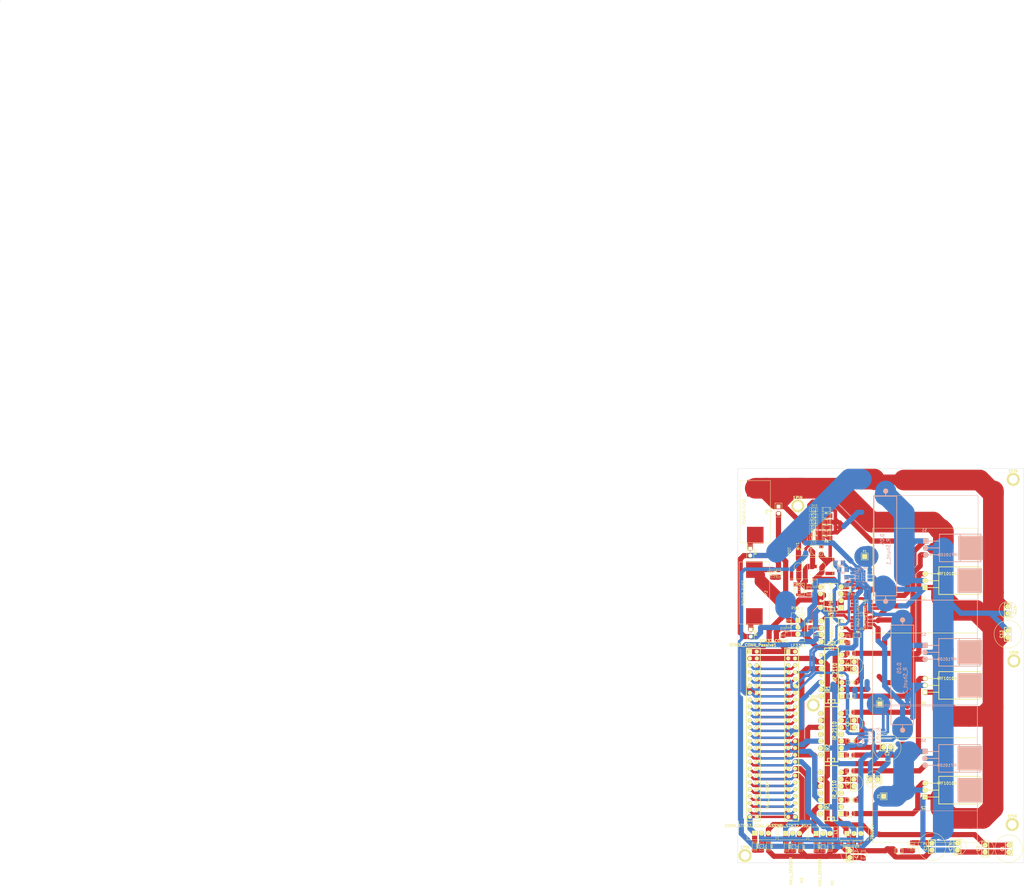
<source format=kicad_pcb>
(kicad_pcb (version 3) (host pcbnew "(2013-jul-07)-stable")
  (layers (15 F.Cu signal) (0 B.Cu signal) (18 B.Paste user) (19 F.Paste user) (20 B.SilkS user) (21 F.SilkS user) (22 B.Mask user) (23 F.Mask user) (28 Edge.Cuts user))
  (net 0 "")
  (net 1 +3.3V)
  (net 2 +48V)
  (net 3 +5V)
  (net 4 GND)
  (net 5 N-000001)
  (net 6 N-0000010)
  (net 7 N-00000103)
  (net 8 N-00000104)
  (net 9 N-00000108)
  (net 10 N-0000011)
  (net 11 N-00000113)
  (net 12 N-00000114)
  (net 13 N-0000012)
  (net 14 N-0000013)
  (net 15 N-0000014)
  (net 16 N-0000015)
  (net 17 N-0000016)
  (net 18 N-0000017)
  (net 19 N-0000018)
  (net 20 N-0000019)
  (net 21 N-000002)
  (net 22 N-0000020)
  (net 23 N-0000021)
  (net 24 N-0000022)
  (net 25 N-0000023)
  (net 26 N-0000024)
  (net 27 N-0000025)
  (net 28 N-0000026)
  (net 29 N-0000027)
  (net 30 N-0000028)
  (net 31 N-0000029)
  (net 32 N-000003)
  (net 33 N-0000030)
  (net 34 N-0000032)
  (net 35 N-0000033)
  (net 36 N-0000034)
  (net 37 N-0000035)
  (net 38 N-0000036)
  (net 39 N-0000038)
  (net 40 N-000004)
  (net 41 N-0000040)
  (net 42 N-0000041)
  (net 43 N-0000042)
  (net 44 N-0000043)
  (net 45 N-0000044)
  (net 46 N-0000045)
  (net 47 N-0000047)
  (net 48 N-0000048)
  (net 49 N-000005)
  (net 50 N-0000050)
  (net 51 N-0000051)
  (net 52 N-0000052)
  (net 53 N-0000053)
  (net 54 N-0000054)
  (net 55 N-0000055)
  (net 56 N-0000057)
  (net 57 N-0000058)
  (net 58 N-0000059)
  (net 59 N-000006)
  (net 60 N-0000060)
  (net 61 N-0000061)
  (net 62 N-0000062)
  (net 63 N-0000063)
  (net 64 N-0000064)
  (net 65 N-0000065)
  (net 66 N-0000066)
  (net 67 N-0000067)
  (net 68 N-0000068)
  (net 69 N-0000069)
  (net 70 N-000007)
  (net 71 N-0000070)
  (net 72 N-0000071)
  (net 73 N-0000072)
  (net 74 N-0000073)
  (net 75 N-0000074)
  (net 76 N-0000075)
  (net 77 N-0000076)
  (net 78 N-0000077)
  (net 79 N-0000078)
  (net 80 N-0000079)
  (net 81 N-000008)
  (net 82 N-0000080)
  (net 83 N-0000081)
  (net 84 N-0000086)
  (net 85 N-0000087)
  (net 86 N-0000088)
  (net 87 N-000009)
  (net 88 N-0000092)
  (net 89 N-0000095)
  (net 90 N-0000097)
  (net 91 N-0000098)
  (net 92 N-0000099)
  (net 93 VCC)
  (net 94 VDD)
  (module DIP-14__300 (layer F.Cu) (at 180.3146 184.0992 90)
    (fp_text reference IR3 (at -5.08 -1.27 90) (layer F.SilkS) (effects (font (size 1.524 1.143) (thickness 0.3048))))
    (fp_text value IR_2110 (at 1.27 1.27 90) (layer F.SilkS) (effects (font (size 1.524 1.143) (thickness 0.3048))))
    (pad 1 thru_hole rect (at -7.62 3.81 90) (size 1.905 1.905) (drill 0.127) (layers *.Cu *.Mask F.SilkS) (net 59 N-000006))
    (pad 2 thru_hole circle (at -5.08 3.81 90) (size 1.905 1.905) (drill 0.127) (layers *.Cu *.Mask F.SilkS) (net 4 GND))
    (pad 3 thru_hole circle (at -2.54 3.81 90) (size 1.905 1.905) (drill 0.127) (layers *.Cu *.Mask F.SilkS) (net 93 VCC))
    (pad 4 thru_hole circle (at 0 3.81 90) (size 1.905 1.905) (drill 0.127) (layers *.Cu *.Mask F.SilkS))
    (pad 5 thru_hole circle (at 2.54 3.81 90) (size 1.905 1.905) (drill 0.127) (layers *.Cu *.Mask F.SilkS) (net 9 N-00000108))
    (pad 6 thru_hole circle (at 5.08 3.81 90) (size 1.905 1.905) (drill 0.127) (layers *.Cu *.Mask F.SilkS) (net 81 N-000008))
    (pad 7 thru_hole circle (at 7.62 3.81 90) (size 1.905 1.905) (drill 0.127) (layers *.Cu *.Mask F.SilkS) (net 70 N-000007))
    (pad 8 thru_hole circle (at 7.62 -3.81 90) (size 1.905 1.905) (drill 0.127) (layers *.Cu *.Mask F.SilkS))
    (pad 9 thru_hole circle (at 5.08 -3.81 90) (size 1.905 1.905) (drill 0.127) (layers *.Cu *.Mask F.SilkS) (net 94 VDD))
    (pad 10 thru_hole circle (at 2.54 -3.81 90) (size 1.905 1.905) (drill 0.127) (layers *.Cu *.Mask F.SilkS) (net 69 N-0000069))
    (pad 11 thru_hole circle (at 0 -3.81 90) (size 1.905 1.905) (drill 0.127) (layers *.Cu *.Mask F.SilkS))
    (pad 12 thru_hole circle (at -2.54 -3.81 90) (size 1.905 1.905) (drill 0.127) (layers *.Cu *.Mask F.SilkS) (net 75 N-0000074))
    (pad 13 thru_hole circle (at -5.08 -3.81 90) (size 1.905 1.905) (drill 0.127) (layers *.Cu *.Mask F.SilkS) (net 4 GND))
    (pad 14 thru_hole circle (at -7.62 -3.81 90) (size 1.905 1.905) (drill 0.127) (layers *.Cu *.Mask F.SilkS))
  )
  (module TO220_small_Heatsink_stand_reduced_area (layer F.Cu) (at 166.2049 198.9455 270)
    (fp_text reference H2 (at 17.3355 -3.3401 270) (layer F.SilkS) (effects (font (size 1.016 1.016) (thickness 0.2032))))
    (fp_text value HALL_SENSOR (at 13.9065 0.5969 270) (layer F.SilkS) (effects (font (size 1.016 1.016) (thickness 0.2032))))
    (pad 1 thru_hole rect (at 0 2.54 270) (size 1.905 1.905) (drill 0.127) (layers *.Cu *.Mask F.SilkS) (net 4 GND))
    (pad 2 thru_hole circle (at 0 -2.54 270) (size 1.905 1.905) (drill 0.127) (layers *.Cu *.Mask F.SilkS) (net 71 N-0000070))
    (pad 3 thru_hole circle (at 0 0 270) (size 1.905 1.905) (drill 0.127) (layers *.Cu *.Mask F.SilkS) (net 3 +5V))
  )
  (module TO220_small_Heatsink_stand_reduced_area (layer F.Cu) (at 154.7876 198.882 270)
    (fp_text reference H3 (at -12.827 1.9304 270) (layer F.SilkS) (effects (font (size 1.016 1.016) (thickness 0.2032))))
    (fp_text value HALL_SENSOR (at -13.843 -2.1336 270) (layer F.SilkS) (effects (font (size 1.016 1.016) (thickness 0.2032))))
    (pad 1 thru_hole rect (at 0 2.54 270) (size 1.905 1.905) (drill 0.127) (layers *.Cu *.Mask F.SilkS) (net 4 GND))
    (pad 2 thru_hole circle (at 0 -2.54 270) (size 1.905 1.905) (drill 0.127) (layers *.Cu *.Mask F.SilkS) (net 30 N-0000028))
    (pad 3 thru_hole circle (at 0 0 270) (size 1.905 1.905) (drill 0.127) (layers *.Cu *.Mask F.SilkS) (net 3 +5V))
  )
  (module 10mm_C (layer F.Cu) (at 201.0664 167.2336)
    (fp_text reference C2 (at 0 2.413) (layer F.SilkS) (effects (font (size 1.016 1.016) (thickness 0.2032))))
    (fp_text value 1000uF hide)
    (pad 1 thru_hole circle (at -1.27 0) (size 1.905 1.905) (drill 0.127) (layers *.Cu *.Mask F.SilkS) (net 93 VCC))
    (pad 2 thru_hole circle (at 1.27 0) (size 1.905 1.905) (drill 0.127) (layers *.Cu *.Mask F.SilkS) (net 4 GND))
  )
  (module DIP-8__300 (layer F.Cu) (at 180.34 111.887 90)
    (fp_text reference M2 (at -6.35 0 180) (layer F.SilkS) (effects (font (size 1.27 1.143) (thickness 0.2032))))
    (fp_text value MCP6022-I/P (at 0 0 90) (layer F.SilkS) (effects (font (size 1.27 1.016) (thickness 0.2032))))
    (pad 1 thru_hole rect (at -3.81 3.81 90) (size 1.905 1.905) (drill 0.127) (layers *.Cu *.Mask F.SilkS) (net 89 N-0000095))
    (pad 2 thru_hole circle (at -1.27 3.81 90) (size 1.905 1.905) (drill 0.127) (layers *.Cu *.Mask F.SilkS) (net 89 N-0000095))
    (pad 3 thru_hole circle (at 1.27 3.81 90) (size 1.905 1.905) (drill 0.127) (layers *.Cu *.Mask F.SilkS) (net 5 N-000001))
    (pad 4 thru_hole circle (at 3.81 3.81 90) (size 1.905 1.905) (drill 0.127) (layers *.Cu *.Mask F.SilkS) (net 4 GND))
    (pad 5 thru_hole circle (at 3.81 -3.81 90) (size 1.905 1.905) (drill 0.127) (layers *.Cu *.Mask F.SilkS) (net 39 N-0000038))
    (pad 6 thru_hole circle (at 1.27 -3.81 90) (size 1.905 1.905) (drill 0.127) (layers *.Cu *.Mask F.SilkS) (net 20 N-0000019))
    (pad 7 thru_hole circle (at -1.27 -3.81 90) (size 1.016 1.016) (drill 0.127) (layers *.Cu *.Mask F.SilkS) (net 20 N-0000019))
    (pad 8 thru_hole circle (at -3.81 -3.81 90) (size 1.905 1.905) (drill 0.127) (layers *.Cu *.Mask F.SilkS) (net 1 +3.3V))
  )
  (module R_Shunt (layer B.Cu) (at 200.533 92.837 270)
    (fp_text reference R_Shunt_1 (at 2.286 -1.016 270) (layer B.SilkS) (effects (font (size 1.397 1.27) (thickness 0.2032)) (justify mirror)))
    (fp_text value 0.05 (at -2.286 1.27 270) (layer B.SilkS) (effects (font (size 1.397 1.27) (thickness 0.2032)) (justify mirror)))
    (pad 1 thru_hole circle (at -20.066 0 270) (size 1.905 1.905) (drill 0.127) (layers *.Cu *.Mask B.SilkS) (net 16 N-0000015))
    (pad 2 thru_hole circle (at 20.574 0 270) (size 1.905 1.905) (drill 0.127) (layers *.Cu *.Mask B.SilkS) (net 44 N-0000043))
  )
  (module PIN_ARRAY_STM32_25X2 (layer F.Cu) (at 165.608 160.147)
    (fp_text reference STM32_CONN1 (at -6.223 -32.131) (layer F.SilkS) (effects (font (size 1.016 1.016) (thickness 0.27432))))
    (fp_text value CONN_STM32_25X2 (at 0.35 35.975) (layer F.SilkS) (effects (font (size 1.016 1.016) (thickness 0.2032))))
    (pad 1 thru_hole rect (at -0.9939 -28.2205 270) (size 1.905 1.524) (drill 0.127) (layers *.Cu *.Mask F.SilkS) (net 4 GND))
    (pad 2 thru_hole circle (at 1.524 -28.194 270) (size 1.524 1.524) (drill 0.127) (layers *.Cu *.Mask F.SilkS) (net 4 GND))
    (pad 11 thru_hole circle (at -0.9939 -15.5205 270) (size 1.524 1.524) (drill 0.127) (layers *.Cu *.Mask F.SilkS) (net 56 N-0000057))
    (pad 4 thru_hole circle (at 1.5461 -25.6805 270) (size 1.524 1.524) (drill 0.127) (layers *.Cu *.Mask F.SilkS) (net 94 VDD))
    (pad 13 thru_hole circle (at -0.9939 -12.9805 270) (size 1.524 1.524) (drill 0.127) (layers *.Cu *.Mask F.SilkS) (net 6 N-0000010))
    (pad 6 thru_hole circle (at 1.5461 -23.1405 270) (size 1.524 1.524) (drill 0.127) (layers *.Cu *.Mask F.SilkS) (net 33 N-0000030))
    (pad 15 thru_hole circle (at -0.9939 -10.4405 270) (size 1.524 1.524) (drill 0.127) (layers *.Cu *.Mask F.SilkS) (net 62 N-0000062))
    (pad 8 thru_hole circle (at 1.5461 -20.6005 270) (size 1.524 1.524) (drill 0.127) (layers *.Cu *.Mask F.SilkS) (net 82 N-0000080))
    (pad 17 thru_hole circle (at -0.9939 -7.9005 270) (size 1.524 1.524) (drill 0.127) (layers *.Cu *.Mask F.SilkS) (net 27 N-0000025))
    (pad 10 thru_hole circle (at 1.5461 -18.0605 270) (size 1.524 1.524) (drill 0.127) (layers *.Cu *.Mask F.SilkS) (net 35 N-0000033))
    (pad 19 thru_hole circle (at -0.9939 -5.3605 270) (size 1.524 1.524) (drill 0.127) (layers *.Cu *.Mask F.SilkS) (net 63 N-0000063))
    (pad 12 thru_hole circle (at 1.5461 -15.5205 270) (size 1.524 1.524) (drill 0.127) (layers *.Cu *.Mask F.SilkS) (net 83 N-0000081))
    (pad 21 thru_hole circle (at -0.9939 -2.8205 270) (size 1.524 1.524) (drill 0.127) (layers *.Cu *.Mask F.SilkS) (net 37 N-0000035))
    (pad 14 thru_hole circle (at 1.5461 -12.9805 270) (size 1.524 1.524) (drill 0.127) (layers *.Cu *.Mask F.SilkS) (net 20 N-0000019))
    (pad 23 thru_hole circle (at -0.9939 -0.2805 270) (size 1.524 1.524) (drill 0.127) (layers *.Cu *.Mask F.SilkS) (net 64 N-0000064))
    (pad 16 thru_hole circle (at 1.5461 -10.4405 270) (size 1.524 1.524) (drill 0.127) (layers *.Cu *.Mask F.SilkS) (net 66 N-0000066))
    (pad 25 thru_hole circle (at -0.9939 2.2595 270) (size 1.524 1.524) (drill 0.127) (layers *.Cu *.Mask F.SilkS) (net 65 N-0000065))
    (pad 18 thru_hole circle (at 1.5461 -7.9005 270) (size 1.524 1.524) (drill 0.127) (layers *.Cu *.Mask F.SilkS) (net 29 N-0000027))
    (pad 27 thru_hole circle (at -0.9939 4.7995 270) (size 1.524 1.524) (drill 0.127) (layers *.Cu *.Mask F.SilkS) (net 74 N-0000073))
    (pad 20 thru_hole circle (at 1.5461 -5.3605 270) (size 1.524 1.524) (drill 0.127) (layers *.Cu *.Mask F.SilkS) (net 67 N-0000067))
    (pad 29 thru_hole circle (at -0.9939 7.3395 270) (size 1.524 1.524) (drill 0.127) (layers *.Cu *.Mask F.SilkS) (net 75 N-0000074))
    (pad 22 thru_hole circle (at 1.5461 -2.8205 270) (size 1.524 1.524) (drill 0.127) (layers *.Cu *.Mask F.SilkS) (net 38 N-0000036))
    (pad 31 thru_hole circle (at -0.9939 9.8795 270) (size 1.524 1.524) (drill 0.127) (layers *.Cu *.Mask F.SilkS) (net 76 N-0000075))
    (pad 24 thru_hole circle (at 1.5461 -0.2805 270) (size 1.524 1.524) (drill 0.127) (layers *.Cu *.Mask F.SilkS) (net 68 N-0000068))
    (pad 26 thru_hole circle (at 1.5461 2.2595 270) (size 1.524 1.524) (drill 0.127) (layers *.Cu *.Mask F.SilkS) (net 25 N-0000023))
    (pad 33 thru_hole circle (at -0.9939 12.4195 270) (size 1.524 1.524) (drill 0.127) (layers *.Cu *.Mask F.SilkS) (net 77 N-0000076))
    (pad 28 thru_hole circle (at 1.5461 4.7995 270) (size 1.524 1.524) (drill 0.127) (layers *.Cu *.Mask F.SilkS) (net 19 N-0000018))
    (pad 32 thru_hole circle (at 1.5461 9.8795 270) (size 1.524 1.524) (drill 0.127) (layers *.Cu *.Mask F.SilkS) (net 69 N-0000069))
    (pad 34 thru_hole circle (at 1.5461 12.4195 270) (size 1.524 1.524) (drill 0.127) (layers *.Cu *.Mask F.SilkS) (net 22 N-0000020))
    (pad 36 thru_hole circle (at 1.5461 14.9595 270) (size 1.524 1.524) (drill 0.127) (layers *.Cu *.Mask F.SilkS) (net 71 N-0000070))
    (pad 38 thru_hole circle (at 1.5461 17.4995 270) (size 1.524 1.524) (drill 0.127) (layers *.Cu *.Mask F.SilkS) (net 30 N-0000028))
    (pad 35 thru_hole circle (at -0.9939 14.9595 270) (size 1.524 1.524) (drill 0.127) (layers *.Cu *.Mask F.SilkS) (net 24 N-0000022))
    (pad 37 thru_hole circle (at -0.9939 17.4995 270) (size 1.524 1.524) (drill 0.127) (layers *.Cu *.Mask F.SilkS) (net 78 N-0000077))
    (pad 3 thru_hole circle (at -0.9939 -25.6805 270) (size 1.524 1.524) (drill 0.127) (layers *.Cu *.Mask F.SilkS) (net 94 VDD))
    (pad 5 thru_hole circle (at -0.9939 -23.1405 270) (size 1.524 1.524) (drill 0.127) (layers *.Cu *.Mask F.SilkS) (net 60 N-0000060))
    (pad 7 thru_hole circle (at -0.9939 -20.6005 270) (size 1.524 1.524) (drill 0.127) (layers *.Cu *.Mask F.SilkS) (net 61 N-0000061))
    (pad 9 thru_hole circle (at -0.9939 -18.0605 270) (size 1.524 1.524) (drill 0.127) (layers *.Cu *.Mask F.SilkS) (net 34 N-0000032))
    (pad 39 thru_hole circle (at -0.9939 20.0395 270) (size 1.524 1.524) (drill 0.127) (layers *.Cu *.Mask F.SilkS) (net 31 N-0000029))
    (pad 40 thru_hole circle (at 1.5461 20.0395 270) (size 1.524 1.524) (drill 0.127) (layers *.Cu *.Mask F.SilkS) (net 72 N-0000071))
    (pad 30 thru_hole circle (at 1.5461 7.3395 270) (size 1.524 1.524) (drill 0.127) (layers *.Cu *.Mask F.SilkS) (net 36 N-0000034))
    (pad 41 thru_hole circle (at -0.9939 22.5795 270) (size 1.524 1.524) (drill 0.127) (layers *.Cu *.Mask F.SilkS) (net 73 N-0000072))
    (pad 42 thru_hole circle (at 1.5461 22.5795 270) (size 1.524 1.524) (drill 0.127) (layers *.Cu *.Mask F.SilkS) (net 50 N-0000050))
    (pad 43 thru_hole circle (at -0.9939 25.1195 270) (size 1.524 1.524) (drill 0.127) (layers *.Cu *.Mask F.SilkS) (net 79 N-0000078))
    (pad 44 thru_hole circle (at 1.5461 25.1195 270) (size 1.524 1.524) (drill 0.127) (layers *.Cu *.Mask F.SilkS) (net 23 N-0000021))
    (pad 45 thru_hole circle (at -0.9939 27.6595 270) (size 1.524 1.524) (drill 0.127) (layers *.Cu *.Mask F.SilkS) (net 80 N-0000079))
    (pad 46 thru_hole circle (at 1.5461 27.6595 270) (size 1.524 1.524) (drill 0.127) (layers *.Cu *.Mask F.SilkS) (net 26 N-0000024))
    (pad 47 thru_hole circle (at -0.9939 30.1995 270) (size 1.524 1.524) (drill 0.127) (layers *.Cu *.Mask F.SilkS) (net 28 N-0000026))
    (pad 48 thru_hole circle (at 1.5461 30.1995 270) (size 1.524 1.524) (drill 0.127) (layers *.Cu *.Mask F.SilkS) (net 53 N-0000053))
    (pad 49 thru_hole circle (at -0.9939 32.7395 270) (size 1.524 1.524) (drill 0.127) (layers *.Cu *.Mask F.SilkS) (net 4 GND))
    (pad 50 thru_hole circle (at 1.5461 32.7395 270) (size 1.524 1.524) (drill 0.127) (layers *.Cu *.Mask F.SilkS) (net 4 GND))
  )
  (module R_Shunt (layer B.Cu) (at 206.756 140.335 270)
    (fp_text reference R_Shunt_2 (at 2.286 -1.016 270) (layer B.SilkS) (effects (font (size 1.397 1.27) (thickness 0.2032)) (justify mirror)))
    (fp_text value 0.05 (at -2.286 1.27 270) (layer B.SilkS) (effects (font (size 1.397 1.27) (thickness 0.2032)) (justify mirror)))
    (pad 1 thru_hole circle (at -20.066 0 270) (size 1.905 1.905) (drill 0.127) (layers *.Cu *.Mask B.SilkS) (net 46 N-0000045))
    (pad 2 thru_hole circle (at 20.574 0 270) (size 1.905 1.905) (drill 0.127) (layers *.Cu *.Mask B.SilkS) (net 49 N-000005))
  )
  (module PIN_ARRAY_1 (layer F.Cu) (at 192.786 96.901)
    (fp_text reference P1 (at 0 -1.905) (layer F.SilkS) (effects (font (size 0.762 0.762) (thickness 0.1524))))
    (fp_text value CONN_1 hide)
    (pad 1 thru_hole rect (at 0 0) (size 1.905 1.905) (drill 0.127) (layers *.Cu *.Mask F.SilkS) (net 51 N-0000051))
  )
  (module PIN_ARRAY_1 (layer F.Cu) (at 198.374 151.257)
    (fp_text reference P4 (at 0 -1.905) (layer F.SilkS) (effects (font (size 0.762 0.762) (thickness 0.1524))))
    (fp_text value CONN_1 hide)
    (pad 1 thru_hole rect (at 0 0) (size 1.905 1.905) (drill 0.127) (layers *.Cu *.Mask F.SilkS) (net 54 N-0000054))
  )
  (module DIP-8__300 (layer F.Cu) (at 180.594 124.46 90)
    (fp_text reference M1 (at -6.35 0 180) (layer F.SilkS) (effects (font (size 1.27 1.143) (thickness 0.2032))))
    (fp_text value MCP6022-I/P (at 0 0 90) (layer F.SilkS) (effects (font (size 1.27 1.016) (thickness 0.2032))))
    (pad 1 thru_hole rect (at -3.81 3.81 90) (size 1.905 1.905) (drill 0.127) (layers *.Cu *.Mask F.SilkS) (net 83 N-0000081))
    (pad 2 thru_hole circle (at -1.27 3.81 90) (size 1.905 1.905) (drill 0.127) (layers *.Cu *.Mask F.SilkS) (net 15 N-0000014))
    (pad 3 thru_hole circle (at 1.27 3.81 90) (size 1.27 1.27) (drill 0.127) (layers *.Cu *.Mask F.SilkS) (net 14 N-0000013))
    (pad 4 thru_hole circle (at 3.81 3.81 90) (size 1.27 1.27) (drill 0.127) (layers *.Cu *.Mask F.SilkS) (net 4 GND))
    (pad 5 thru_hole circle (at 3.81 -3.81 90) (size 1.905 1.905) (drill 0.127) (layers *.Cu *.Mask F.SilkS) (net 87 N-000009))
    (pad 6 thru_hole circle (at 1.27 -3.81 90) (size 1.905 1.905) (drill 0.127) (layers *.Cu *.Mask F.SilkS) (net 10 N-0000011))
    (pad 7 thru_hole circle (at -1.27 -3.81 90) (size 1.905 1.905) (drill 0.127) (layers *.Cu *.Mask F.SilkS) (net 6 N-0000010))
    (pad 8 thru_hole circle (at -3.81 -3.81 90) (size 1.905 1.905) (drill 0.127) (layers *.Cu *.Mask F.SilkS) (net 1 +3.3V))
  )
  (module DIP-14__300 (layer F.Cu) (at 180.3908 162.4076 90)
    (fp_text reference IR2 (at -5.08 -1.27 90) (layer F.SilkS) (effects (font (size 1.524 1.143) (thickness 0.3048))))
    (fp_text value IR_2110 (at 1.27 1.27 90) (layer F.SilkS) (effects (font (size 1.524 1.143) (thickness 0.3048))))
    (pad 1 thru_hole rect (at -7.62 3.81 90) (size 1.905 1.905) (drill 0.127) (layers *.Cu *.Mask F.SilkS) (net 21 N-000002))
    (pad 2 thru_hole circle (at -5.08 3.81 90) (size 1.905 1.905) (drill 0.127) (layers *.Cu *.Mask F.SilkS) (net 4 GND))
    (pad 3 thru_hole circle (at -2.54 3.81 90) (size 1.905 1.905) (drill 0.127) (layers *.Cu *.Mask F.SilkS) (net 93 VCC))
    (pad 4 thru_hole circle (at 0 3.81 90) (size 1.905 1.905) (drill 0.127) (layers *.Cu *.Mask F.SilkS))
    (pad 5 thru_hole circle (at 2.54 3.81 90) (size 1.905 1.905) (drill 0.127) (layers *.Cu *.Mask F.SilkS) (net 85 N-0000087))
    (pad 6 thru_hole circle (at 5.08 3.81 90) (size 1.905 1.905) (drill 0.127) (layers *.Cu *.Mask F.SilkS) (net 40 N-000004))
    (pad 7 thru_hole circle (at 7.62 3.81 90) (size 1.905 1.905) (drill 0.127) (layers *.Cu *.Mask F.SilkS) (net 32 N-000003))
    (pad 8 thru_hole circle (at 7.62 -3.81 90) (size 1.905 1.905) (drill 0.127) (layers *.Cu *.Mask F.SilkS))
    (pad 9 thru_hole circle (at 5.08 -3.81 90) (size 1.905 1.905) (drill 0.127) (layers *.Cu *.Mask F.SilkS) (net 94 VDD))
    (pad 10 thru_hole circle (at 2.54 -3.81 90) (size 1.905 1.905) (drill 0.127) (layers *.Cu *.Mask F.SilkS) (net 36 N-0000034))
    (pad 11 thru_hole circle (at 0 -3.81 90) (size 1.905 1.905) (drill 0.127) (layers *.Cu *.Mask F.SilkS))
    (pad 12 thru_hole circle (at -2.54 -3.81 90) (size 1.905 1.905) (drill 0.127) (layers *.Cu *.Mask F.SilkS) (net 74 N-0000073))
    (pad 13 thru_hole circle (at -5.08 -3.81 90) (size 1.905 1.905) (drill 0.127) (layers *.Cu *.Mask F.SilkS) (net 4 GND))
    (pad 14 thru_hole circle (at -7.62 -3.81 90) (size 1.905 1.905) (drill 0.127) (layers *.Cu *.Mask F.SilkS))
  )
  (module DIP-14__300 (layer F.Cu) (at 180.5686 140.7922 90)
    (fp_text reference IR1 (at -5.08 -1.27 90) (layer F.SilkS) (effects (font (size 1.524 1.143) (thickness 0.3048))))
    (fp_text value IR_2110 (at 1.27 1.27 90) (layer F.SilkS) (effects (font (size 1.524 1.143) (thickness 0.3048))))
    (pad 1 thru_hole rect (at -7.62 3.81 90) (size 1.905 1.905) (drill 0.127) (layers *.Cu *.Mask F.SilkS) (net 13 N-0000012))
    (pad 2 thru_hole circle (at -5.08 3.81 90) (size 1.905 1.905) (drill 0.127) (layers *.Cu *.Mask F.SilkS) (net 4 GND))
    (pad 3 thru_hole circle (at -2.54 3.81 90) (size 1.905 1.905) (drill 0.127) (layers *.Cu *.Mask F.SilkS) (net 93 VCC))
    (pad 4 thru_hole circle (at 0 3.81 90) (size 1.016 1.016) (drill 0.127) (layers *.Cu *.Mask F.SilkS))
    (pad 5 thru_hole circle (at 2.54 3.81 90) (size 1.905 1.905) (drill 0.127) (layers *.Cu *.Mask F.SilkS) (net 92 N-0000099))
    (pad 6 thru_hole circle (at 5.08 3.81 90) (size 1.905 1.905) (drill 0.127) (layers *.Cu *.Mask F.SilkS) (net 18 N-0000017))
    (pad 7 thru_hole circle (at 7.62 3.81 90) (size 1.905 1.905) (drill 0.127) (layers *.Cu *.Mask F.SilkS) (net 17 N-0000016))
    (pad 8 thru_hole circle (at 7.62 -3.81 90) (size 1.27 1.27) (drill 0.127) (layers *.Cu *.Mask F.SilkS))
    (pad 9 thru_hole circle (at 5.08 -3.81 90) (size 1.905 1.905) (drill 0.127) (layers *.Cu *.Mask F.SilkS) (net 94 VDD))
    (pad 10 thru_hole circle (at 2.54 -3.81 90) (size 1.905 1.905) (drill 0.127) (layers *.Cu *.Mask F.SilkS) (net 19 N-0000018))
    (pad 11 thru_hole circle (at 0 -3.81 90) (size 1.016 1.016) (drill 0.127) (layers *.Cu *.Mask F.SilkS))
    (pad 12 thru_hole circle (at -2.54 -3.81 90) (size 1.905 1.905) (drill 0.127) (layers *.Cu *.Mask F.SilkS) (net 65 N-0000065))
    (pad 13 thru_hole circle (at -5.08 -3.81 90) (size 1.905 1.905) (drill 0.127) (layers *.Cu *.Mask F.SilkS) (net 4 GND))
    (pad 14 thru_hole circle (at -7.62 -3.81 90) (size 1.905 1.905) (drill 0.127) (layers *.Cu *.Mask F.SilkS))
  )
  (module PIN_ARRAY_1 (layer F.Cu) (at 199.771 185.293 90)
    (fp_text reference P5 (at 0 -1.905 90) (layer F.SilkS) (effects (font (size 0.762 0.762) (thickness 0.1524))))
    (fp_text value CONN_1 hide)
    (pad 1 thru_hole rect (at 0 0 90) (size 1.905 1.905) (drill 0.127) (layers *.Cu *.Mask F.SilkS) (net 55 N-0000055))
  )
  (module TO220_small_Heatsink_stand_reduced_area (layer F.Cu) (at 177.4571 198.9963 270)
    (fp_text reference H1 (at 18.1737 -3.3909 270) (layer F.SilkS) (effects (font (size 1.016 1.016) (thickness 0.2032))))
    (fp_text value HALL_SENSOR (at 14.3637 1.1811 270) (layer F.SilkS) (effects (font (size 1.016 1.016) (thickness 0.2032))))
    (pad 1 thru_hole rect (at 0 2.54 270) (size 1.905 1.905) (drill 0.127) (layers *.Cu *.Mask F.SilkS) (net 4 GND))
    (pad 2 thru_hole circle (at 0 -2.54 270) (size 1.905 1.905) (drill 0.127) (layers *.Cu *.Mask F.SilkS) (net 22 N-0000020))
    (pad 3 thru_hole circle (at 0 0 270) (size 1.905 1.905) (drill 0.127) (layers *.Cu *.Mask F.SilkS) (net 3 +5V))
  )
  (module TO220_small_Heatsink_stand_reduced_area (layer F.Cu) (at 188.8363 199.0217 270)
    (fp_text reference L1 (at -0.635 6.731 270) (layer F.SilkS) (effects (font (size 1.016 1.016) (thickness 0.2032))))
    (fp_text value L7805CV (at -0.127 -6.731 270) (layer F.SilkS) (effects (font (size 1.016 1.016) (thickness 0.2032))))
    (pad 1 thru_hole rect (at 0 2.54 270) (size 1.905 1.905) (drill 0.127) (layers *.Cu *.Mask F.SilkS) (net 93 VCC))
    (pad 2 thru_hole circle (at 0 -2.54 270) (size 1.905 1.905) (drill 0.127) (layers *.Cu *.Mask F.SilkS) (net 3 +5V))
    (pad 3 thru_hole circle (at 0 0 270) (size 1.905 1.905) (drill 0.127) (layers *.Cu *.Mask F.SilkS) (net 4 GND))
  )
  (module TO220_small_Heatsink_stand_reduced_area (layer F.Cu) (at 168.1988 122.9614 180)
    (fp_text reference LF1 (at -0.635 6.731 180) (layer F.SilkS) (effects (font (size 1.016 1.016) (thickness 0.2032))))
    (fp_text value LF33CV (at -0.127 -6.731 180) (layer F.SilkS) (effects (font (size 1.016 1.016) (thickness 0.2032))))
    (pad 1 thru_hole rect (at 0 2.54 180) (size 1.905 1.905) (drill 0.127) (layers *.Cu *.Mask F.SilkS) (net 93 VCC))
    (pad 2 thru_hole circle (at 0 -2.54 180) (size 1.905 1.905) (drill 0.127) (layers *.Cu *.Mask F.SilkS) (net 1 +3.3V))
    (pad 3 thru_hole circle (at 0 0 180) (size 1.905 1.905) (drill 0.127) (layers *.Cu *.Mask F.SilkS) (net 4 GND))
  )
  (module 6mm_C (layer F.Cu) (at 245.5672 116.586 90)
    (fp_text reference C14 (at 0 2.413 90) (layer F.SilkS) (effects (font (size 1.016 1.016) (thickness 0.2032))))
    (fp_text value 100uF hide)
    (pad 1 thru_hole circle (at -1.27 0 90) (size 1.905 1.905) (drill 0.127) (layers *.Cu *.Mask F.SilkS) (net 2 +48V))
    (pad 2 thru_hole circle (at 1.27 0 90) (size 1.905 1.905) (drill 0.127) (layers *.Cu *.Mask F.SilkS) (net 4 GND))
  )
  (module 6mm_C (layer F.Cu) (at 226.949 203.835 270)
    (fp_text reference C15 (at 0 2.413 270) (layer F.SilkS) (effects (font (size 1.016 1.016) (thickness 0.2032))))
    (fp_text value 100uF hide)
    (pad 1 thru_hole circle (at -1.27 0 270) (size 1.905 1.905) (drill 0.127) (layers *.Cu *.Mask F.SilkS) (net 2 +48V))
    (pad 2 thru_hole circle (at 1.27 0 270) (size 1.905 1.905) (drill 0.127) (layers *.Cu *.Mask F.SilkS) (net 4 GND))
  )
  (module 10mm_C (layer F.Cu) (at 217.551 203.835 270)
    (fp_text reference C12 (at 0 2.413 270) (layer F.SilkS) (effects (font (size 1.016 1.016) (thickness 0.2032))))
    (fp_text value 1000uF hide)
    (pad 1 thru_hole circle (at -1.27 0 270) (size 1.905 1.905) (drill 0.127) (layers *.Cu *.Mask F.SilkS) (net 2 +48V))
    (pad 2 thru_hole circle (at 1.27 0 270) (size 1.905 1.905) (drill 0.127) (layers *.Cu *.Mask F.SilkS) (net 4 GND))
  )
  (module 10mm_C (layer F.Cu) (at 245.5672 125.5268 270)
    (fp_text reference C13 (at 0 2.413 270) (layer F.SilkS) (effects (font (size 1.016 1.016) (thickness 0.2032))))
    (fp_text value 1000uF hide)
    (pad 1 thru_hole circle (at -1.27 0 270) (size 1.905 1.905) (drill 0.127) (layers *.Cu *.Mask F.SilkS) (net 2 +48V))
    (pad 2 thru_hole circle (at 1.27 0 270) (size 1.905 1.905) (drill 0.127) (layers *.Cu *.Mask F.SilkS) (net 4 GND))
  )
  (module 6mm_C (layer F.Cu) (at 196.215 179.07)
    (fp_text reference C4 (at 0 2.413) (layer F.SilkS) (effects (font (size 1.016 1.016) (thickness 0.2032))))
    (fp_text value 100uF hide)
    (pad 1 thru_hole circle (at -1.27 0) (size 1.905 1.905) (drill 0.127) (layers *.Cu *.Mask F.SilkS) (net 93 VCC))
    (pad 2 thru_hole circle (at 1.27 0) (size 1.905 1.905) (drill 0.127) (layers *.Cu *.Mask F.SilkS) (net 4 GND))
  )
  (module 6mm_C (layer F.Cu) (at 188.8998 158.5976 270)
    (fp_text reference C6 (at 0 2.413 270) (layer F.SilkS) (effects (font (size 1.016 1.016) (thickness 0.2032))))
    (fp_text value 100uF hide)
    (pad 1 thru_hole circle (at -1.27 0 270) (size 1.905 1.905) (drill 0.127) (layers *.Cu *.Mask F.SilkS) (net 40 N-000004))
    (pad 2 thru_hole circle (at 1.27 0 270) (size 1.905 1.905) (drill 0.127) (layers *.Cu *.Mask F.SilkS) (net 85 N-0000087))
  )
  (module 6mm_C (layer F.Cu) (at 237.1852 204.5716 270)
    (fp_text reference C3 (at 0 2.413 270) (layer F.SilkS) (effects (font (size 1.016 1.016) (thickness 0.2032))))
    (fp_text value 100uF hide)
    (pad 1 thru_hole circle (at -1.27 0 270) (size 1.905 1.905) (drill 0.127) (layers *.Cu *.Mask F.SilkS) (net 93 VCC))
    (pad 2 thru_hole circle (at 1.27 0 270) (size 1.905 1.905) (drill 0.127) (layers *.Cu *.Mask F.SilkS) (net 4 GND))
  )
  (module 6mm_C (layer F.Cu) (at 188.9506 136.9822 270)
    (fp_text reference C5 (at 0 2.413 270) (layer F.SilkS) (effects (font (size 1.016 1.016) (thickness 0.2032))))
    (fp_text value 100uF hide)
    (pad 1 thru_hole circle (at -1.27 0 270) (size 1.905 1.905) (drill 0.127) (layers *.Cu *.Mask F.SilkS) (net 18 N-0000017))
    (pad 2 thru_hole circle (at 1.27 0 270) (size 1.905 1.905) (drill 0.127) (layers *.Cu *.Mask F.SilkS) (net 92 N-0000099))
  )
  (module 10mm_C (layer F.Cu) (at 245.8974 204.5716 270)
    (fp_text reference C1 (at 0 2.413 270) (layer F.SilkS) (effects (font (size 1.016 1.016) (thickness 0.2032))))
    (fp_text value 1000uF hide)
    (pad 1 thru_hole circle (at -1.27 0 270) (size 1.905 1.905) (drill 0.127) (layers *.Cu *.Mask F.SilkS) (net 93 VCC))
    (pad 2 thru_hole circle (at 1.27 0 270) (size 1.905 1.905) (drill 0.127) (layers *.Cu *.Mask F.SilkS) (net 4 GND))
  )
  (module 6mm_C (layer F.Cu) (at 188.8236 180.2892 270)
    (fp_text reference C7 (at 0 2.413 270) (layer F.SilkS) (effects (font (size 1.016 1.016) (thickness 0.2032))))
    (fp_text value 100u hide)
    (pad 1 thru_hole circle (at -1.27 0 270) (size 1.905 1.905) (drill 0.127) (layers *.Cu *.Mask F.SilkS) (net 81 N-000008))
    (pad 2 thru_hole circle (at 1.27 0 270) (size 1.905 1.905) (drill 0.127) (layers *.Cu *.Mask F.SilkS) (net 9 N-00000108))
  )
  (module 6mm_C (layer F.Cu) (at 187.2742 206.5782 90)
    (fp_text reference C17 (at 0 2.413 90) (layer F.SilkS) (effects (font (size 1.016 1.016) (thickness 0.2032))))
    (fp_text value 100uF hide)
    (pad 1 thru_hole circle (at -1.27 0 90) (size 1.905 1.905) (drill 0.127) (layers *.Cu *.Mask F.SilkS) (net 94 VDD))
    (pad 2 thru_hole circle (at 1.27 0 90) (size 1.905 1.905) (drill 0.127) (layers *.Cu *.Mask F.SilkS) (net 4 GND))
  )
  (module INA_148 (layer F.Cu) (at 191.643 115.4176 90)
    (fp_text reference INA1 (at 0 -1.27 90) (layer F.SilkS) (effects (font (size 1.143 1.016) (thickness 0.127))))
    (fp_text value INA148 (at 0 1.27 90) (layer F.SilkS) (effects (font (size 1.016 1.016) (thickness 0.127))))
    (pad 8 smd rect (at -1.905 -3.175 90) (size 1.016 1.651) (layers F.Cu F.Paste F.Mask))
    (pad 7 smd rect (at -0.635 -3.175 90) (size 1.016 1.651) (layers F.Cu F.Paste F.Mask) (net 1 +3.3V))
    (pad 6 smd rect (at 0.635 -3.175 90) (size 1.016 1.651) (layers F.Cu F.Paste F.Mask) (net 14 N-0000013))
    (pad 5 smd rect (at 1.905 -3.175 90) (size 1.016 1.651) (layers F.Cu F.Paste F.Mask))
    (pad 4 smd rect (at 1.905 3.175 90) (size 1.016 1.651) (layers F.Cu F.Paste F.Mask) (net 4 GND))
    (pad 3 smd rect (at 0.635 3.175 90) (size 1.016 1.651) (layers F.Cu F.Paste F.Mask) (net 16 N-0000015))
    (pad 2 smd rect (at -0.635 3.175 90) (size 1.016 1.651) (layers F.Cu F.Paste F.Mask) (net 44 N-0000043))
    (pad 1 smd rect (at -1.905 3.175 90) (size 1.016 1.651) (layers F.Cu F.Paste F.Mask) (net 89 N-0000095))
  )
  (module INA_148 (layer F.Cu) (at 191.643 121.2596 90)
    (fp_text reference INA2 (at 0 -1.27 90) (layer F.SilkS) (effects (font (size 1.143 1.016) (thickness 0.127))))
    (fp_text value INA148 (at 0 1.27 90) (layer F.SilkS) (effects (font (size 1.016 1.016) (thickness 0.127))))
    (pad 8 smd rect (at -1.905 -3.175 90) (size 1.016 1.651) (layers F.Cu F.Paste F.Mask))
    (pad 7 smd rect (at -0.635 -3.175 90) (size 1.016 1.651) (layers F.Cu F.Paste F.Mask) (net 1 +3.3V))
    (pad 6 smd rect (at 0.635 -3.175 90) (size 1.016 1.651) (layers F.Cu F.Paste F.Mask) (net 87 N-000009))
    (pad 5 smd rect (at 1.905 -3.175 90) (size 1.016 1.651) (layers F.Cu F.Paste F.Mask))
    (pad 4 smd rect (at 1.905 3.175 90) (size 1.016 1.651) (layers F.Cu F.Paste F.Mask) (net 4 GND))
    (pad 3 smd rect (at 0.635 3.175 90) (size 1.016 1.651) (layers F.Cu F.Paste F.Mask) (net 46 N-0000045))
    (pad 2 smd rect (at -0.635 3.175 90) (size 1.016 1.651) (layers F.Cu F.Paste F.Mask) (net 49 N-000005))
    (pad 1 smd rect (at -1.905 3.175 90) (size 1.016 1.651) (layers F.Cu F.Paste F.Mask) (net 89 N-0000095))
  )
  (module TO220_Big_Heat_Sink_Drain_Sink (layer B.Cu) (at 215.265 93.726)
    (fp_text reference S1 (at -0.508 -6.604) (layer B.SilkS) (effects (font (size 1.016 1.016) (thickness 0.2032)) (justify mirror)))
    (fp_text value IRF1010N (at 8.128 2.54) (layer B.SilkS) (effects (font (size 1.016 1.016) (thickness 0.2032)) (justify mirror)))
    (pad 1 thru_hole rect (at 0 -2.54) (size 1.905 1.905) (drill 0.127) (layers *.Cu *.Mask B.SilkS) (net 16 N-0000015))
    (pad 2 thru_hole circle (at 0 2.54) (size 1.905 1.905) (drill 0.127) (layers *.Cu *.Mask B.SilkS) (net 90 N-0000097))
    (pad 3 thru_hole circle (at 0 0) (size 1.905 1.905) (drill 0.127) (layers *.Cu *.Mask B.SilkS) (net 2 +48V))
    (pad 3 thru_hole rect (at 16.51 0) (size 8.89 8.89) (drill 0.127) (layers *.Cu *.SilkS *.Mask) (net 2 +48V))
  )
  (module TO220_Big_Heat_Sink_Drain_Sink (layer F.Cu) (at 215.011 105.791)
    (fp_text reference S4 (at -0.508 6.604) (layer F.SilkS) (effects (font (size 1.016 1.016) (thickness 0.2032))))
    (fp_text value IRF1010N (at 8.128 -2.54) (layer F.SilkS) (effects (font (size 1.016 1.016) (thickness 0.2032))))
    (pad 1 thru_hole rect (at 0 2.54) (size 1.905 1.905) (drill 0.127) (layers *.Cu *.Mask F.SilkS) (net 4 GND))
    (pad 2 thru_hole circle (at 0 -2.54) (size 1.905 1.905) (drill 0.127) (layers *.Cu *.Mask F.SilkS) (net 91 N-0000098))
    (pad 3 thru_hole circle (at 0 0) (size 1.905 1.905) (drill 0.127) (layers *.Cu *.Mask F.SilkS) (net 16 N-0000015))
    (pad 3 thru_hole rect (at 16.51 0) (size 8.89 8.89) (drill 0.127) (layers *.Cu *.SilkS *.Mask) (net 16 N-0000015))
  )
  (module TO220_Big_Heat_Sink_Drain_Sink (layer B.Cu) (at 215.011 132.207)
    (fp_text reference S3 (at -0.508 -6.604) (layer B.SilkS) (effects (font (size 1.016 1.016) (thickness 0.2032)) (justify mirror)))
    (fp_text value IRF1010N (at 8.128 2.54) (layer B.SilkS) (effects (font (size 1.016 1.016) (thickness 0.2032)) (justify mirror)))
    (pad 1 thru_hole rect (at 0 -2.54) (size 1.905 1.905) (drill 0.127) (layers *.Cu *.Mask B.SilkS) (net 46 N-0000045))
    (pad 2 thru_hole circle (at 0 2.54) (size 1.905 1.905) (drill 0.127) (layers *.Cu *.Mask B.SilkS) (net 84 N-0000086))
    (pad 3 thru_hole circle (at 0 0) (size 1.905 1.905) (drill 0.127) (layers *.Cu *.Mask B.SilkS) (net 2 +48V))
    (pad 3 thru_hole rect (at 16.51 0) (size 8.89 8.89) (drill 0.127) (layers *.Cu *.SilkS *.Mask) (net 2 +48V))
  )
  (module TO220_Big_Heat_Sink_Drain_Sink (layer F.Cu) (at 215.011 183.007)
    (fp_text reference S2 (at -0.508 6.604) (layer F.SilkS) (effects (font (size 1.016 1.016) (thickness 0.2032))))
    (fp_text value IRF1010N (at 8.128 -2.54) (layer F.SilkS) (effects (font (size 1.016 1.016) (thickness 0.2032))))
    (pad 1 thru_hole rect (at 0 2.54) (size 1.905 1.905) (drill 0.127) (layers *.Cu *.Mask F.SilkS) (net 4 GND))
    (pad 2 thru_hole circle (at 0 -2.54) (size 1.905 1.905) (drill 0.127) (layers *.Cu *.Mask F.SilkS) (net 7 N-00000103))
    (pad 3 thru_hole circle (at 0 0) (size 1.905 1.905) (drill 0.127) (layers *.Cu *.Mask F.SilkS) (net 55 N-0000055))
    (pad 3 thru_hole rect (at 16.51 0) (size 8.89 8.89) (drill 0.127) (layers *.Cu *.SilkS *.Mask) (net 55 N-0000055))
  )
  (module PIN_ARRAY_STM32_25X2 (layer F.Cu) (at 151.511 160.147)
    (fp_text reference STM32_CONN_Passive1 (at 0.127 -30.607) (layer F.SilkS) (effects (font (size 1.016 1.016) (thickness 0.27432))))
    (fp_text value CONN_STM32_25X2_PASSIVE (at 0.35 35.975) (layer F.SilkS) (effects (font (size 1.016 1.016) (thickness 0.2032))))
    (pad 1 thru_hole rect (at -0.9939 -28.2205 270) (size 1.905 1.524) (drill 0.127) (layers *.Cu *.Mask F.SilkS) (net 4 GND))
    (pad 2 thru_hole circle (at 1.524 -28.194 270) (size 1.524 1.524) (drill 0.127) (layers *.Cu *.Mask F.SilkS) (net 4 GND))
    (pad 11 thru_hole circle (at -0.9939 -15.5205 270) (size 1.524 1.524) (drill 0.127) (layers *.Cu *.Mask F.SilkS) (net 56 N-0000057))
    (pad 4 thru_hole circle (at 1.5461 -25.6805 270) (size 1.524 1.524) (drill 0.127) (layers *.Cu *.Mask F.SilkS) (net 94 VDD))
    (pad 13 thru_hole circle (at -0.9939 -12.9805 270) (size 1.524 1.524) (drill 0.127) (layers *.Cu *.Mask F.SilkS) (net 6 N-0000010))
    (pad 6 thru_hole circle (at 1.5461 -23.1405 270) (size 1.524 1.524) (drill 0.127) (layers *.Cu *.Mask F.SilkS) (net 33 N-0000030))
    (pad 15 thru_hole circle (at -0.9939 -10.4405 270) (size 1.524 1.524) (drill 0.127) (layers *.Cu *.Mask F.SilkS) (net 62 N-0000062))
    (pad 8 thru_hole circle (at 1.5461 -20.6005 270) (size 1.524 1.524) (drill 0.127) (layers *.Cu *.Mask F.SilkS) (net 82 N-0000080))
    (pad 17 thru_hole circle (at -0.9939 -7.9005 270) (size 1.524 1.524) (drill 0.127) (layers *.Cu *.Mask F.SilkS) (net 27 N-0000025))
    (pad 10 thru_hole circle (at 1.5461 -18.0605 270) (size 1.524 1.524) (drill 0.127) (layers *.Cu *.Mask F.SilkS) (net 35 N-0000033))
    (pad 19 thru_hole circle (at -0.9939 -5.3605 270) (size 1.524 1.524) (drill 0.127) (layers *.Cu *.Mask F.SilkS) (net 63 N-0000063))
    (pad 12 thru_hole circle (at 1.5461 -15.5205 270) (size 1.524 1.524) (drill 0.127) (layers *.Cu *.Mask F.SilkS) (net 83 N-0000081))
    (pad 21 thru_hole circle (at -0.9939 -2.8205 270) (size 1.524 1.524) (drill 0.127) (layers *.Cu *.Mask F.SilkS) (net 37 N-0000035))
    (pad 14 thru_hole circle (at 1.5461 -12.9805 270) (size 1.524 1.524) (drill 0.127) (layers *.Cu *.Mask F.SilkS) (net 20 N-0000019))
    (pad 23 thru_hole circle (at -0.9939 -0.2805 270) (size 1.524 1.524) (drill 0.127) (layers *.Cu *.Mask F.SilkS) (net 64 N-0000064))
    (pad 16 thru_hole circle (at 1.5461 -10.4405 270) (size 1.524 1.524) (drill 0.127) (layers *.Cu *.Mask F.SilkS) (net 66 N-0000066))
    (pad 25 thru_hole circle (at -0.9939 2.2595 270) (size 1.524 1.524) (drill 0.127) (layers *.Cu *.Mask F.SilkS) (net 65 N-0000065))
    (pad 18 thru_hole circle (at 1.5461 -7.9005 270) (size 1.524 1.524) (drill 0.127) (layers *.Cu *.Mask F.SilkS) (net 29 N-0000027))
    (pad 27 thru_hole circle (at -0.9939 4.7995 270) (size 1.524 1.524) (drill 0.127) (layers *.Cu *.Mask F.SilkS) (net 74 N-0000073))
    (pad 20 thru_hole circle (at 1.5461 -5.3605 270) (size 1.524 1.524) (drill 0.127) (layers *.Cu *.Mask F.SilkS) (net 67 N-0000067))
    (pad 29 thru_hole circle (at -0.9939 7.3395 270) (size 1.524 1.524) (drill 0.127) (layers *.Cu *.Mask F.SilkS) (net 75 N-0000074))
    (pad 22 thru_hole circle (at 1.5461 -2.8205 270) (size 1.524 1.524) (drill 0.127) (layers *.Cu *.Mask F.SilkS) (net 38 N-0000036))
    (pad 31 thru_hole circle (at -0.9939 9.8795 270) (size 1.524 1.524) (drill 0.127) (layers *.Cu *.Mask F.SilkS) (net 76 N-0000075))
    (pad 24 thru_hole circle (at 1.5461 -0.2805 270) (size 1.524 1.524) (drill 0.127) (layers *.Cu *.Mask F.SilkS) (net 68 N-0000068))
    (pad 26 thru_hole circle (at 1.5461 2.2595 270) (size 1.524 1.524) (drill 0.127) (layers *.Cu *.Mask F.SilkS) (net 25 N-0000023))
    (pad 33 thru_hole circle (at -0.9939 12.4195 270) (size 1.524 1.524) (drill 0.127) (layers *.Cu *.Mask F.SilkS) (net 77 N-0000076))
    (pad 28 thru_hole circle (at 1.5461 4.7995 270) (size 1.524 1.524) (drill 0.127) (layers *.Cu *.Mask F.SilkS) (net 19 N-0000018))
    (pad 32 thru_hole circle (at 1.5461 9.8795 270) (size 1.524 1.524) (drill 0.127) (layers *.Cu *.Mask F.SilkS) (net 69 N-0000069))
    (pad 34 thru_hole circle (at 1.5461 12.4195 270) (size 1.524 1.524) (drill 0.127) (layers *.Cu *.Mask F.SilkS) (net 22 N-0000020))
    (pad 36 thru_hole circle (at 1.5461 14.9595 270) (size 1.524 1.524) (drill 0.127) (layers *.Cu *.Mask F.SilkS) (net 71 N-0000070))
    (pad 38 thru_hole circle (at 1.5461 17.4995 270) (size 1.524 1.524) (drill 0.127) (layers *.Cu *.Mask F.SilkS) (net 30 N-0000028))
    (pad 35 thru_hole circle (at -0.9939 14.9595 270) (size 1.524 1.524) (drill 0.127) (layers *.Cu *.Mask F.SilkS) (net 24 N-0000022))
    (pad 37 thru_hole circle (at -0.9939 17.4995 270) (size 1.524 1.524) (drill 0.127) (layers *.Cu *.Mask F.SilkS) (net 78 N-0000077))
    (pad 3 thru_hole circle (at -0.9939 -25.6805 270) (size 1.524 1.524) (drill 0.127) (layers *.Cu *.Mask F.SilkS) (net 94 VDD))
    (pad 5 thru_hole circle (at -0.9939 -23.1405 270) (size 1.524 1.524) (drill 0.127) (layers *.Cu *.Mask F.SilkS) (net 60 N-0000060))
    (pad 7 thru_hole circle (at -0.9939 -20.6005 270) (size 1.524 1.524) (drill 0.127) (layers *.Cu *.Mask F.SilkS) (net 61 N-0000061))
    (pad 9 thru_hole circle (at -0.9939 -18.0605 270) (size 1.524 1.524) (drill 0.127) (layers *.Cu *.Mask F.SilkS) (net 34 N-0000032))
    (pad 39 thru_hole circle (at -0.9939 20.0395 270) (size 1.524 1.524) (drill 0.127) (layers *.Cu *.Mask F.SilkS) (net 31 N-0000029))
    (pad 40 thru_hole circle (at 1.5461 20.0395 270) (size 1.524 1.524) (drill 0.127) (layers *.Cu *.Mask F.SilkS) (net 72 N-0000071))
    (pad 30 thru_hole circle (at 1.5461 7.3395 270) (size 1.524 1.524) (drill 0.127) (layers *.Cu *.Mask F.SilkS) (net 36 N-0000034))
    (pad 41 thru_hole circle (at -0.9939 22.5795 270) (size 1.524 1.524) (drill 0.127) (layers *.Cu *.Mask F.SilkS) (net 73 N-0000072))
    (pad 42 thru_hole circle (at 1.5461 22.5795 270) (size 1.524 1.524) (drill 0.127) (layers *.Cu *.Mask F.SilkS) (net 50 N-0000050))
    (pad 43 thru_hole circle (at -0.9939 25.1195 270) (size 1.524 1.524) (drill 0.127) (layers *.Cu *.Mask F.SilkS) (net 79 N-0000078))
    (pad 44 thru_hole circle (at 1.5461 25.1195 270) (size 1.524 1.524) (drill 0.127) (layers *.Cu *.Mask F.SilkS) (net 23 N-0000021))
    (pad 45 thru_hole circle (at -0.9939 27.6595 270) (size 1.524 1.524) (drill 0.127) (layers *.Cu *.Mask F.SilkS) (net 80 N-0000079))
    (pad 46 thru_hole circle (at 1.5461 27.6595 270) (size 1.524 1.524) (drill 0.127) (layers *.Cu *.Mask F.SilkS) (net 26 N-0000024))
    (pad 47 thru_hole circle (at -0.9939 30.1995 270) (size 1.524 1.524) (drill 0.127) (layers *.Cu *.Mask F.SilkS) (net 28 N-0000026))
    (pad 48 thru_hole circle (at 1.5461 30.1995 270) (size 1.524 1.524) (drill 0.127) (layers *.Cu *.Mask F.SilkS) (net 53 N-0000053))
    (pad 49 thru_hole circle (at -0.9939 32.7395 270) (size 1.524 1.524) (drill 0.127) (layers *.Cu *.Mask F.SilkS) (net 4 GND))
    (pad 50 thru_hole circle (at 1.5461 32.7395 270) (size 1.524 1.524) (drill 0.127) (layers *.Cu *.Mask F.SilkS) (net 4 GND))
  )
  (module TO220_Big_Heat_Sink_Drain_Sink (layer B.Cu) (at 215.011 171.323)
    (fp_text reference S5 (at -0.508 -6.604) (layer B.SilkS) (effects (font (size 1.016 1.016) (thickness 0.2032)) (justify mirror)))
    (fp_text value IRF1010N (at 8.128 2.54) (layer B.SilkS) (effects (font (size 1.016 1.016) (thickness 0.2032)) (justify mirror)))
    (pad 1 thru_hole rect (at 0 -2.54) (size 1.905 1.905) (drill 0.127) (layers *.Cu *.Mask B.SilkS) (net 55 N-0000055))
    (pad 2 thru_hole circle (at 0 2.54) (size 1.905 1.905) (drill 0.127) (layers *.Cu *.Mask B.SilkS) (net 8 N-00000104))
    (pad 3 thru_hole circle (at 0 0) (size 1.905 1.905) (drill 0.127) (layers *.Cu *.Mask B.SilkS) (net 2 +48V))
    (pad 3 thru_hole rect (at 16.51 0) (size 8.89 8.89) (drill 0.127) (layers *.Cu *.SilkS *.Mask) (net 2 +48V))
  )
  (module ACS712 (layer B.Cu) (at 191.516 103.632 270)
    (fp_text reference ACS1 (at 0 1.27 270) (layer B.SilkS) (effects (font (size 1.143 1.016) (thickness 0.127)) (justify mirror)))
    (fp_text value ACS712 (at 0 -1.27 270) (layer B.SilkS) (effects (font (size 1.016 1.016) (thickness 0.127)) (justify mirror)))
    (pad 8 smd rect (at -1.905 3.175 270) (size 1.016 1.651) (layers B.Cu B.Paste B.Mask) (net 3 +5V))
    (pad 7 smd rect (at -0.635 3.175 270) (size 1.016 1.651) (layers B.Cu B.Paste B.Mask) (net 82 N-0000080))
    (pad 6 smd rect (at 0.635 3.175 270) (size 1.016 1.651) (layers B.Cu B.Paste B.Mask) (net 52 N-0000052))
    (pad 5 smd rect (at 1.905 3.175 270) (size 1.016 1.651) (layers B.Cu B.Paste B.Mask) (net 4 GND))
    (pad 4 smd rect (at 1.905 -3.175 270) (size 1.016 1.651) (layers B.Cu B.Paste B.Mask) (net 44 N-0000043))
    (pad 3 smd rect (at 0.635 -3.175 270) (size 1.016 1.651) (layers B.Cu B.Paste B.Mask) (net 44 N-0000043))
    (pad 2 smd rect (at -0.635 -3.175 270) (size 1.016 1.651) (layers B.Cu B.Paste B.Mask) (net 51 N-0000051))
    (pad 1 smd rect (at -1.905 -3.175 270) (size 1.016 1.651) (layers B.Cu B.Paste B.Mask) (net 51 N-0000051))
  )
  (module ACS712 (layer B.Cu) (at 196.469 162.814 270)
    (fp_text reference ACS2 (at 0 1.27 270) (layer B.SilkS) (effects (font (size 1.143 1.016) (thickness 0.127)) (justify mirror)))
    (fp_text value ACS712 (at 0 -1.27 270) (layer B.SilkS) (effects (font (size 1.016 1.016) (thickness 0.127)) (justify mirror)))
    (pad 8 smd rect (at -1.905 3.175 270) (size 1.016 1.651) (layers B.Cu B.Paste B.Mask) (net 3 +5V))
    (pad 7 smd rect (at -0.635 3.175 270) (size 1.016 1.651) (layers B.Cu B.Paste B.Mask) (net 34 N-0000032))
    (pad 6 smd rect (at 0.635 3.175 270) (size 1.016 1.651) (layers B.Cu B.Paste B.Mask) (net 48 N-0000048))
    (pad 5 smd rect (at 1.905 3.175 270) (size 1.016 1.651) (layers B.Cu B.Paste B.Mask) (net 4 GND))
    (pad 4 smd rect (at 1.905 -3.175 270) (size 1.016 1.651) (layers B.Cu B.Paste B.Mask) (net 49 N-000005))
    (pad 3 smd rect (at 0.635 -3.175 270) (size 1.016 1.651) (layers B.Cu B.Paste B.Mask) (net 49 N-000005))
    (pad 2 smd rect (at -0.635 -3.175 270) (size 1.016 1.651) (layers B.Cu B.Paste B.Mask) (net 54 N-0000054))
    (pad 1 smd rect (at -1.905 -3.175 270) (size 1.016 1.651) (layers B.Cu B.Paste B.Mask) (net 54 N-0000054))
  )
  (module R_1206 (layer F.Cu) (at 187.452 175.895 180)
    (fp_text reference R19 (at 0.0254 -1.2954 180) (layer F.SilkS) (effects (font (size 0.50038 0.50038) (thickness 0.11938))))
    (fp_text value 36 hide)
    (pad 1 smd rect (at 1.397 0 180) (size 1.6002 1.8034) (layers F.Cu F.Paste F.Mask) (net 70 N-000007))
    (pad 2 smd rect (at -1.397 0 180) (size 1.6002 1.8034) (layers F.Cu F.Paste F.Mask) (net 8 N-00000104))
  )
  (module R_1206 (layer F.Cu) (at 174.9171 203.9239 270)
    (fp_text reference R24 (at 0.0254 -1.2954 270) (layer F.SilkS) (effects (font (size 0.50038 0.50038) (thickness 0.11938))))
    (fp_text value 1k hide)
    (pad 1 smd rect (at 1.397 0 270) (size 1.6002 1.8034) (layers F.Cu F.Paste F.Mask) (net 88 N-0000092))
    (pad 2 smd rect (at -1.397 0 270) (size 1.6002 1.8034) (layers F.Cu F.Paste F.Mask) (net 4 GND))
  )
  (module R_1206 (layer F.Cu) (at 179.9971 203.9239 270)
    (fp_text reference R21 (at 0.0254 -1.2954 270) (layer F.SilkS) (effects (font (size 0.50038 0.50038) (thickness 0.11938))))
    (fp_text value 1k hide)
    (pad 1 smd rect (at 1.397 0 270) (size 1.6002 1.8034) (layers F.Cu F.Paste F.Mask) (net 94 VDD))
    (pad 2 smd rect (at -1.397 0 270) (size 1.6002 1.8034) (layers F.Cu F.Paste F.Mask) (net 22 N-0000020))
  )
  (module R_1206 (layer F.Cu) (at 163.9697 203.9239 270)
    (fp_text reference R25 (at 0.0254 -1.2954 270) (layer F.SilkS) (effects (font (size 0.50038 0.50038) (thickness 0.11938))))
    (fp_text value 1k hide)
    (pad 1 smd rect (at 1.397 0 270) (size 1.6002 1.8034) (layers F.Cu F.Paste F.Mask) (net 11 N-00000113))
    (pad 2 smd rect (at -1.397 0 270) (size 1.6002 1.8034) (layers F.Cu F.Paste F.Mask) (net 4 GND))
  )
  (module R_1206 (layer F.Cu) (at 169.1767 203.9239 270)
    (fp_text reference R22 (at 0.0254 -1.2954 270) (layer F.SilkS) (effects (font (size 0.50038 0.50038) (thickness 0.11938))))
    (fp_text value 1k hide)
    (pad 1 smd rect (at 1.397 0 270) (size 1.6002 1.8034) (layers F.Cu F.Paste F.Mask) (net 94 VDD))
    (pad 2 smd rect (at -1.397 0 270) (size 1.6002 1.8034) (layers F.Cu F.Paste F.Mask) (net 71 N-0000070))
  )
  (module R_1206 (layer F.Cu) (at 157.353 203.708 270)
    (fp_text reference R23 (at 0.0254 -1.2954 270) (layer F.SilkS) (effects (font (size 0.50038 0.50038) (thickness 0.11938))))
    (fp_text value 1k hide)
    (pad 1 smd rect (at 1.397 0 270) (size 1.6002 1.8034) (layers F.Cu F.Paste F.Mask) (net 94 VDD))
    (pad 2 smd rect (at -1.397 0 270) (size 1.6002 1.8034) (layers F.Cu F.Paste F.Mask) (net 30 N-0000028))
  )
  (module R_1206 (layer F.Cu) (at 189.9666 125.9332)
    (fp_text reference R5 (at 0.0254 -1.2954) (layer F.SilkS) (effects (font (size 0.50038 0.50038) (thickness 0.11938))))
    (fp_text value 1k hide)
    (pad 1 smd rect (at 1.397 0) (size 1.6002 1.8034) (layers F.Cu F.Paste F.Mask) (net 89 N-0000095))
    (pad 2 smd rect (at -1.397 0) (size 1.6002 1.8034) (layers F.Cu F.Paste F.Mask) (net 15 N-0000014))
  )
  (module R_1206 (layer F.Cu) (at 172.72 121.793 90)
    (fp_text reference R8 (at 0.0254 -1.2954 90) (layer F.SilkS) (effects (font (size 0.50038 0.50038) (thickness 0.11938))))
    (fp_text value 1k hide)
    (pad 1 smd rect (at 1.397 0 90) (size 1.6002 1.8034) (layers F.Cu F.Paste F.Mask) (net 89 N-0000095))
    (pad 2 smd rect (at -1.397 0 90) (size 1.6002 1.8034) (layers F.Cu F.Paste F.Mask) (net 10 N-0000011))
  )
  (module R_1206 (layer F.Cu) (at 174.752 124.587 270)
    (fp_text reference R11 (at 0.0254 -1.2954 270) (layer F.SilkS) (effects (font (size 0.50038 0.50038) (thickness 0.11938))))
    (fp_text value 1k hide)
    (pad 1 smd rect (at 1.397 0 270) (size 1.6002 1.8034) (layers F.Cu F.Paste F.Mask) (net 6 N-0000010))
    (pad 2 smd rect (at -1.397 0 270) (size 1.6002 1.8034) (layers F.Cu F.Paste F.Mask) (net 10 N-0000011))
  )
  (module R_1206 (layer F.Cu) (at 186.563 127.2794 90)
    (fp_text reference R9 (at 0.0254 -1.2954 90) (layer F.SilkS) (effects (font (size 0.50038 0.50038) (thickness 0.11938))))
    (fp_text value 1k hide)
    (pad 1 smd rect (at 1.397 0 90) (size 1.6002 1.8034) (layers F.Cu F.Paste F.Mask) (net 15 N-0000014))
    (pad 2 smd rect (at -1.397 0 90) (size 1.6002 1.8034) (layers F.Cu F.Paste F.Mask) (net 83 N-0000081))
  )
  (module R_1206 (layer F.Cu) (at 152.146 203.708 270)
    (fp_text reference R26 (at 0.0254 -1.2954 270) (layer F.SilkS) (effects (font (size 0.50038 0.50038) (thickness 0.11938))))
    (fp_text value 1k hide)
    (pad 1 smd rect (at 1.397 0 270) (size 1.6002 1.8034) (layers F.Cu F.Paste F.Mask) (net 12 N-00000114))
    (pad 2 smd rect (at -1.397 0 270) (size 1.6002 1.8034) (layers F.Cu F.Paste F.Mask) (net 4 GND))
  )
  (module R_1206 (layer F.Cu) (at 178.689 79.629 180)
    (fp_text reference R1 (at 0.0254 -1.2954 180) (layer F.SilkS) (effects (font (size 0.50038 0.50038) (thickness 0.11938))))
    (fp_text value 1k hide)
    (pad 1 smd rect (at 1.397 0 180) (size 1.6002 1.8034) (layers F.Cu F.Paste F.Mask) (net 45 N-0000044))
    (pad 2 smd rect (at -1.397 0 180) (size 1.6002 1.8034) (layers F.Cu F.Paste F.Mask) (net 2 +48V))
  )
  (module R_1206 (layer F.Cu) (at 178.689 81.915 180)
    (fp_text reference R3 (at 0.0254 -1.2954 180) (layer F.SilkS) (effects (font (size 0.50038 0.50038) (thickness 0.11938))))
    (fp_text value 1k hide)
    (pad 1 smd rect (at 1.397 0 180) (size 1.6002 1.8034) (layers F.Cu F.Paste F.Mask) (net 45 N-0000044))
    (pad 2 smd rect (at -1.397 0 180) (size 1.6002 1.8034) (layers F.Cu F.Paste F.Mask) (net 4 GND))
  )
  (module R_1206 (layer F.Cu) (at 178.689 84.074 180)
    (fp_text reference R13 (at 0.0254 -1.2954 180) (layer F.SilkS) (effects (font (size 0.50038 0.50038) (thickness 0.11938))))
    (fp_text value 1k hide)
    (pad 1 smd rect (at 1.397 0 180) (size 1.6002 1.8034) (layers F.Cu F.Paste F.Mask) (net 42 N-0000041))
    (pad 2 smd rect (at -1.397 0 180) (size 1.6002 1.8034) (layers F.Cu F.Paste F.Mask) (net 2 +48V))
  )
  (module R_1206 (layer F.Cu) (at 178.689 86.106 180)
    (fp_text reference R15 (at 0.0254 -1.2954 180) (layer F.SilkS) (effects (font (size 0.50038 0.50038) (thickness 0.11938))))
    (fp_text value 1k hide)
    (pad 1 smd rect (at 1.397 0 180) (size 1.6002 1.8034) (layers F.Cu F.Paste F.Mask) (net 42 N-0000041))
    (pad 2 smd rect (at -1.397 0 180) (size 1.6002 1.8034) (layers F.Cu F.Paste F.Mask) (net 4 GND))
  )
  (module R_1206 (layer F.Cu) (at 178.689 88.138 180)
    (fp_text reference R17 (at 0.0254 -1.2954 180) (layer F.SilkS) (effects (font (size 0.50038 0.50038) (thickness 0.11938))))
    (fp_text value 1k hide)
    (pad 1 smd rect (at 1.397 0 180) (size 1.6002 1.8034) (layers F.Cu F.Paste F.Mask) (net 41 N-0000040))
    (pad 2 smd rect (at -1.397 0 180) (size 1.6002 1.8034) (layers F.Cu F.Paste F.Mask) (net 2 +48V))
  )
  (module R_1206 (layer F.Cu) (at 178.689 90.17 180)
    (fp_text reference R18 (at 0.0254 -1.2954 180) (layer F.SilkS) (effects (font (size 0.50038 0.50038) (thickness 0.11938))))
    (fp_text value 1k hide)
    (pad 1 smd rect (at 1.397 0 180) (size 1.6002 1.8034) (layers F.Cu F.Paste F.Mask) (net 41 N-0000040))
    (pad 2 smd rect (at -1.397 0 180) (size 1.6002 1.8034) (layers F.Cu F.Paste F.Mask) (net 4 GND))
  )
  (module R_1206 (layer F.Cu) (at 187.5282 191.6684 180)
    (fp_text reference R20 (at 0.0254 -1.2954 180) (layer F.SilkS) (effects (font (size 0.50038 0.50038) (thickness 0.11938))))
    (fp_text value 36 hide)
    (pad 1 smd rect (at 1.397 0 180) (size 1.6002 1.8034) (layers F.Cu F.Paste F.Mask) (net 59 N-000006))
    (pad 2 smd rect (at -1.397 0 180) (size 1.6002 1.8034) (layers F.Cu F.Paste F.Mask) (net 7 N-00000103))
  )
  (module R_1206 (layer F.Cu) (at 187.452 154.305 180)
    (fp_text reference R14 (at 0.0254 -1.2954 180) (layer F.SilkS) (effects (font (size 0.50038 0.50038) (thickness 0.11938))))
    (fp_text value 36 hide)
    (pad 1 smd rect (at 1.397 0 180) (size 1.6002 1.8034) (layers F.Cu F.Paste F.Mask) (net 32 N-000003))
    (pad 2 smd rect (at -1.397 0 180) (size 1.6002 1.8034) (layers F.Cu F.Paste F.Mask) (net 84 N-0000086))
  )
  (module R_1206 (layer F.Cu) (at 187.452 170.0784 180)
    (fp_text reference R16 (at 0.0254 -1.2954 180) (layer F.SilkS) (effects (font (size 0.50038 0.50038) (thickness 0.11938))))
    (fp_text value 36 hide)
    (pad 1 smd rect (at 1.397 0 180) (size 1.6002 1.8034) (layers F.Cu F.Paste F.Mask) (net 21 N-000002))
    (pad 2 smd rect (at -1.397 0 180) (size 1.6002 1.8034) (layers F.Cu F.Paste F.Mask) (net 86 N-0000088))
  )
  (module R_1206 (layer F.Cu) (at 172.339 109.474 270)
    (fp_text reference R6 (at 0.0254 -1.2954 270) (layer F.SilkS) (effects (font (size 0.50038 0.50038) (thickness 0.11938))))
    (fp_text value 3.9k hide)
    (pad 1 smd rect (at 1.397 0 270) (size 1.6002 1.8034) (layers F.Cu F.Paste F.Mask) (net 2 +48V))
    (pad 2 smd rect (at -1.397 0 270) (size 1.6002 1.8034) (layers F.Cu F.Paste F.Mask) (net 39 N-0000038))
  )
  (module R_1206 (layer F.Cu) (at 174.498 106.68 90)
    (fp_text reference R10 (at 0.0254 -1.2954 90) (layer F.SilkS) (effects (font (size 0.50038 0.50038) (thickness 0.11938))))
    (fp_text value 1k hide)
    (pad 1 smd rect (at 1.397 0 90) (size 1.6002 1.8034) (layers F.Cu F.Paste F.Mask) (net 4 GND))
    (pad 2 smd rect (at -1.397 0 90) (size 1.6002 1.8034) (layers F.Cu F.Paste F.Mask) (net 39 N-0000038))
  )
  (module R_1206 (layer F.Cu) (at 187.7822 148.3614 180)
    (fp_text reference R4 (at 0.0254 -1.2954 180) (layer F.SilkS) (effects (font (size 0.50038 0.50038) (thickness 0.11938))))
    (fp_text value 36 hide)
    (pad 1 smd rect (at 1.397 0 180) (size 1.6002 1.8034) (layers F.Cu F.Paste F.Mask) (net 13 N-0000012))
    (pad 2 smd rect (at -1.397 0 180) (size 1.6002 1.8034) (layers F.Cu F.Paste F.Mask) (net 91 N-0000098))
  )
  (module R_1206 (layer F.Cu) (at 187.706 132.588 180)
    (fp_text reference R2 (at 0.0254 -1.2954 180) (layer F.SilkS) (effects (font (size 0.50038 0.50038) (thickness 0.11938))))
    (fp_text value 36 hide)
    (pad 1 smd rect (at 1.397 0 180) (size 1.6002 1.8034) (layers F.Cu F.Paste F.Mask) (net 17 N-0000016))
    (pad 2 smd rect (at -1.397 0 180) (size 1.6002 1.8034) (layers F.Cu F.Paste F.Mask) (net 90 N-0000097))
  )
  (module R_1206 (layer F.Cu) (at 186.2582 109.4486 270)
    (fp_text reference R12 (at 0.0254 -1.2954 270) (layer F.SilkS) (effects (font (size 0.50038 0.50038) (thickness 0.11938))))
    (fp_text value 1k hide)
    (pad 1 smd rect (at 1.397 0 270) (size 1.6002 1.8034) (layers F.Cu F.Paste F.Mask) (net 5 N-000001))
    (pad 2 smd rect (at -1.397 0 270) (size 1.6002 1.8034) (layers F.Cu F.Paste F.Mask) (net 4 GND))
  )
  (module R_1206 (layer F.Cu) (at 188.595 109.4486 90)
    (fp_text reference R7 (at 0.0254 -1.2954 90) (layer F.SilkS) (effects (font (size 0.50038 0.50038) (thickness 0.11938))))
    (fp_text value 1k hide)
    (pad 1 smd rect (at 1.397 0 90) (size 1.6002 1.8034) (layers F.Cu F.Paste F.Mask) (net 94 VDD))
    (pad 2 smd rect (at -1.397 0 90) (size 1.6002 1.8034) (layers F.Cu F.Paste F.Mask) (net 5 N-000001))
  )
  (module c_1206 (layer F.Cu) (at 164.7444 121.8184 270)
    (fp_text reference C8 (at 0.0254 -1.2954 270) (layer F.SilkS) (effects (font (size 0.50038 0.50038) (thickness 0.11938))))
    (fp_text value 0.1uF hide)
    (pad 1 smd rect (at 1.397 0 270) (size 1.6002 1.8034) (layers F.Cu F.Paste F.Mask) (net 4 GND))
    (pad 2 smd rect (at -1.397 0 270) (size 1.6002 1.8034) (layers F.Cu F.Paste F.Mask) (net 93 VCC))
  )
  (module c_1206 (layer F.Cu) (at 162.7124 124.6378 270)
    (fp_text reference C9 (at 0.0254 -1.2954 270) (layer F.SilkS) (effects (font (size 0.50038 0.50038) (thickness 0.11938))))
    (fp_text value 2.2uF hide)
    (pad 1 smd rect (at 1.397 0 270) (size 1.6002 1.8034) (layers F.Cu F.Paste F.Mask) (net 1 +3.3V))
    (pad 2 smd rect (at -1.397 0 270) (size 1.6002 1.8034) (layers F.Cu F.Paste F.Mask) (net 4 GND))
  )
  (module c_1206 (layer F.Cu) (at 185.4708 202.438 180)
    (fp_text reference C11 (at 0.0254 -1.2954 180) (layer F.SilkS) (effects (font (size 0.50038 0.50038) (thickness 0.11938))))
    (fp_text value 0.33uF hide)
    (pad 1 smd rect (at 1.397 0 180) (size 1.6002 1.8034) (layers F.Cu F.Paste F.Mask) (net 4 GND))
    (pad 2 smd rect (at -1.397 0 180) (size 1.6002 1.8034) (layers F.Cu F.Paste F.Mask) (net 93 VCC))
  )
  (module c_1206 (layer F.Cu) (at 190.0555 202.5015 180)
    (fp_text reference C10 (at 0.0254 -1.2954 180) (layer F.SilkS) (effects (font (size 0.50038 0.50038) (thickness 0.11938))))
    (fp_text value 0.1uF hide)
    (pad 1 smd rect (at 1.397 0 180) (size 1.6002 1.8034) (layers F.Cu F.Paste F.Mask) (net 4 GND))
    (pad 2 smd rect (at -1.397 0 180) (size 1.6002 1.8034) (layers F.Cu F.Paste F.Mask) (net 3 +5V))
  )
  (module c_1206 (layer B.Cu) (at 186.182 105.918 90)
    (fp_text reference C19 (at 0.0254 1.2954 90) (layer B.SilkS) (effects (font (size 0.50038 0.50038) (thickness 0.11938)) (justify mirror)))
    (fp_text value 1nF hide)
    (pad 1 smd rect (at 1.397 0 90) (size 1.6002 1.8034) (layers B.Cu B.Paste B.Mask) (net 52 N-0000052))
    (pad 2 smd rect (at -1.397 0 90) (size 1.6002 1.8034) (layers B.Cu B.Paste B.Mask) (net 4 GND))
  )
  (module c_1206 (layer B.Cu) (at 184.785 101.727)
    (fp_text reference C18 (at 0.0254 1.2954) (layer B.SilkS) (effects (font (size 0.50038 0.50038) (thickness 0.11938)) (justify mirror)))
    (fp_text value 0.1uF hide)
    (pad 1 smd rect (at 1.397 0) (size 1.6002 1.8034) (layers B.Cu B.Paste B.Mask) (net 3 +5V))
    (pad 2 smd rect (at -1.397 0) (size 1.6002 1.8034) (layers B.Cu B.Paste B.Mask) (net 4 GND))
  )
  (module c_1206 (layer B.Cu) (at 191.008 165.1 90)
    (fp_text reference C21 (at 0.0254 1.2954 90) (layer B.SilkS) (effects (font (size 0.50038 0.50038) (thickness 0.11938)) (justify mirror)))
    (fp_text value 1nF hide)
    (pad 1 smd rect (at 1.397 0 90) (size 1.6002 1.8034) (layers B.Cu B.Paste B.Mask) (net 48 N-0000048))
    (pad 2 smd rect (at -1.397 0 90) (size 1.6002 1.8034) (layers B.Cu B.Paste B.Mask) (net 4 GND))
  )
  (module c_1206 (layer B.Cu) (at 183.4134 99.2632)
    (fp_text reference C20 (at 0.0254 1.2954) (layer B.SilkS) (effects (font (size 0.50038 0.50038) (thickness 0.11938)) (justify mirror)))
    (fp_text value 0.1uF hide)
    (pad 1 smd rect (at 1.397 0) (size 1.6002 1.8034) (layers B.Cu B.Paste B.Mask) (net 3 +5V))
    (pad 2 smd rect (at -1.397 0) (size 1.6002 1.8034) (layers B.Cu B.Paste B.Mask) (net 4 GND))
  )
  (module LED-1206 (layer F.Cu) (at 154.813 203.708 270)
    (fp_text reference D4 (at 0.254 -1.524 270) (layer F.SilkS) (effects (font (size 0.762 0.762) (thickness 0.0889))))
    (fp_text value LED (at 0 1.524 270) (layer F.SilkS) (effects (font (size 0.762 0.762) (thickness 0.0889))))
    (pad 1 smd rect (at -1.41986 0 270) (size 1.59766 1.80086) (layers F.Cu F.Paste F.Mask) (net 30 N-0000028))
    (pad 2 smd rect (at 1.41986 0 270) (size 1.59766 1.80086) (layers F.Cu F.Paste F.Mask) (net 12 N-00000114))
  )
  (module LED-1206 (layer F.Cu) (at 166.6367 203.9239 270)
    (fp_text reference D3 (at 0.254 -1.524 270) (layer F.SilkS) (effects (font (size 0.762 0.762) (thickness 0.0889))))
    (fp_text value LED (at 0 1.524 270) (layer F.SilkS) (effects (font (size 0.762 0.762) (thickness 0.0889))))
    (pad 1 smd rect (at -1.41986 0 270) (size 1.59766 1.80086) (layers F.Cu F.Paste F.Mask) (net 71 N-0000070))
    (pad 2 smd rect (at 1.41986 0 270) (size 1.59766 1.80086) (layers F.Cu F.Paste F.Mask) (net 11 N-00000113))
  )
  (module LED-1206 (layer F.Cu) (at 177.4571 203.9239 270)
    (fp_text reference D2 (at 0.254 -1.524 270) (layer F.SilkS) (effects (font (size 0.762 0.762) (thickness 0.0889))))
    (fp_text value LED (at 0 1.524 270) (layer F.SilkS) (effects (font (size 0.762 0.762) (thickness 0.0889))))
    (pad 1 smd rect (at -1.41986 0 270) (size 1.59766 1.80086) (layers F.Cu F.Paste F.Mask) (net 22 N-0000020))
    (pad 2 smd rect (at 1.41986 0 270) (size 1.59766 1.80086) (layers F.Cu F.Paste F.Mask) (net 88 N-0000092))
  )
  (module TO220_Big_Heat_Sink_Drain_Sink (layer F.Cu) (at 215.011 144.399)
    (fp_text reference S6 (at -0.508 6.604) (layer F.SilkS) (effects (font (size 1.016 1.016) (thickness 0.2032))))
    (fp_text value IRF1010N (at 8.128 -2.54) (layer F.SilkS) (effects (font (size 1.016 1.016) (thickness 0.2032))))
    (pad 1 thru_hole rect (at 0 2.54) (size 1.778 1.778) (drill 1.143) (layers *.Cu *.Mask F.SilkS) (net 4 GND))
    (pad 2 thru_hole circle (at 0 -2.54) (size 1.778 1.778) (drill 1.143) (layers *.Cu *.Mask F.SilkS) (net 86 N-0000088))
    (pad 3 thru_hole circle (at 0 0) (size 1.778 1.778) (drill 1.143) (layers *.Cu *.Mask F.SilkS) (net 46 N-0000045))
    (pad 3 thru_hole rect (at 16.51 0) (size 8.89 8.89) (drill 0.127) (layers *.Cu *.SilkS *.Mask) (net 46 N-0000045))
  )
  (module R_1206 (layer F.Cu) (at 205.359 205.359 180)
    (fp_text reference R27 (at 0.0254 -1.2954 180) (layer F.SilkS) (effects (font (size 0.50038 0.50038) (thickness 0.11938))))
    (fp_text value R hide)
    (pad 1 smd rect (at 1.397 0 180) (size 1.6002 1.8034) (layers F.Cu F.Paste F.Mask) (net 4 GND))
    (pad 2 smd rect (at -1.397 0 180) (size 1.6002 1.8034) (layers F.Cu F.Paste F.Mask) (net 43 N-0000042))
  )
  (module R_1206 (layer F.Cu) (at 161.036 103.124 270)
    (fp_text reference R28 (at 0.0254 -1.2954 270) (layer F.SilkS) (effects (font (size 0.50038 0.50038) (thickness 0.11938))))
    (fp_text value R hide)
    (pad 1 smd rect (at 1.397 0 270) (size 1.6002 1.8034) (layers F.Cu F.Paste F.Mask) (net 47 N-0000047))
    (pad 2 smd rect (at -1.397 0 270) (size 1.6002 1.8034) (layers F.Cu F.Paste F.Mask) (net 4 GND))
  )
  (module LED-1206 (layer F.Cu) (at 210.439 203.835 270)
    (fp_text reference D5 (at 0.254 -1.524 270) (layer F.SilkS) (effects (font (size 0.762 0.762) (thickness 0.0889))))
    (fp_text value LED (at 0 1.524 270) (layer F.SilkS) (effects (font (size 0.762 0.762) (thickness 0.0889))))
    (pad 1 smd rect (at -1.41986 0 270) (size 1.59766 1.80086) (layers F.Cu F.Paste F.Mask) (net 2 +48V))
    (pad 2 smd rect (at 1.41986 0 270) (size 1.59766 1.80086) (layers F.Cu F.Paste F.Mask) (net 43 N-0000042))
  )
  (module LED-1206 (layer F.Cu) (at 158.877 103.124 270)
    (fp_text reference D1 (at 0.254 -1.524 270) (layer F.SilkS) (effects (font (size 0.762 0.762) (thickness 0.0889))))
    (fp_text value LED (at 0 1.524 270) (layer F.SilkS) (effects (font (size 0.762 0.762) (thickness 0.0889))))
    (pad 1 smd rect (at -1.41986 0 270) (size 1.59766 1.80086) (layers F.Cu F.Paste F.Mask) (net 93 VCC))
    (pad 2 smd rect (at 1.41986 0 270) (size 1.59766 1.80086) (layers F.Cu F.Paste F.Mask) (net 47 N-0000047))
  )
  (module fuse_holder_SMD (layer F.Cu) (at 152.4762 80.3656 270)
    (fp_text reference P6 (at 0 -4.318 270) (layer F.SilkS))
    (fp_text value POWER_FUSE (at 0 4.064 270) (layer F.SilkS))
    (pad 2 smd rect (at 8.636 0 270) (size 6.096 6.096) (layers F.Cu F.Paste F.Mask) (net 57 N-0000058))
    (pad 1 smd rect (at -8.636 0 270) (size 6.096 6.096) (layers F.Cu F.Paste F.Mask) (net 2 +48V))
  )
  (module fuse_holder_SMD (layer F.Cu) (at 152.146 110.363 270)
    (fp_text reference P2 (at 0 -4.318 270) (layer F.SilkS))
    (fp_text value POWER_FUSE (at 0 4.064 270) (layer F.SilkS))
    (pad 2 smd rect (at 8.636 0 270) (size 6.096 6.096) (layers F.Cu F.Paste F.Mask) (net 58 N-0000059))
    (pad 1 smd rect (at -8.636 0 270) (size 6.096 6.096) (layers F.Cu F.Paste F.Mask) (net 93 VCC))
  )
  (module PIN_ARRAY_2X1 (layer F.Cu) (at 150.8252 125.1204 270)
    (fp_text reference BT1 (at 0 -1.905 270) (layer F.SilkS) (effects (font (size 0.762 0.762) (thickness 0.1524))))
    (fp_text value BATTERY_12V hide)
    (pad 1 thru_hole rect (at -1.27 0 270) (size 1.524 1.524) (drill 1.016) (layers *.Cu *.Mask F.SilkS) (net 58 N-0000059))
    (pad 2 thru_hole circle (at 1.27 0 270) (size 1.524 1.524) (drill 1.016) (layers *.Cu *.Mask F.SilkS) (net 4 GND))
  )
  (module PIN_ARRAY_2X1 (layer F.Cu) (at 150.622 95.25 270)
    (fp_text reference BT2 (at 0 -1.905 270) (layer F.SilkS) (effects (font (size 0.762 0.762) (thickness 0.1524))))
    (fp_text value BATTERY_48 hide)
    (pad 1 thru_hole rect (at -1.27 0 270) (size 1.524 1.524) (drill 1.016) (layers *.Cu *.Mask F.SilkS) (net 57 N-0000058))
    (pad 2 thru_hole circle (at 1.27 0 270) (size 1.524 1.524) (drill 1.016) (layers *.Cu *.Mask F.SilkS) (net 4 GND))
  )
  (module pin_2 (layer F.Cu) (at 161.036 79.756 270)
    (fp_text reference P3 (at 0 2.54 270) (layer F.SilkS) (effects (font (size 0.762 0.762) (thickness 0.1524))))
    (fp_text value CONN_2 hide)
    (pad 1 thru_hole rect (at -1.27 0 270) (size 1.524 1.524) (drill 1.016) (layers *.Cu *.Mask F.SilkS) (net 2 +48V))
    (pad 2 thru_hole circle (at 1.27 0 270) (size 1.524 1.524) (drill 1.016) (layers *.Cu *.Mask F.SilkS) (net 93 VCC))
  )
  (module Trimmer_20K_1.5mmW_4.5mmL_3.8mmH (layer F.Cu) (at 168.656 108.966 180)
    (fp_text reference RV3 (at 1.5875 -6.9342 180) (layer F.SilkS))
    (fp_text value POT (at -0.254 -9.9568 180) (layer F.SilkS))
    (pad 1 smd rect (at 0 -2.0066 180) (size 2.3876 1.0922) (layers F.Cu F.Paste F.Mask) (net 2 +48V))
    (pad 2 smd rect (at -1.4478 1.8034 180) (size 1.2954 1.4986) (layers F.Cu F.Paste F.Mask) (net 39 N-0000038))
    (pad 3 smd rect (at 1.4478 1.8034 180) (size 1.2954 1.4986) (layers F.Cu F.Paste F.Mask))
  )
  (module Trimmer_20K_1.5mmW_4.5mmL_3.8mmH (layer F.Cu) (at 175.006 94.615 90)
    (fp_text reference RV1 (at 1.5875 -6.9342 90) (layer F.SilkS))
    (fp_text value POT (at -0.254 -9.9568 90) (layer F.SilkS))
    (pad 1 smd rect (at 0 -2.0066 90) (size 2.3876 1.0922) (layers F.Cu F.Paste F.Mask) (net 39 N-0000038))
    (pad 2 smd rect (at -1.4478 1.8034 90) (size 1.2954 1.4986) (layers F.Cu F.Paste F.Mask) (net 4 GND))
    (pad 3 smd rect (at 1.4478 1.8034 90) (size 1.2954 1.4986) (layers F.Cu F.Paste F.Mask))
  )
  (module Trimmer_100K_5.21mmW_6.71mmL (layer F.Cu) (at 168.402 100.838)
    (fp_text reference RV4 (at 0.762 -6.6802) (layer F.SilkS))
    (fp_text value POT (at 0.2286 6.477) (layer F.SilkS))
    (pad 1 smd rect (at 0 -3.1877) (size 1.2192 3.3274) (layers F.Cu F.Paste F.Mask) (net 2 +48V))
    (pad 2 smd rect (at 2.54 3.1877) (size 1.2192 3.3274) (layers F.Cu F.Paste F.Mask) (net 39 N-0000038))
    (pad 3 smd rect (at -2.54 3.1877) (size 1.2192 3.3274) (layers F.Cu F.Paste F.Mask))
  )
  (module Trimmer_100K_5.21mmW_6.71mmL (layer F.Cu) (at 176.784 100.584 90)
    (fp_text reference RV2 (at 0.762 -6.6802 90) (layer F.SilkS))
    (fp_text value POT (at 0.2286 6.477 90) (layer F.SilkS))
    (pad 1 smd rect (at 0 -3.1877 90) (size 1.2192 3.3274) (layers F.Cu F.Paste F.Mask) (net 39 N-0000038))
    (pad 2 smd rect (at 2.54 3.1877 90) (size 1.2192 3.3274) (layers F.Cu F.Paste F.Mask) (net 4 GND))
    (pad 3 smd rect (at -2.54 3.1877 90) (size 1.2192 3.3274) (layers F.Cu F.Paste F.Mask))
  )
  (module LED-1206 (layer F.Cu) (at 173.99 79.629)
    (fp_text reference D10 (at 0.254 -1.524) (layer F.SilkS) (effects (font (size 0.762 0.762) (thickness 0.0889))))
    (fp_text value LED (at 0 1.524) (layer F.SilkS) (effects (font (size 0.762 0.762) (thickness 0.0889))))
    (pad 1 smd rect (at -1.41986 0) (size 1.59766 1.80086) (layers F.Cu F.Paste F.Mask) (net 16 N-0000015))
    (pad 2 smd rect (at 1.41986 0) (size 1.59766 1.80086) (layers F.Cu F.Paste F.Mask) (net 45 N-0000044))
  )
  (module LED-1206 (layer F.Cu) (at 173.99 81.915 180)
    (fp_text reference D11 (at 0.254 -1.524 180) (layer F.SilkS) (effects (font (size 0.762 0.762) (thickness 0.0889))))
    (fp_text value LED (at 0 1.524 180) (layer F.SilkS) (effects (font (size 0.762 0.762) (thickness 0.0889))))
    (pad 1 smd rect (at -1.41986 0 180) (size 1.59766 1.80086) (layers F.Cu F.Paste F.Mask) (net 45 N-0000044))
    (pad 2 smd rect (at 1.41986 0 180) (size 1.59766 1.80086) (layers F.Cu F.Paste F.Mask) (net 16 N-0000015))
  )
  (module LED-1206 (layer F.Cu) (at 173.99 84.074)
    (fp_text reference D8 (at 0.254 -1.524) (layer F.SilkS) (effects (font (size 0.762 0.762) (thickness 0.0889))))
    (fp_text value LED (at 0 1.524) (layer F.SilkS) (effects (font (size 0.762 0.762) (thickness 0.0889))))
    (pad 1 smd rect (at -1.41986 0) (size 1.59766 1.80086) (layers F.Cu F.Paste F.Mask) (net 46 N-0000045))
    (pad 2 smd rect (at 1.41986 0) (size 1.59766 1.80086) (layers F.Cu F.Paste F.Mask) (net 42 N-0000041))
  )
  (module LED-1206 (layer F.Cu) (at 173.99 86.106 180)
    (fp_text reference D9 (at 0.254 -1.524 180) (layer F.SilkS) (effects (font (size 0.762 0.762) (thickness 0.0889))))
    (fp_text value LED (at 0 1.524 180) (layer F.SilkS) (effects (font (size 0.762 0.762) (thickness 0.0889))))
    (pad 1 smd rect (at -1.41986 0 180) (size 1.59766 1.80086) (layers F.Cu F.Paste F.Mask) (net 42 N-0000041))
    (pad 2 smd rect (at 1.41986 0 180) (size 1.59766 1.80086) (layers F.Cu F.Paste F.Mask) (net 46 N-0000045))
  )
  (module LED-1206 (layer F.Cu) (at 173.99 90.17)
    (fp_text reference D6 (at 0.254 -1.524) (layer F.SilkS) (effects (font (size 0.762 0.762) (thickness 0.0889))))
    (fp_text value LED (at 0 1.524) (layer F.SilkS) (effects (font (size 0.762 0.762) (thickness 0.0889))))
    (pad 1 smd rect (at -1.41986 0) (size 1.59766 1.80086) (layers F.Cu F.Paste F.Mask) (net 55 N-0000055))
    (pad 2 smd rect (at 1.41986 0) (size 1.59766 1.80086) (layers F.Cu F.Paste F.Mask) (net 41 N-0000040))
  )
  (module LED-1206 (layer F.Cu) (at 173.99 88.138 180)
    (fp_text reference D7 (at 0.254 -1.524 180) (layer F.SilkS) (effects (font (size 0.762 0.762) (thickness 0.0889))))
    (fp_text value LED (at 0 1.524 180) (layer F.SilkS) (effects (font (size 0.762 0.762) (thickness 0.0889))))
    (pad 1 smd rect (at -1.41986 0 180) (size 1.59766 1.80086) (layers F.Cu F.Paste F.Mask) (net 41 N-0000040))
    (pad 2 smd rect (at 1.41986 0 180) (size 1.59766 1.80086) (layers F.Cu F.Paste F.Mask) (net 55 N-0000055))
  )
  (module SOD-123 (layer F.Cu) (at 187.833 186.69)
    (fp_text reference 1N3 (at -0.0508 -0.4064) (layer F.SilkS) (effects (font (size 0.254 0.254) (thickness 0.0508))))
    (fp_text value 1N4003 (at 0 0) (layer F.SilkS) (effects (font (size 0.4318 0.4318) (thickness 0.0889))))
    (pad 1 smd rect (at -1.6256 -0.0254) (size 0.9652 1.27) (layers F.Cu F.Paste F.Mask) (net 93 VCC))
    (pad 2 smd rect (at 1.651 -0.0254) (size 0.9652 1.27) (layers F.Cu F.Paste F.Mask) (net 81 N-000008))
  )
  (module SOD-123 (layer F.Cu) (at 188.087 164.973)
    (fp_text reference 1N2 (at -0.0508 -0.4064) (layer F.SilkS) (effects (font (size 0.254 0.254) (thickness 0.0508))))
    (fp_text value 1N4003 (at 0 0) (layer F.SilkS) (effects (font (size 0.4318 0.4318) (thickness 0.0889))))
    (pad 1 smd rect (at -1.6256 -0.0254) (size 0.9652 1.27) (layers F.Cu F.Paste F.Mask) (net 93 VCC))
    (pad 2 smd rect (at 1.651 -0.0254) (size 0.9652 1.27) (layers F.Cu F.Paste F.Mask) (net 40 N-000004))
  )
  (module SOD-123 (layer F.Cu) (at 188.087 143.383)
    (fp_text reference 1N1 (at -0.0508 -0.4064) (layer F.SilkS) (effects (font (size 0.254 0.254) (thickness 0.0508))))
    (fp_text value 1N4003 (at 0 0) (layer F.SilkS) (effects (font (size 0.4318 0.4318) (thickness 0.0889))))
    (pad 1 smd rect (at -1.6256 -0.0254) (size 0.9652 1.27) (layers F.Cu F.Paste F.Mask) (net 93 VCC))
    (pad 2 smd rect (at 1.651 -0.0254) (size 0.9652 1.27) (layers F.Cu F.Paste F.Mask) (net 18 N-0000017))
  )
  (module c_1206 (layer F.Cu) (at 192.278 206.756 270)
    (fp_text reference C16 (at 0.0254 -1.2954 270) (layer F.SilkS) (effects (font (size 0.50038 0.50038) (thickness 0.11938))))
    (fp_text value 10uF hide)
    (pad 1 smd rect (at 1.397 0 270) (size 1.6002 1.8034) (layers F.Cu F.Paste F.Mask) (net 94 VDD))
    (pad 2 smd rect (at -1.397 0 270) (size 1.6002 1.8034) (layers F.Cu F.Paste F.Mask) (net 4 GND))
  )
  (module 1pin (layer F.Cu) (at 247.523 68.453)
    (fp_text reference 1PIN (at 0 -3.048) (layer F.SilkS) (effects (font (size 1.016 1.016) (thickness 0.254))))
    (fp_text value P*** hide)
    (pad 1 thru_hole circle (at 0 0) (size 4.064 4.064) (drill 3.048) (layers *.Cu *.Mask F.SilkS))
  )
  (module 1pin (layer F.Cu) (at 247.142 195.707)
    (fp_text reference 1PIN (at 0 -3.048) (layer F.SilkS) (effects (font (size 1.016 1.016) (thickness 0.254))))
    (fp_text value P*** hide)
    (pad 1 thru_hole circle (at 0 0) (size 4.064 4.064) (drill 3.048) (layers *.Cu *.Mask F.SilkS))
  )
  (module 1pin (layer F.Cu) (at 247.777 135.382)
    (fp_text reference 1PIN (at 0 -3.048) (layer F.SilkS) (effects (font (size 1.016 1.016) (thickness 0.254))))
    (fp_text value P*** hide)
    (pad 1 thru_hole circle (at 0 0) (size 4.064 4.064) (drill 3.048) (layers *.Cu *.Mask F.SilkS))
  )
  (module 1pin (layer F.Cu) (at 148.717 207.137)
    (fp_text reference 1PIN (at 0 -3.048) (layer F.SilkS) (effects (font (size 1.016 1.016) (thickness 0.254))))
    (fp_text value P*** hide)
    (pad 1 thru_hole circle (at 0 0) (size 4.064 4.064) (drill 3.048) (layers *.Cu *.Mask F.SilkS))
  )
  (module 1pin (layer F.Cu) (at 173.863 151.638)
    (fp_text reference 1PIN (at 0 -3.048) (layer F.SilkS) (effects (font (size 1.016 1.016) (thickness 0.254))))
    (fp_text value P*** hide)
    (pad 1 thru_hole circle (at 0 0) (size 4.064 4.064) (drill 3.048) (layers *.Cu *.Mask F.SilkS))
  )
  (module 1pin (layer F.Cu) (at 168.148 78.232)
    (fp_text reference 1PIN (at 0 -3.048) (layer F.SilkS) (effects (font (size 1.016 1.016) (thickness 0.254))))
    (fp_text value P*** hide)
    (pad 1 thru_hole circle (at 0 0) (size 4.064 4.064) (drill 3.048) (layers *.Cu *.Mask F.SilkS))
  )
  (gr_line (start 147.066 209.804) (end 146.05 209.804) (angle 90) (layer Edge.Cuts) (width 0.1))
  (gr_line (start 251.46 64.516) (end 251.46 209.804) (angle 90) (layer Edge.Cuts) (width 0.1))
  (gr_line (start 236.474 64.516) (end 251.46 64.516) (angle 90) (layer Edge.Cuts) (width 0.1))
  (gr_line (start 147.066 209.804) (end 251.46 209.804) (angle 90) (layer Edge.Cuts) (width 0.1))
  (gr_line (start 146.05 64.516) (end 146.05 209.804) (angle 90) (layer Edge.Cuts) (width 0.1))
  (gr_line (start 236.474 64.516) (end 146.05 64.516) (angle 90) (layer Edge.Cuts) (width 0.1))
  (gr_line (start -125.73 -108.204) (end -125.73 -107.442) (angle 90) (layer Edge.Cuts) (width 0.1))
  (segment (start 178.3842 128.2954) (end 178.3588 128.27) (width 1.905) (layer B.Cu) (net 1))
  (segment (start 178.9684 118.1354) (end 178.9684 127.762) (width 1.905) (layer B.Cu) (net 1))
  (segment (start 178.9684 127.762) (end 178.9684 127.863598) (width 1.905) (layer B.Cu) (net 1))
  (segment (start 178.9684 127.863598) (end 178.8922 127.863598) (width 1.905) (layer B.Cu) (net 1))
  (segment (start 178.8922 127.863598) (end 178.816002 127.863598) (width 1.905) (layer B.Cu) (net 1))
  (segment (start 178.816002 127.863598) (end 178.3842 128.2954) (width 1.905) (layer B.Cu) (net 1))
  (segment (start 176.53 115.697) (end 178.9684 118.1354) (width 1.905) (layer B.Cu) (net 1))
  (segment (start 178.3588 128.27) (end 176.784 128.27) (width 1.905) (layer B.Cu) (net 1))
  (segment (start 181.991 116.586) (end 177.419 116.586) (width 1.905) (layer F.Cu) (net 1))
  (segment (start 187.4774 116.0526) (end 186.182 117.348) (width 1.016) (layer F.Cu) (net 1))
  (segment (start 186.182 117.348) (end 182.753 117.348) (width 1.016) (layer F.Cu) (net 1))
  (segment (start 182.753 117.348) (end 181.991 116.586) (width 1.016) (layer F.Cu) (net 1))
  (segment (start 188.468 116.0526) (end 187.4774 116.0526) (width 1.016) (layer F.Cu) (net 1))
  (segment (start 177.419 116.586) (end 176.53 115.697) (width 1.905) (layer F.Cu) (net 1))
  (segment (start 188.468 116.0526) (end 189.4586 116.0526) (width 1.016) (layer F.Cu) (net 1))
  (segment (start 189.5094 121.8946) (end 188.468 121.8946) (width 1.016) (layer F.Cu) (net 1))
  (segment (start 189.992 121.412) (end 189.5094 121.8946) (width 1.016) (layer F.Cu) (net 1))
  (segment (start 189.992 116.586) (end 189.992 121.412) (width 1.016) (layer F.Cu) (net 1))
  (segment (start 189.4586 116.0526) (end 189.992 116.586) (width 1.016) (layer F.Cu) (net 1))
  (segment (start 168.1988 125.5014) (end 172.2374 125.5014) (width 1.905) (layer B.Cu) (net 1))
  (segment (start 172.2374 125.5014) (end 174.6758 123.063) (width 1.905) (layer B.Cu) (net 1))
  (segment (start 174.6758 123.063) (end 174.6758 117.5512) (width 1.905) (layer B.Cu) (net 1))
  (segment (start 174.6758 117.5512) (end 176.53 115.697) (width 1.905) (layer B.Cu) (net 1))
  (segment (start 168.1988 125.5014) (end 163.2458 125.5014) (width 1.905) (layer F.Cu) (net 1))
  (segment (start 163.2458 125.5014) (end 162.7124 126.0348) (width 1.905) (layer F.Cu) (net 1))
  (segment (start 184.8485 85.9155) (end 184.658 86.106) (width 1.27) (layer F.Cu) (net 2))
  (segment (start 184.658 86.106) (end 181.991 86.106) (width 1.27) (layer F.Cu) (net 2))
  (segment (start 184.912 85.852) (end 184.8485 85.9155) (width 1.27) (layer F.Cu) (net 2))
  (segment (start 184.8485 85.9155) (end 182.626 88.138) (width 1.27) (layer F.Cu) (net 2))
  (segment (start 182.626 88.138) (end 181.356 88.138) (width 1.27) (layer F.Cu) (net 2))
  (segment (start 183.388 84.455) (end 183.007 84.074) (width 1.27) (layer F.Cu) (net 2))
  (segment (start 183.007 84.074) (end 180.086 84.074) (width 1.27) (layer F.Cu) (net 2))
  (via (at 191.7065 80.5815) (size 0.254) (layers F.Cu B.Cu) (net 2))
  (segment (start 181.991 83.058) (end 183.388 84.455) (width 1.27) (layer F.Cu) (net 2))
  (segment (start 183.515 84.455) (end 183.388 84.455) (width 1.27) (layer F.Cu) (net 2))
  (segment (start 184.912 85.852) (end 183.515 84.455) (width 1.905) (layer F.Cu) (net 2))
  (segment (start 185.039 85.852) (end 184.912 85.852) (width 1.905) (layer F.Cu) (net 2))
  (via (at 185.039 85.852) (size 0.254) (layers F.Cu B.Cu) (net 2))
  (segment (start 190.3095 80.5815) (end 185.039 85.852) (width 1.905) (layer B.Cu) (net 2))
  (segment (start 190.3095 80.5815) (end 191.7065 80.5815) (width 1.905) (layer B.Cu) (net 2))
  (segment (start 180.086 84.074) (end 180.975 84.074) (width 1.27) (layer F.Cu) (net 2))
  (segment (start 180.975 84.074) (end 181.991 85.09) (width 1.27) (layer F.Cu) (net 2))
  (segment (start 180.086 79.629) (end 181.356 79.629) (width 1.27) (layer F.Cu) (net 2))
  (segment (start 181.356 88.138) (end 180.086 88.138) (width 1.27) (layer F.Cu) (net 2))
  (segment (start 181.991 87.503) (end 181.356 88.138) (width 1.27) (layer F.Cu) (net 2))
  (segment (start 181.991 86.106) (end 181.991 87.503) (width 1.27) (layer F.Cu) (net 2))
  (segment (start 181.991 85.09) (end 181.991 86.106) (width 1.27) (layer F.Cu) (net 2))
  (segment (start 181.991 80.264) (end 181.991 83.058) (width 1.27) (layer F.Cu) (net 2))
  (segment (start 181.991 83.058) (end 181.991 85.09) (width 1.27) (layer F.Cu) (net 2))
  (segment (start 181.356 79.629) (end 181.991 80.264) (width 1.27) (layer F.Cu) (net 2))
  (segment (start 168.402 97.6503) (end 168.402 83.566) (width 1.905) (layer F.Cu) (net 2))
  (segment (start 168.402 83.566) (end 161.036 76.2) (width 1.905) (layer F.Cu) (net 2))
  (segment (start 168.529 105.156) (end 168.529 97.7773) (width 1.905) (layer F.Cu) (net 2))
  (segment (start 168.656 107.823) (end 168.529 107.696) (width 1.016) (layer F.Cu) (net 2))
  (segment (start 168.529 107.696) (end 168.529 105.156) (width 1.016) (layer F.Cu) (net 2))
  (segment (start 168.656 110.9726) (end 168.656 107.823) (width 1.016) (layer F.Cu) (net 2))
  (segment (start 168.529 97.7773) (end 168.402 97.6503) (width 1.905) (layer F.Cu) (net 2))
  (segment (start 168.656 110.9726) (end 172.2374 110.9726) (width 1.27) (layer F.Cu) (net 2))
  (segment (start 172.2374 110.9726) (end 172.339 110.871) (width 1.27) (layer F.Cu) (net 2))
  (segment (start 152.4762 71.7296) (end 154.2796 71.7296) (width 1.905) (layer F.Cu) (net 2))
  (segment (start 154.2796 71.7296) (end 161.036 78.486) (width 1.905) (layer F.Cu) (net 2))
  (segment (start 161.036 78.486) (end 159.2326 78.486) (width 1.905) (layer F.Cu) (net 2))
  (segment (start 159.2326 78.486) (end 152.4762 71.7296) (width 1.905) (layer F.Cu) (net 2))
  (segment (start 161.036 78.486) (end 161.036 76.2) (width 1.905) (layer F.Cu) (net 2))
  (segment (start 161.036 76.2) (end 156.5656 71.7296) (width 1.905) (layer F.Cu) (net 2))
  (segment (start 159.2326 78.486) (end 152.4762 71.7296) (width 1.905) (layer F.Cu) (net 2))
  (segment (start 161.036 76.2) (end 156.5656 71.7296) (width 1.905) (layer F.Cu) (net 2))
  (segment (start 161.036 78.486) (end 161.163 78.486) (width 1.905) (layer F.Cu) (net 2))
  (segment (start 161.163 78.486) (end 167.9194 71.7296) (width 1.905) (layer F.Cu) (net 2))
  (segment (start 161.036 78.486) (end 161.036 76.454) (width 1.905) (layer F.Cu) (net 2))
  (segment (start 161.036 76.454) (end 165.7604 71.7296) (width 1.905) (layer F.Cu) (net 2))
  (segment (start 161.036 78.486) (end 162.687 78.486) (width 1.905) (layer F.Cu) (net 2))
  (segment (start 162.687 78.486) (end 169.4434 71.7296) (width 1.905) (layer F.Cu) (net 2))
  (segment (start 245.5672 124.2568) (end 239.0394 117.729) (width 1.905) (layer B.Cu) (net 2))
  (segment (start 239.0394 117.729) (end 228.1428 117.729) (width 1.905) (layer B.Cu) (net 2))
  (segment (start 245.5672 117.856) (end 245.5164 117.8052) (width 1.905) (layer B.Cu) (net 2))
  (segment (start 228.219 117.8052) (end 228.1428 117.729) (width 1.905) (layer B.Cu) (net 2))
  (segment (start 228.1428 117.729) (end 221.742 111.3282) (width 1.905) (layer B.Cu) (net 2))
  (segment (start 245.5164 117.8052) (end 228.219 117.8052) (width 1.905) (layer B.Cu) (net 2))
  (segment (start 217.551 202.565) (end 217.40114 202.41514) (width 1.905) (layer F.Cu) (net 2))
  (segment (start 217.40114 202.41514) (end 210.439 202.41514) (width 1.905) (layer F.Cu) (net 2))
  (segment (start 217.297 94.869) (end 218.059 94.869) (width 1.905) (layer F.Cu) (net 2))
  (segment (start 216.154 93.726) (end 217.297 94.869) (width 1.905) (layer F.Cu) (net 2))
  (segment (start 215.265 93.726) (end 216.154 93.726) (width 1.905) (layer F.Cu) (net 2))
  (segment (start 218.059 94.869) (end 221.7674 91.1606) (width 1.905) (layer F.Cu) (net 2))
  (segment (start 215.265 93.726) (end 216.789 93.726) (width 1.905) (layer F.Cu) (net 2))
  (segment (start 221.7674 92.837) (end 221.7674 93.7006) (width 1.905) (layer F.Cu) (net 2))
  (segment (start 217.678 92.837) (end 221.7674 92.837) (width 1.905) (layer F.Cu) (net 2))
  (segment (start 216.789 93.726) (end 217.678 92.837) (width 1.905) (layer F.Cu) (net 2))
  (segment (start 221.7674 93.7006) (end 221.7674 93.7006) (width 1.905) (layer F.Cu) (net 2))
  (segment (start 220.218 86.741) (end 220.853 86.741) (width 7.62) (layer F.Cu) (net 2))
  (segment (start 191.7065 80.5815) (end 195.326 84.201) (width 7.62) (layer F.Cu) (net 2))
  (segment (start 195.326 84.201) (end 217.932 84.201) (width 7.62) (layer F.Cu) (net 2))
  (segment (start 217.932 84.201) (end 220.218 86.487) (width 7.62) (layer F.Cu) (net 2))
  (segment (start 220.218 86.487) (end 220.218 86.741) (width 7.62) (layer F.Cu) (net 2))
  (segment (start 221.7674 87.6554) (end 221.7674 91.1606) (width 7.62) (layer F.Cu) (net 2))
  (segment (start 220.853 86.741) (end 221.7674 87.6554) (width 7.62) (layer F.Cu) (net 2))
  (segment (start 185.5851 74.4601) (end 191.7065 80.5815) (width 7.62) (layer F.Cu) (net 2))
  (segment (start 182.8546 71.7296) (end 167.9194 71.7296) (width 7.62) (layer F.Cu) (net 2))
  (segment (start 182.8546 71.7296) (end 185.4835 74.3585) (width 7.62) (layer F.Cu) (net 2))
  (segment (start 185.4835 74.3585) (end 185.5851 74.4601) (width 7.62) (layer F.Cu) (net 2))
  (segment (start 167.9194 71.7296) (end 165.7604 71.7296) (width 7.62) (layer F.Cu) (net 2))
  (segment (start 165.7604 71.7296) (end 169.4434 71.7296) (width 7.62) (layer F.Cu) (net 2))
  (segment (start 169.4434 71.7296) (end 156.5656 71.7296) (width 7.62) (layer F.Cu) (net 2))
  (segment (start 156.5656 71.7296) (end 152.4762 71.7296) (width 7.62) (layer F.Cu) (net 2))
  (segment (start 221.7674 91.1606) (end 221.7674 93.7006) (width 7.62) (layer F.Cu) (net 2))
  (segment (start 217.551 202.565) (end 217.551 201.803) (width 1.905) (layer B.Cu) (net 2))
  (segment (start 217.551 201.803) (end 221.742 197.612) (width 1.905) (layer B.Cu) (net 2))
  (segment (start 217.551 202.565) (end 226.949 202.565) (width 1.905) (layer B.Cu) (net 2))
  (segment (start 221.742 170.688) (end 221.742 197.612) (width 7.62) (layer B.Cu) (net 2))
  (segment (start 221.742 197.612) (end 222.377 198.247) (width 1.905) (layer B.Cu) (net 2))
  (segment (start 221.742 131.064) (end 221.742 170.688) (width 7.62) (layer B.Cu) (net 2))
  (segment (start 221.107 171.323) (end 215.011 171.323) (width 1.905) (layer B.Cu) (net 2))
  (segment (start 221.742 170.688) (end 221.107 171.323) (width 1.905) (layer B.Cu) (net 2))
  (segment (start 215.011 132.207) (end 220.599 132.207) (width 1.905) (layer B.Cu) (net 2))
  (segment (start 220.599 132.207) (end 221.742 131.064) (width 1.905) (layer B.Cu) (net 2))
  (segment (start 221.742 93.726) (end 221.742 111.3282) (width 7.62) (layer B.Cu) (net 2))
  (segment (start 221.742 111.3282) (end 221.742 131.064) (width 7.62) (layer B.Cu) (net 2))
  (segment (start 221.742 131.064) (end 221.742 132.08) (width 7.62) (layer B.Cu) (net 2))
  (segment (start 221.742 132.08) (end 221.361 132.461) (width 7.62) (layer B.Cu) (net 2))
  (segment (start 215.265 93.726) (end 221.742 93.726) (width 1.905) (layer B.Cu) (net 2))
  (segment (start 221.742 93.726) (end 221.869 93.599) (width 1.905) (layer B.Cu) (net 2))
  (segment (start 184.8104 99.2632) (end 186.182 100.6348) (width 1.27) (layer B.Cu) (net 3))
  (segment (start 186.182 100.6348) (end 186.182 101.727) (width 1.27) (layer B.Cu) (net 3))
  (segment (start 191.6176 159.4358) (end 191.5922 159.4612) (width 1.27) (layer B.Cu) (net 3))
  (segment (start 191.5922 159.4612) (end 191.8462 159.4612) (width 1.27) (layer B.Cu) (net 3))
  (segment (start 191.8462 159.4612) (end 193.294 160.909) (width 1.27) (layer B.Cu) (net 3))
  (segment (start 191.6176 159.4358) (end 191.6176 138.5824) (width 1.27) (layer B.Cu) (net 3))
  (segment (start 191.6176 115.1636) (end 191.6176 138.5824) (width 1.27) (layer B.Cu) (net 3))
  (segment (start 188.341 101.727) (end 188.3664 101.7524) (width 1.27) (layer B.Cu) (net 3))
  (segment (start 193.1924 113.5888) (end 192.1256 114.6556) (width 1.27) (layer B.Cu) (net 3))
  (segment (start 193.1924 109.0676) (end 193.1924 113.5888) (width 1.27) (layer B.Cu) (net 3))
  (segment (start 191.7446 107.6198) (end 193.1924 109.0676) (width 1.27) (layer B.Cu) (net 3))
  (segment (start 191.6176 107.6198) (end 191.7446 107.6198) (width 1.27) (layer B.Cu) (net 3))
  (segment (start 191.008 107.6198) (end 191.6176 107.6198) (width 1.27) (layer B.Cu) (net 3))
  (segment (start 191.008 103.0224) (end 191.008 107.6198) (width 1.27) (layer B.Cu) (net 3))
  (segment (start 190.7794 102.7938) (end 191.008 103.0224) (width 1.27) (layer B.Cu) (net 3))
  (segment (start 189.738 101.7524) (end 190.7794 102.7938) (width 1.27) (layer B.Cu) (net 3))
  (segment (start 188.3664 101.7524) (end 189.738 101.7524) (width 1.27) (layer B.Cu) (net 3))
  (segment (start 192.1256 114.6556) (end 191.6176 115.1636) (width 1.27) (layer B.Cu) (net 3))
  (segment (start 188.341 101.727) (end 188.214 101.727) (width 1.016) (layer B.Cu) (net 3))
  (segment (start 186.817 101.092) (end 186.182 101.727) (width 1.016) (layer B.Cu) (net 3))
  (segment (start 187.579 101.092) (end 186.817 101.092) (width 1.016) (layer B.Cu) (net 3))
  (segment (start 188.214 101.727) (end 187.579 101.092) (width 1.016) (layer B.Cu) (net 3))
  (segment (start 196.088 166.624) (end 196.088 161.671) (width 1.016) (layer B.Cu) (net 3))
  (segment (start 191.3763 172.2247) (end 193.548 170.053) (width 1.905) (layer B.Cu) (net 3))
  (segment (start 193.548 170.053) (end 195.072 170.053) (width 1.905) (layer B.Cu) (net 3))
  (segment (start 195.072 170.053) (end 196.088 169.037) (width 1.905) (layer B.Cu) (net 3))
  (segment (start 196.088 169.037) (end 196.088 166.624) (width 1.905) (layer B.Cu) (net 3))
  (segment (start 191.3763 199.0217) (end 191.3763 172.2247) (width 1.905) (layer B.Cu) (net 3))
  (segment (start 195.326 160.909) (end 193.294 160.909) (width 1.016) (layer B.Cu) (net 3))
  (segment (start 196.088 161.671) (end 195.326 160.909) (width 1.016) (layer B.Cu) (net 3))
  (segment (start 166.2049 198.9455) (end 166.2049 200.1901) (width 1.905) (layer B.Cu) (net 3))
  (segment (start 154.7876 200.7616) (end 154.7876 198.882) (width 1.905) (layer B.Cu) (net 3))
  (segment (start 155.067 201.041) (end 154.7876 200.7616) (width 1.905) (layer B.Cu) (net 3))
  (segment (start 165.354 201.041) (end 155.067 201.041) (width 1.905) (layer B.Cu) (net 3))
  (segment (start 166.2049 200.1901) (end 165.354 201.041) (width 1.905) (layer B.Cu) (net 3))
  (segment (start 191.3763 199.0217) (end 191.3763 201.3077) (width 1.905) (layer B.Cu) (net 3))
  (segment (start 178.562 201.422) (end 177.4571 200.3171) (width 1.905) (layer B.Cu) (net 3))
  (segment (start 191.262 201.422) (end 178.562 201.422) (width 1.905) (layer B.Cu) (net 3))
  (segment (start 191.3763 201.3077) (end 191.262 201.422) (width 1.905) (layer B.Cu) (net 3))
  (segment (start 166.2049 198.9455) (end 166.2049 200.2409) (width 1.905) (layer B.Cu) (net 3))
  (segment (start 166.2049 200.2409) (end 167.259 201.295) (width 1.905) (layer B.Cu) (net 3))
  (segment (start 167.259 201.295) (end 177.038 201.295) (width 1.905) (layer B.Cu) (net 3))
  (segment (start 177.038 201.295) (end 177.4571 200.8759) (width 1.905) (layer B.Cu) (net 3))
  (segment (start 177.4571 200.8759) (end 177.4571 200.3171) (width 1.905) (layer B.Cu) (net 3))
  (segment (start 177.4571 200.3171) (end 177.4571 198.9963) (width 1.905) (layer B.Cu) (net 3))
  (segment (start 191.3763 199.0217) (end 191.3763 202.4253) (width 1.905) (layer F.Cu) (net 3))
  (segment (start 191.3763 202.4253) (end 191.4525 202.5015) (width 1.905) (layer F.Cu) (net 3))
  (segment (start 197.485 179.07) (end 197.485 176.784) (width 1.905) (layer B.Cu) (net 4))
  (segment (start 197.485 176.784) (end 201.3712 172.8978) (width 1.905) (layer B.Cu) (net 4))
  (via (at 189.103 145.8722) (size 0.254) (layers F.Cu B.Cu) (net 4))
  (segment (start 189.23 148.463) (end 189.23 145.9992) (width 1.905) (layer B.Cu) (net 4))
  (segment (start 189.23 145.9992) (end 189.103 145.8722) (width 1.905) (layer B.Cu) (net 4))
  (segment (start 184.3786 145.8722) (end 189.103 145.8722) (width 1.905) (layer F.Cu) (net 4))
  (segment (start 189.103 145.8722) (end 193.7258 145.8722) (width 1.905) (layer F.Cu) (net 4))
  (segment (start 193.675 145.415) (end 193.675 143.002) (width 1.905) (layer B.Cu) (net 4))
  (segment (start 193.929 145.669) (end 193.675 145.415) (width 1.905) (layer B.Cu) (net 4))
  (via (at 193.929 145.669) (size 0.254) (layers F.Cu B.Cu) (net 4))
  (segment (start 193.7258 145.8722) (end 193.929 145.669) (width 1.905) (layer F.Cu) (net 4))
  (segment (start 180.086 90.17) (end 180.086 97.9297) (width 1.27) (layer F.Cu) (net 4))
  (segment (start 180.086 97.9297) (end 179.9717 98.044) (width 1.27) (layer F.Cu) (net 4))
  (segment (start 180.086 86.106) (end 179.451 86.106) (width 1.016) (layer F.Cu) (net 4))
  (segment (start 179.451 86.106) (end 178.689 85.344) (width 1.016) (layer F.Cu) (net 4))
  (segment (start 180.086 81.915) (end 178.943 81.915) (width 1.016) (layer F.Cu) (net 4))
  (segment (start 179.07 90.17) (end 180.086 90.17) (width 1.016) (layer F.Cu) (net 4))
  (segment (start 178.689 85.344) (end 178.689 89.789) (width 1.016) (layer F.Cu) (net 4))
  (segment (start 178.689 89.789) (end 179.07 90.17) (width 1.016) (layer F.Cu) (net 4))
  (segment (start 178.689 82.169) (end 178.689 85.344) (width 1.016) (layer F.Cu) (net 4))
  (segment (start 178.943 81.915) (end 178.689 82.169) (width 1.016) (layer F.Cu) (net 4))
  (segment (start 176.8094 96.0628) (end 176.8094 96.7994) (width 1.905) (layer F.Cu) (net 4))
  (segment (start 176.8094 96.7994) (end 178.054 98.044) (width 1.905) (layer F.Cu) (net 4))
  (segment (start 178.054 98.044) (end 179.9717 98.044) (width 1.905) (layer F.Cu) (net 4))
  (segment (start 179.9717 98.044) (end 179.832 98.044) (width 1.905) (layer F.Cu) (net 4))
  (segment (start 179.832 98.044) (end 177.038 100.838) (width 1.905) (layer F.Cu) (net 4))
  (segment (start 177.038 100.838) (end 177.038 102.743) (width 1.905) (layer F.Cu) (net 4))
  (segment (start 177.038 102.743) (end 174.498 105.283) (width 1.905) (layer F.Cu) (net 4))
  (segment (start 192.278 205.359) (end 200.406 205.359) (width 1.905) (layer F.Cu) (net 4))
  (segment (start 200.406 205.359) (end 201.1045 204.6605) (width 1.905) (layer F.Cu) (net 4))
  (segment (start 187.2742 205.3082) (end 192.2272 205.3082) (width 1.905) (layer F.Cu) (net 4))
  (segment (start 192.2272 205.3082) (end 192.278 205.359) (width 1.905) (layer F.Cu) (net 4))
  (segment (start 207.2386 68.707) (end 207.1116 68.58) (width 3.81) (layer F.Cu) (net 4))
  (segment (start 196.4436 68.58) (end 196.215 68.3514) (width 7.62) (layer F.Cu) (net 4))
  (segment (start 207.1116 68.58) (end 196.4436 68.58) (width 3.81) (layer F.Cu) (net 4))
  (segment (start 181.737 171.7548) (end 183.2356 173.2534) (width 1.905) (layer B.Cu) (net 4))
  (segment (start 201.3712 172.8978) (end 201.3712 170.2054) (width 1.905) (layer B.Cu) (net 4))
  (via (at 201.3712 172.8978) (size 0.254) (layers F.Cu B.Cu) (net 4))
  (segment (start 201.0156 173.2534) (end 201.3712 172.8978) (width 1.905) (layer F.Cu) (net 4))
  (segment (start 188.6712 173.2534) (end 201.0156 173.2534) (width 1.905) (layer F.Cu) (net 4))
  (via (at 188.6712 173.2534) (size 0.254) (layers F.Cu B.Cu) (net 4))
  (segment (start 183.2356 173.2534) (end 188.6712 173.2534) (width 1.905) (layer B.Cu) (net 4))
  (segment (start 201.3712 170.2054) (end 201.4474 170.1292) (width 1.905) (layer B.Cu) (net 4))
  (segment (start 201.4474 170.1292) (end 201.3712 170.2054) (width 1.905) (layer B.Cu) (net 4))
  (segment (start 202.3364 168.8846) (end 202.3364 169.2402) (width 1.905) (layer B.Cu) (net 4))
  (segment (start 202.3364 169.2402) (end 201.4474 170.1292) (width 1.905) (layer B.Cu) (net 4))
  (segment (start 202.3364 167.2336) (end 202.3364 168.8846) (width 1.905) (layer B.Cu) (net 4))
  (via (at 202.3364 167.2336) (size 0.254) (layers F.Cu B.Cu) (net 4))
  (segment (start 226.949 205.105) (end 227.6856 205.8416) (width 1.905) (layer F.Cu) (net 4))
  (segment (start 227.6856 205.8416) (end 245.8974 205.8416) (width 1.905) (layer F.Cu) (net 4))
  (segment (start 245.5672 126.7968) (end 240.1062 132.2578) (width 1.905) (layer F.Cu) (net 4))
  (segment (start 240.1062 132.2578) (end 240.0808 132.2578) (width 1.905) (layer F.Cu) (net 4))
  (segment (start 245.5672 115.316) (end 240.2078 109.9566) (width 1.905) (layer F.Cu) (net 4))
  (segment (start 240.7412 110.1852) (end 240.2078 110.1852) (width 1.905) (layer F.Cu) (net 4))
  (segment (start 240.5126 109.9566) (end 240.7412 110.1852) (width 1.905) (layer F.Cu) (net 4))
  (segment (start 240.2078 109.9566) (end 240.5126 109.9566) (width 1.905) (layer F.Cu) (net 4))
  (segment (start 160.3248 95.3262) (end 159.131 96.52) (width 1.905) (layer B.Cu) (net 4))
  (segment (start 159.131 96.52) (end 150.622 96.52) (width 1.905) (layer B.Cu) (net 4))
  (segment (start 187.2996 68.3514) (end 160.3248 95.3262) (width 7.62) (layer B.Cu) (net 4))
  (segment (start 191.5668 68.3514) (end 187.2996 68.3514) (width 7.62) (layer B.Cu) (net 4))
  (via (at 191.5668 68.3514) (size 0.254) (layers F.Cu B.Cu) (net 4))
  (segment (start 196.215 68.3514) (end 191.5668 68.3514) (width 7.62) (layer F.Cu) (net 4))
  (segment (start 235.1278 68.707) (end 207.2386 68.707) (width 7.62) (layer F.Cu) (net 4))
  (segment (start 240.0808 123.0884) (end 240.2078 122.9614) (width 7.62) (layer F.Cu) (net 4))
  (segment (start 239.141 72.7202) (end 236.22 69.7992) (width 7.62) (layer F.Cu) (net 4))
  (segment (start 240.2078 72.7202) (end 239.141 72.7202) (width 7.62) (layer F.Cu) (net 4))
  (segment (start 240.2078 73.787) (end 240.2078 72.7202) (width 7.62) (layer F.Cu) (net 4))
  (segment (start 240.2078 122.9614) (end 240.2078 110.1852) (width 7.62) (layer F.Cu) (net 4))
  (segment (start 240.2078 110.1852) (end 240.2078 73.787) (width 7.62) (layer F.Cu) (net 4))
  (segment (start 236.22 69.7992) (end 235.1278 68.707) (width 7.62) (layer F.Cu) (net 4))
  (segment (start 160.9344 98.9076) (end 161.036 99.0092) (width 1.905) (layer F.Cu) (net 4))
  (segment (start 161.036 99.0092) (end 161.036 101.727) (width 1.905) (layer F.Cu) (net 4))
  (segment (start 150.622 96.52) (end 150.6728 96.5708) (width 1.905) (layer F.Cu) (net 4))
  (segment (start 158.5976 96.5708) (end 160.9344 98.9076) (width 1.905) (layer F.Cu) (net 4))
  (segment (start 158.369 96.5708) (end 158.5976 96.5708) (width 1.905) (layer F.Cu) (net 4))
  (segment (start 150.6728 96.5708) (end 158.369 96.5708) (width 1.905) (layer F.Cu) (net 4))
  (segment (start 188.6585 202.5015) (end 188.4934 202.6666) (width 1.27) (layer F.Cu) (net 4))
  (segment (start 188.4934 204.089) (end 187.2742 205.3082) (width 1.27) (layer F.Cu) (net 4))
  (segment (start 188.4934 202.6666) (end 188.4934 204.089) (width 1.27) (layer F.Cu) (net 4))
  (segment (start 185.6486 205.359) (end 185.6994 205.3082) (width 1.27) (layer F.Cu) (net 4))
  (segment (start 185.6994 205.3082) (end 187.2742 205.3082) (width 1.27) (layer F.Cu) (net 4))
  (segment (start 184.0738 202.438) (end 184.0484 202.4634) (width 1.27) (layer F.Cu) (net 4))
  (segment (start 184.2516 203.962) (end 185.6486 205.359) (width 1.27) (layer F.Cu) (net 4))
  (segment (start 184.0484 203.962) (end 184.2516 203.962) (width 1.27) (layer F.Cu) (net 4))
  (segment (start 184.0484 203.7588) (end 184.0484 203.962) (width 1.27) (layer F.Cu) (net 4))
  (segment (start 184.0484 202.4634) (end 184.0484 203.7588) (width 1.27) (layer F.Cu) (net 4))
  (segment (start 182.0164 99.2632) (end 182.0418 99.2886) (width 1.27) (layer B.Cu) (net 4))
  (segment (start 182.0418 99.2886) (end 182.0418 100.3808) (width 1.27) (layer B.Cu) (net 4))
  (segment (start 182.0418 100.3808) (end 183.388 101.727) (width 1.27) (layer B.Cu) (net 4))
  (segment (start 150.8252 126.3904) (end 148.463 126.3904) (width 1.905) (layer F.Cu) (net 4))
  (segment (start 147.0152 97.79) (end 146.939 97.8662) (width 1.905) (layer F.Cu) (net 4))
  (segment (start 150.5712 96.5708) (end 148.2344 96.5708) (width 1.905) (layer F.Cu) (net 4))
  (segment (start 148.2344 96.5708) (end 147.0152 97.79) (width 1.905) (layer F.Cu) (net 4))
  (segment (start 150.5712 96.5708) (end 150.622 96.52) (width 1.905) (layer F.Cu) (net 4))
  (segment (start 147.066 124.9934) (end 148.463 126.3904) (width 1.905) (layer F.Cu) (net 4))
  (segment (start 146.939 124.9934) (end 147.066 124.9934) (width 1.905) (layer F.Cu) (net 4))
  (segment (start 146.939 124.968) (end 146.939 124.9934) (width 1.905) (layer F.Cu) (net 4))
  (segment (start 146.939 97.8662) (end 146.939 124.968) (width 1.905) (layer F.Cu) (net 4))
  (segment (start 174.498 105.283) (end 174.5234 105.3084) (width 1.905) (layer F.Cu) (net 4))
  (segment (start 181.3814 105.3084) (end 184.15 108.077) (width 1.905) (layer F.Cu) (net 4))
  (segment (start 174.5234 105.3084) (end 181.3814 105.3084) (width 1.905) (layer F.Cu) (net 4))
  (segment (start 215.011 108.331) (end 214.376 108.966) (width 1.905) (layer B.Cu) (net 4))
  (segment (start 195.3768 108.966) (end 193.294 111.0488) (width 1.905) (layer F.Cu) (net 4))
  (segment (start 196.9516 108.966) (end 195.3768 108.966) (width 1.905) (layer F.Cu) (net 4))
  (segment (start 205.6384 108.966) (end 196.9516 108.966) (width 1.905) (layer F.Cu) (net 4))
  (via (at 205.6384 108.966) (size 0.254) (layers F.Cu B.Cu) (net 4))
  (segment (start 214.376 108.966) (end 205.6384 108.966) (width 1.905) (layer B.Cu) (net 4))
  (segment (start 194.818 119.3546) (end 195.0212 119.1514) (width 1.016) (layer F.Cu) (net 4))
  (segment (start 195.8086 119.1514) (end 196.342 118.618) (width 1.016) (layer F.Cu) (net 4))
  (segment (start 195.0212 119.1514) (end 195.8086 119.1514) (width 1.016) (layer F.Cu) (net 4))
  (segment (start 198.7804 118.11) (end 198.2724 118.618) (width 1.016) (layer F.Cu) (net 4))
  (segment (start 198.2724 118.618) (end 196.342 118.618) (width 1.016) (layer F.Cu) (net 4))
  (via (at 206.1464 115.0874) (size 0.254) (layers F.Cu B.Cu) (net 4))
  (segment (start 198.7804 118.11) (end 201.803 115.0874) (width 1.905) (layer F.Cu) (net 4))
  (segment (start 206.1464 115.0874) (end 201.803 115.0874) (width 1.905) (layer F.Cu) (net 4))
  (segment (start 215.011 108.331) (end 208.2546 115.0874) (width 1.905) (layer B.Cu) (net 4))
  (segment (start 208.2546 115.0874) (end 206.1464 115.0874) (width 1.905) (layer B.Cu) (net 4))
  (segment (start 206.1464 115.0874) (end 205.867 115.0874) (width 1.905) (layer B.Cu) (net 4))
  (segment (start 168.1988 122.9614) (end 168.0972 123.063) (width 1.905) (layer B.Cu) (net 4))
  (segment (start 150.9268 126.492) (end 150.8252 126.3904) (width 1.905) (layer B.Cu) (net 4))
  (segment (start 152.908 126.492) (end 150.9268 126.492) (width 1.905) (layer B.Cu) (net 4))
  (segment (start 154.432 124.968) (end 152.908 126.492) (width 1.905) (layer B.Cu) (net 4))
  (segment (start 154.432 123.063) (end 154.432 124.968) (width 1.905) (layer B.Cu) (net 4))
  (segment (start 168.0972 123.063) (end 154.432 123.063) (width 1.905) (layer B.Cu) (net 4))
  (segment (start 160.147 124.714) (end 160.274 124.841) (width 1.905) (layer F.Cu) (net 4))
  (segment (start 162.6616 123.19) (end 161.671 123.19) (width 1.905) (layer F.Cu) (net 4))
  (segment (start 161.671 123.19) (end 161.544 123.19) (width 1.905) (layer F.Cu) (net 4))
  (segment (start 161.544 123.19) (end 161.544 123.317) (width 1.905) (layer F.Cu) (net 4))
  (segment (start 161.544 123.317) (end 160.147 124.714) (width 1.905) (layer F.Cu) (net 4))
  (segment (start 162.7124 123.2408) (end 162.6616 123.19) (width 1.905) (layer F.Cu) (net 4))
  (segment (start 160.274 127.5864) (end 164.6141 131.9265) (width 1.905) (layer F.Cu) (net 4))
  (segment (start 160.274 124.841) (end 160.274 127.5864) (width 1.905) (layer F.Cu) (net 4))
  (segment (start 214.249 203.581) (end 214.249 187.706) (width 1.905) (layer B.Cu) (net 4))
  (segment (start 217.424 204.978) (end 216.408 204.978) (width 1.905) (layer B.Cu) (net 4))
  (segment (start 216.408 204.978) (end 215.9 204.978) (width 1.905) (layer B.Cu) (net 4))
  (segment (start 215.9 204.978) (end 215.646 204.978) (width 1.905) (layer B.Cu) (net 4))
  (segment (start 215.646 204.978) (end 214.249 203.581) (width 1.905) (layer B.Cu) (net 4))
  (segment (start 217.551 205.105) (end 217.424 204.978) (width 1.905) (layer B.Cu) (net 4))
  (segment (start 214.249 186.309) (end 215.011 185.547) (width 1.905) (layer B.Cu) (net 4))
  (segment (start 214.249 187.706) (end 214.249 186.309) (width 1.905) (layer B.Cu) (net 4))
  (segment (start 217.551 205.105) (end 215.011 207.645) (width 1.905) (layer F.Cu) (net 4))
  (segment (start 203.962 207.518) (end 201.1045 204.6605) (width 1.905) (layer F.Cu) (net 4))
  (segment (start 204.597 207.518) (end 203.962 207.518) (width 1.905) (layer F.Cu) (net 4))
  (segment (start 204.47 207.645) (end 204.597 207.518) (width 1.905) (layer F.Cu) (net 4))
  (segment (start 215.011 207.645) (end 204.47 207.645) (width 1.905) (layer F.Cu) (net 4))
  (segment (start 203.2635 204.6605) (end 201.1045 204.6605) (width 1.905) (layer F.Cu) (net 4))
  (segment (start 203.962 205.359) (end 203.2635 204.6605) (width 1.905) (layer F.Cu) (net 4))
  (segment (start 174.9171 198.9963) (end 174.9171 202.5269) (width 1.905) (layer F.Cu) (net 4))
  (segment (start 194.818 113.5126) (end 194.818 112.903) (width 1.016) (layer F.Cu) (net 4))
  (segment (start 194.818 112.903) (end 193.294 111.379) (width 1.016) (layer F.Cu) (net 4))
  (segment (start 193.294 111.379) (end 193.294 111.0488) (width 1.016) (layer F.Cu) (net 4))
  (segment (start 186.2582 106.6038) (end 186.2582 108.0516) (width 1.016) (layer F.Cu) (net 4))
  (segment (start 186.563 106.299) (end 186.2582 106.6038) (width 1.016) (layer F.Cu) (net 4))
  (segment (start 192.659 106.299) (end 186.563 106.299) (width 1.016) (layer F.Cu) (net 4))
  (segment (start 193.294 106.934) (end 192.659 106.299) (width 1.016) (layer F.Cu) (net 4))
  (segment (start 193.294 111.0488) (end 193.294 106.934) (width 1.016) (layer F.Cu) (net 4))
  (segment (start 183.388 101.727) (end 183.388 107.315) (width 1.016) (layer B.Cu) (net 4))
  (segment (start 183.388 107.315) (end 184.15 108.077) (width 1.016) (layer B.Cu) (net 4))
  (segment (start 184.15 108.077) (end 184.15 107.95) (width 1.016) (layer B.Cu) (net 4))
  (segment (start 184.15 107.95) (end 184.785 107.315) (width 1.016) (layer B.Cu) (net 4))
  (segment (start 184.785 107.315) (end 186.182 107.315) (width 1.016) (layer B.Cu) (net 4))
  (segment (start 188.341 105.537) (end 188.341 106.553) (width 1.016) (layer B.Cu) (net 4))
  (segment (start 188.341 106.553) (end 187.579 107.315) (width 1.016) (layer B.Cu) (net 4))
  (segment (start 187.579 107.315) (end 186.182 107.315) (width 1.016) (layer B.Cu) (net 4))
  (segment (start 188.722 166.497) (end 187.198 166.497) (width 1.905) (layer B.Cu) (net 4))
  (segment (start 191.008 166.497) (end 188.722 166.497) (width 1.016) (layer B.Cu) (net 4))
  (segment (start 186.2074 167.4876) (end 184.2008 167.4876) (width 1.905) (layer B.Cu) (net 4))
  (segment (start 187.198 166.497) (end 186.2074 167.4876) (width 1.905) (layer B.Cu) (net 4))
  (segment (start 193.294 164.719) (end 193.294 165.862) (width 1.016) (layer B.Cu) (net 4))
  (segment (start 192.659 166.497) (end 191.008 166.497) (width 1.016) (layer B.Cu) (net 4))
  (segment (start 193.294 165.862) (end 192.659 166.497) (width 1.016) (layer B.Cu) (net 4))
  (segment (start 186.2582 108.0516) (end 184.1754 108.0516) (width 1.905) (layer F.Cu) (net 4))
  (segment (start 184.1754 108.0516) (end 184.15 108.077) (width 1.905) (layer F.Cu) (net 4))
  (segment (start 231.775 193.421) (end 236.2962 193.421) (width 7.62) (layer F.Cu) (net 4))
  (segment (start 236.2962 193.421) (end 240.0808 189.6364) (width 7.62) (layer F.Cu) (net 4))
  (segment (start 240.0808 189.6364) (end 240.0808 152.4508) (width 7.62) (layer F.Cu) (net 4))
  (segment (start 221.107 185.547) (end 220.853 185.801) (width 7.62) (layer F.Cu) (net 4))
  (segment (start 220.853 185.801) (end 220.853 189.611) (width 7.62) (layer F.Cu) (net 4))
  (segment (start 220.853 189.611) (end 224.663 193.421) (width 7.62) (layer F.Cu) (net 4))
  (segment (start 224.663 193.421) (end 231.775 193.421) (width 7.62) (layer F.Cu) (net 4))
  (segment (start 215.011 185.547) (end 221.107 185.547) (width 1.905) (layer F.Cu) (net 4))
  (segment (start 231.013 116.713) (end 233.7054 116.713) (width 7.62) (layer F.Cu) (net 4))
  (segment (start 221.107 146.939) (end 215.011 146.939) (width 1.905) (layer F.Cu) (net 4))
  (segment (start 224.663 155.829) (end 231.267 155.829) (width 7.62) (layer F.Cu) (net 4))
  (segment (start 221.615 152.781) (end 224.663 155.829) (width 7.62) (layer F.Cu) (net 4))
  (segment (start 221.615 147.447) (end 221.615 152.781) (width 7.62) (layer F.Cu) (net 4))
  (segment (start 221.107 146.939) (end 221.615 147.447) (width 1.905) (layer F.Cu) (net 4))
  (segment (start 236.7026 155.829) (end 231.267 155.829) (width 7.62) (layer F.Cu) (net 4))
  (segment (start 240.0808 152.4508) (end 236.7026 155.829) (width 7.62) (layer F.Cu) (net 4))
  (segment (start 240.0808 123.0884) (end 240.0808 132.2578) (width 7.62) (layer F.Cu) (net 4))
  (segment (start 240.0808 132.2578) (end 240.0808 152.4508) (width 7.62) (layer F.Cu) (net 4))
  (segment (start 233.7054 116.713) (end 240.0808 123.0884) (width 7.62) (layer F.Cu) (net 4))
  (segment (start 220.091 108.331) (end 221.107 109.347) (width 1.905) (layer F.Cu) (net 4))
  (segment (start 215.011 108.331) (end 220.091 108.331) (width 1.905) (layer F.Cu) (net 4))
  (segment (start 225.933 116.713) (end 231.013 116.713) (width 7.62) (layer F.Cu) (net 4))
  (segment (start 231.013 116.713) (end 232.537 116.713) (width 7.62) (layer F.Cu) (net 4))
  (segment (start 221.107 111.887) (end 225.933 116.713) (width 7.62) (layer F.Cu) (net 4))
  (segment (start 221.107 109.347) (end 221.107 111.887) (width 7.62) (layer F.Cu) (net 4))
  (segment (start 168.1988 122.9614) (end 169.0116 122.9614) (width 1.905) (layer B.Cu) (net 4))
  (segment (start 169.0116 122.9614) (end 172.6184 119.3546) (width 1.905) (layer B.Cu) (net 4))
  (segment (start 172.6184 119.3546) (end 172.6184 116.2812) (width 1.905) (layer B.Cu) (net 4))
  (segment (start 172.6184 116.2812) (end 174.3964 114.5032) (width 1.905) (layer B.Cu) (net 4))
  (segment (start 174.3964 114.5032) (end 174.3964 107.1372) (width 1.905) (layer B.Cu) (net 4))
  (segment (start 174.3964 107.1372) (end 175.6918 105.8418) (width 1.905) (layer B.Cu) (net 4))
  (segment (start 175.6918 105.8418) (end 181.9148 105.8418) (width 1.905) (layer B.Cu) (net 4))
  (segment (start 181.9148 105.8418) (end 184.15 108.077) (width 1.905) (layer B.Cu) (net 4))
  (segment (start 168.1988 122.9614) (end 164.9984 122.9614) (width 1.905) (layer F.Cu) (net 4))
  (segment (start 164.719 123.2408) (end 162.7124 123.2408) (width 1.905) (layer F.Cu) (net 4))
  (segment (start 164.9984 122.9614) (end 164.719 123.2408) (width 1.905) (layer F.Cu) (net 4))
  (segment (start 181.102 144.018) (end 181.229 144.018) (width 1.905) (layer B.Cu) (net 4))
  (segment (start 181.229 144.018) (end 183.0832 145.8722) (width 1.905) (layer B.Cu) (net 4))
  (segment (start 181.102 144.018) (end 181.102 145.8722) (width 1.905) (layer B.Cu) (net 4))
  (segment (start 176.5046 189.1792) (end 175.5648 189.1792) (width 1.905) (layer F.Cu) (net 4))
  (segment (start 174.117 198.1962) (end 174.9171 198.9963) (width 1.905) (layer F.Cu) (net 4))
  (segment (start 174.117 190.627) (end 174.117 198.1962) (width 1.905) (layer F.Cu) (net 4))
  (segment (start 175.5648 189.1792) (end 174.117 190.627) (width 1.905) (layer F.Cu) (net 4))
  (segment (start 188.8363 199.0217) (end 188.8363 197.3453) (width 1.905) (layer B.Cu) (net 4))
  (segment (start 181.864 193.802) (end 181.864 189.1792) (width 1.905) (layer B.Cu) (net 4))
  (segment (start 183.388 195.326) (end 181.864 193.802) (width 1.905) (layer B.Cu) (net 4))
  (segment (start 186.817 195.326) (end 183.388 195.326) (width 1.905) (layer B.Cu) (net 4))
  (segment (start 188.8363 197.3453) (end 186.817 195.326) (width 1.905) (layer B.Cu) (net 4))
  (segment (start 174.9171 198.9963) (end 174.9171 197.1421) (width 1.905) (layer B.Cu) (net 4))
  (segment (start 174.9171 197.1421) (end 172.6979 194.9229) (width 1.905) (layer B.Cu) (net 4))
  (segment (start 172.6979 194.9229) (end 167.1541 194.9229) (width 1.905) (layer B.Cu) (net 4))
  (segment (start 150.5171 192.8865) (end 150.5171 197.1515) (width 1.905) (layer B.Cu) (net 4))
  (segment (start 150.5171 197.1515) (end 152.2476 198.882) (width 1.905) (layer B.Cu) (net 4))
  (segment (start 167.1541 192.8865) (end 167.1541 194.9229) (width 1.905) (layer B.Cu) (net 4))
  (segment (start 163.6649 196.8881) (end 163.6649 198.9455) (width 1.905) (layer B.Cu) (net 4))
  (segment (start 164.973 195.58) (end 163.6649 196.8881) (width 1.905) (layer B.Cu) (net 4))
  (segment (start 166.497 195.58) (end 164.973 195.58) (width 1.905) (layer B.Cu) (net 4))
  (segment (start 167.1541 194.9229) (end 166.497 195.58) (width 1.905) (layer B.Cu) (net 4))
  (segment (start 152.2476 198.882) (end 152.2476 202.2094) (width 1.905) (layer F.Cu) (net 4))
  (segment (start 152.2476 202.2094) (end 152.146 202.311) (width 1.905) (layer F.Cu) (net 4))
  (segment (start 188.6585 202.5015) (end 188.6585 199.1995) (width 1.905) (layer F.Cu) (net 4))
  (segment (start 188.6585 199.1995) (end 188.8363 199.0217) (width 1.905) (layer F.Cu) (net 4))
  (segment (start 163.6649 198.9455) (end 163.6649 202.2221) (width 1.905) (layer F.Cu) (net 4))
  (segment (start 163.6649 202.2221) (end 163.9697 202.5269) (width 1.905) (layer F.Cu) (net 4))
  (segment (start 176.5808 167.4876) (end 184.2008 167.4876) (width 1.905) (layer B.Cu) (net 4))
  (segment (start 176.5046 189.1792) (end 181.864 189.1792) (width 1.905) (layer B.Cu) (net 4))
  (segment (start 181.864 189.1792) (end 184.1246 189.1792) (width 1.905) (layer B.Cu) (net 4))
  (segment (start 184.2008 167.4876) (end 183.2102 167.4876) (width 1.905) (layer B.Cu) (net 4))
  (segment (start 183.2102 167.4876) (end 181.737 168.9608) (width 1.905) (layer B.Cu) (net 4))
  (segment (start 181.737 168.9608) (end 181.737 171.7548) (width 1.905) (layer B.Cu) (net 4))
  (segment (start 181.737 171.7548) (end 181.737 188.8744) (width 1.905) (layer B.Cu) (net 4))
  (segment (start 181.737 188.8744) (end 182.0418 189.1792) (width 1.905) (layer B.Cu) (net 4))
  (segment (start 182.0418 189.1792) (end 184.1246 189.1792) (width 1.905) (layer B.Cu) (net 4))
  (segment (start 184.3786 145.8722) (end 183.0832 145.8722) (width 1.905) (layer B.Cu) (net 4))
  (segment (start 182.7022 167.4876) (end 184.2008 167.4876) (width 1.905) (layer B.Cu) (net 4))
  (segment (start 181.8386 166.624) (end 182.7022 167.4876) (width 1.905) (layer B.Cu) (net 4))
  (segment (start 181.8386 147.1168) (end 181.8386 166.624) (width 1.905) (layer B.Cu) (net 4))
  (segment (start 183.0832 145.8722) (end 181.8386 147.1168) (width 1.905) (layer B.Cu) (net 4))
  (segment (start 184.3786 145.8722) (end 181.102 145.8722) (width 1.905) (layer B.Cu) (net 4))
  (segment (start 181.102 145.8722) (end 176.7586 145.8722) (width 1.905) (layer B.Cu) (net 4))
  (segment (start 184.15 108.077) (end 182.88 108.077) (width 1.27) (layer B.Cu) (net 4))
  (segment (start 182.753 120.65) (end 184.404 120.65) (width 1.27) (layer B.Cu) (net 4))
  (segment (start 181.61 119.507) (end 182.753 120.65) (width 1.27) (layer B.Cu) (net 4))
  (segment (start 181.61 109.347) (end 181.61 119.507) (width 1.27) (layer B.Cu) (net 4))
  (segment (start 182.88 108.077) (end 181.61 109.347) (width 1.27) (layer B.Cu) (net 4))
  (segment (start 164.6141 192.8865) (end 153.0571 192.8865) (width 0.889) (layer F.Cu) (net 4))
  (segment (start 153.0571 192.8865) (end 150.5171 192.8865) (width 0.889) (layer F.Cu) (net 4))
  (segment (start 164.6141 131.9265) (end 153.0615 131.9265) (width 1.905) (layer F.Cu) (net 4))
  (segment (start 153.0615 131.9265) (end 150.5171 131.9265) (width 1.905) (layer F.Cu) (net 4))
  (segment (start 217.551 205.105) (end 226.949 205.105) (width 1.905) (layer B.Cu) (net 4))
  (segment (start 164.6141 131.9265) (end 167.1055 131.9265) (width 1.905) (layer F.Cu) (net 4))
  (segment (start 167.1055 131.9265) (end 167.132 131.953) (width 1.905) (layer F.Cu) (net 4))
  (segment (start 164.6141 192.8865) (end 167.1541 192.8865) (width 1.905) (layer F.Cu) (net 4))
  (segment (start 184.15 110.617) (end 186.0296 110.617) (width 1.905) (layer F.Cu) (net 5))
  (segment (start 186.0296 110.617) (end 186.2582 110.8456) (width 1.905) (layer F.Cu) (net 5))
  (segment (start 186.2582 110.8456) (end 188.595 110.8456) (width 1.905) (layer F.Cu) (net 5))
  (segment (start 150.5171 147.1665) (end 148.8175 147.1665) (width 1.905) (layer B.Cu) (net 6))
  (segment (start 175.387 125.73) (end 176.784 125.73) (width 1.905) (layer B.Cu) (net 6))
  (segment (start 174.879 126.238) (end 175.387 125.73) (width 1.905) (layer B.Cu) (net 6))
  (segment (start 174.879 127.381) (end 174.879 126.238) (width 1.905) (layer B.Cu) (net 6))
  (segment (start 173.99 128.27) (end 174.879 127.381) (width 1.905) (layer B.Cu) (net 6))
  (segment (start 169.609 128.27) (end 173.99 128.27) (width 1.905) (layer B.Cu) (net 6))
  (segment (start 168.466 129.413) (end 169.609 128.27) (width 1.905) (layer B.Cu) (net 6))
  (segment (start 148.971 129.413) (end 168.466 129.413) (width 1.905) (layer B.Cu) (net 6))
  (segment (start 148.082 130.302) (end 148.971 129.413) (width 1.905) (layer B.Cu) (net 6))
  (segment (start 148.082 146.431) (end 148.082 130.302) (width 1.905) (layer B.Cu) (net 6))
  (segment (start 148.8175 147.1665) (end 148.082 146.431) (width 1.905) (layer B.Cu) (net 6))
  (segment (start 174.752 125.984) (end 176.53 125.984) (width 1.905) (layer F.Cu) (net 6))
  (segment (start 176.53 125.984) (end 176.784 125.73) (width 1.905) (layer F.Cu) (net 6))
  (segment (start 150.5171 147.1665) (end 150.9765 147.1665) (width 0.889) (layer B.Cu) (net 6))
  (segment (start 163.3176 148.463) (end 164.6141 147.1665) (width 0.889) (layer B.Cu) (net 6))
  (segment (start 152.273 148.463) (end 163.3176 148.463) (width 0.889) (layer B.Cu) (net 6))
  (segment (start 150.9765 147.1665) (end 152.273 148.463) (width 0.889) (layer B.Cu) (net 6))
  (segment (start 188.9252 191.6684) (end 210.5406 191.6684) (width 1.905) (layer F.Cu) (net 7))
  (segment (start 214.122 180.467) (end 215.011 180.467) (width 1.905) (layer F.Cu) (net 7))
  (segment (start 212.344 182.245) (end 214.122 180.467) (width 1.905) (layer F.Cu) (net 7))
  (segment (start 212.344 189.865) (end 212.344 182.245) (width 1.905) (layer F.Cu) (net 7))
  (segment (start 210.5406 191.6684) (end 212.344 189.865) (width 1.905) (layer F.Cu) (net 7))
  (segment (start 188.849 175.895) (end 212.979 175.895) (width 1.905) (layer F.Cu) (net 8))
  (segment (start 212.979 175.895) (end 215.011 173.863) (width 1.905) (layer F.Cu) (net 8))
  (segment (start 188.8236 181.5592) (end 184.1246 181.5592) (width 1.905) (layer F.Cu) (net 9))
  (segment (start 176.784 123.19) (end 174.752 123.19) (width 1.905) (layer F.Cu) (net 10))
  (segment (start 174.752 123.19) (end 172.72 123.19) (width 1.905) (layer F.Cu) (net 10))
  (segment (start 166.6367 205.34376) (end 163.99256 205.34376) (width 1.905) (layer F.Cu) (net 11))
  (segment (start 163.99256 205.34376) (end 163.9697 205.3209) (width 1.905) (layer F.Cu) (net 11))
  (segment (start 154.813 205.12786) (end 152.16886 205.12786) (width 1.905) (layer F.Cu) (net 12))
  (segment (start 152.16886 205.12786) (end 152.146 205.105) (width 1.905) (layer F.Cu) (net 12))
  (segment (start 184.3786 148.4122) (end 186.3344 148.4122) (width 1.905) (layer F.Cu) (net 13))
  (segment (start 186.3344 148.4122) (end 186.3852 148.3614) (width 1.905) (layer F.Cu) (net 13))
  (segment (start 188.468 114.7826) (end 189.8396 114.7826) (width 1.016) (layer F.Cu) (net 14))
  (segment (start 186.182 123.19) (end 184.404 123.19) (width 1.016) (layer F.Cu) (net 14))
  (segment (start 187.439298 124.447298) (end 186.182 123.19) (width 1.016) (layer F.Cu) (net 14))
  (segment (start 189.877702 124.447298) (end 187.439298 124.447298) (width 1.016) (layer F.Cu) (net 14))
  (segment (start 191.135 123.19) (end 189.877702 124.447298) (width 1.016) (layer F.Cu) (net 14))
  (segment (start 191.135 116.078) (end 191.135 123.19) (width 1.016) (layer F.Cu) (net 14))
  (segment (start 189.8396 114.7826) (end 191.135 116.078) (width 1.016) (layer F.Cu) (net 14))
  (segment (start 184.6072 123.3932) (end 184.404 123.19) (width 1.016) (layer F.Cu) (net 14))
  (segment (start 184.531 123.317) (end 184.404 123.19) (width 1.016) (layer F.Cu) (net 14))
  (segment (start 184.404 125.73) (end 186.4106 125.73) (width 1.905) (layer F.Cu) (net 15))
  (segment (start 186.4106 125.73) (end 186.6138 125.9332) (width 1.905) (layer F.Cu) (net 15))
  (segment (start 186.6138 125.9332) (end 188.5696 125.9332) (width 1.905) (layer F.Cu) (net 15))
  (segment (start 172.57014 79.629) (end 172.57014 81.915) (width 1.905) (layer F.Cu) (net 16))
  (segment (start 184.277 80.137) (end 180.975 76.835) (width 1.905) (layer F.Cu) (net 16))
  (segment (start 195.326 91.186) (end 184.277 80.137) (width 1.905) (layer F.Cu) (net 16))
  (segment (start 215.265 91.186) (end 195.326 91.186) (width 1.905) (layer F.Cu) (net 16))
  (segment (start 172.57014 78.00086) (end 172.57014 79.629) (width 1.905) (layer F.Cu) (net 16))
  (segment (start 173.736 76.835) (end 172.57014 78.00086) (width 1.905) (layer F.Cu) (net 16))
  (segment (start 180.975 76.835) (end 173.736 76.835) (width 1.905) (layer F.Cu) (net 16))
  (segment (start 215.265 91.186) (end 214.757 91.186) (width 1.905) (layer F.Cu) (net 16))
  (segment (start 196.8754 114.7826) (end 200.533 111.125) (width 1.016) (layer F.Cu) (net 16))
  (segment (start 196.8754 114.7826) (end 194.818 114.7826) (width 1.016) (layer F.Cu) (net 16))
  (segment (start 200.406 111.252) (end 200.533 111.125) (width 1.905) (layer F.Cu) (net 16))
  (segment (start 207.391 111.252) (end 200.406 111.252) (width 1.905) (layer F.Cu) (net 16))
  (segment (start 208.534 110.109) (end 207.391 111.252) (width 1.905) (layer F.Cu) (net 16))
  (segment (start 208.534 102.108) (end 208.534 110.109) (width 1.905) (layer F.Cu) (net 16))
  (segment (start 210.947 99.695) (end 208.534 102.108) (width 1.905) (layer F.Cu) (net 16))
  (segment (start 210.947 94.996) (end 210.947 99.695) (width 1.905) (layer F.Cu) (net 16))
  (segment (start 214.757 91.186) (end 210.947 94.996) (width 1.905) (layer F.Cu) (net 16))
  (segment (start 207.391 91.059) (end 207.391 80.899) (width 7.62) (layer B.Cu) (net 16))
  (segment (start 207.391 95.631) (end 207.391 91.059) (width 7.62) (layer B.Cu) (net 16))
  (segment (start 207.391 80.899) (end 200.533 74.041) (width 7.62) (layer B.Cu) (net 16))
  (segment (start 200.533 74.041) (end 200.533 72.771) (width 7.62) (layer B.Cu) (net 16))
  (segment (start 200.533 72.771) (end 200.533 74.041) (width 7.62) (layer B.Cu) (net 16))
  (segment (start 200.533 74.041) (end 200.279 74.295) (width 7.62) (layer B.Cu) (net 16))
  (segment (start 215.011 105.791) (end 211.709 105.791) (width 1.905) (layer B.Cu) (net 16))
  (segment (start 207.391 95.631) (end 204.597 95.631) (width 1.905) (layer B.Cu) (net 16))
  (segment (start 215.265 91.186) (end 211.582 91.186) (width 1.905) (layer B.Cu) (net 16))
  (segment (start 206.629 95.631) (end 207.391 95.631) (width 1.905) (layer B.Cu) (net 16))
  (segment (start 206.883 95.377) (end 206.629 95.631) (width 1.905) (layer B.Cu) (net 16))
  (segment (start 207.391 95.377) (end 206.883 95.377) (width 1.905) (layer B.Cu) (net 16))
  (segment (start 211.582 91.186) (end 207.391 95.377) (width 1.905) (layer B.Cu) (net 16))
  (segment (start 207.391 95.631) (end 207.391 104.013) (width 7.62) (layer B.Cu) (net 16))
  (segment (start 209.169 105.791) (end 211.709 105.791) (width 1.905) (layer B.Cu) (net 16))
  (segment (start 207.391 104.013) (end 209.169 105.791) (width 1.905) (layer B.Cu) (net 16))
  (segment (start 211.709 105.791) (end 215.011 105.791) (width 1.905) (layer B.Cu) (net 16))
  (segment (start 184.3786 133.1722) (end 185.7248 133.1722) (width 1.905) (layer F.Cu) (net 17))
  (segment (start 185.7248 133.1722) (end 186.309 132.588) (width 1.905) (layer F.Cu) (net 17))
  (segment (start 188.9506 135.7122) (end 190.1952 135.7122) (width 1.905) (layer F.Cu) (net 18))
  (segment (start 191.516 141.5796) (end 189.738 143.3576) (width 1.905) (layer F.Cu) (net 18))
  (segment (start 191.516 137.033) (end 191.516 141.5796) (width 1.905) (layer F.Cu) (net 18))
  (segment (start 190.1952 135.7122) (end 191.516 137.033) (width 1.905) (layer F.Cu) (net 18))
  (segment (start 184.3786 135.7122) (end 188.9506 135.7122) (width 1.905) (layer F.Cu) (net 18))
  (segment (start 171.2214 138.2776) (end 173.7106 138.2776) (width 1.905) (layer F.Cu) (net 19))
  (segment (start 171.2214 138.2776) (end 169.6466 139.8524) (width 1.905) (layer F.Cu) (net 19))
  (segment (start 169.6466 139.8524) (end 169.6466 164.5666) (width 1.905) (layer F.Cu) (net 19))
  (segment (start 169.6466 164.5666) (end 169.2667 164.9465) (width 1.905) (layer F.Cu) (net 19))
  (segment (start 167.1541 164.9465) (end 169.2667 164.9465) (width 1.905) (layer F.Cu) (net 19))
  (segment (start 173.736 138.2522) (end 176.7586 138.2522) (width 1.905) (layer F.Cu) (net 19))
  (segment (start 173.7106 138.2776) (end 173.736 138.2522) (width 1.905) (layer F.Cu) (net 19))
  (segment (start 167.1541 164.9465) (end 166.6505 164.9465) (width 0.889) (layer F.Cu) (net 19))
  (segment (start 154.3536 166.243) (end 153.0571 164.9465) (width 0.889) (layer F.Cu) (net 19))
  (segment (start 165.354 166.243) (end 154.3536 166.243) (width 0.889) (layer F.Cu) (net 19))
  (segment (start 166.6505 164.9465) (end 165.354 166.243) (width 0.889) (layer F.Cu) (net 19))
  (segment (start 177.6095 111.9505) (end 177.6095 111.6965) (width 1.016) (layer F.Cu) (net 20))
  (segment (start 177.6095 111.6965) (end 176.53 110.617) (width 1.016) (layer F.Cu) (net 20))
  (segment (start 178.054 111.506) (end 178.054 110.871) (width 1.016) (layer F.Cu) (net 20))
  (segment (start 178.054 110.871) (end 177.8 110.617) (width 1.016) (layer F.Cu) (net 20))
  (segment (start 177.8 110.617) (end 176.53 110.617) (width 1.016) (layer F.Cu) (net 20))
  (segment (start 176.53 113.157) (end 176.53 113.03) (width 1.016) (layer F.Cu) (net 20))
  (segment (start 176.53 113.03) (end 177.6095 111.9505) (width 1.016) (layer F.Cu) (net 20))
  (segment (start 177.6095 111.9505) (end 178.054 111.506) (width 1.016) (layer F.Cu) (net 20))
  (segment (start 178.054 111.506) (end 178.054 111.379) (width 1.016) (layer F.Cu) (net 20))
  (segment (start 176.53 113.03) (end 175.3235 111.8235) (width 1.016) (layer F.Cu) (net 20))
  (segment (start 176.53 113.157) (end 174.498 113.157) (width 1.016) (layer F.Cu) (net 20))
  (segment (start 174.498 113.157) (end 174.244 112.903) (width 1.016) (layer F.Cu) (net 20))
  (segment (start 147.9804 130.4798) (end 148.1836 130.683) (width 1.905) (layer F.Cu) (net 20))
  (segment (start 155.6004 129.7432) (end 148.717 129.7432) (width 1.905) (layer F.Cu) (net 20))
  (segment (start 148.717 129.7432) (end 148.717 129.7686) (width 1.905) (layer F.Cu) (net 20))
  (segment (start 148.717 129.7686) (end 148.6916 129.7686) (width 1.905) (layer F.Cu) (net 20))
  (segment (start 148.6916 129.7686) (end 147.9804 130.4798) (width 1.905) (layer F.Cu) (net 20))
  (segment (start 157.9626 123.6726) (end 157.5816 124.0536) (width 1.905) (layer F.Cu) (net 20))
  (segment (start 161.8996 119.7864) (end 161.8488 119.7864) (width 1.905) (layer F.Cu) (net 20))
  (segment (start 161.8488 119.7864) (end 157.9626 123.6726) (width 1.905) (layer F.Cu) (net 20))
  (segment (start 168.5798 113.1062) (end 162.5092 119.1768) (width 1.905) (layer F.Cu) (net 20))
  (segment (start 168.5798 112.903) (end 168.5798 113.1062) (width 1.905) (layer F.Cu) (net 20))
  (segment (start 174.244 112.903) (end 168.5798 112.903) (width 1.905) (layer F.Cu) (net 20))
  (segment (start 162.5092 119.1768) (end 161.8996 119.7864) (width 1.905) (layer F.Cu) (net 20))
  (segment (start 155.8036 129.6416) (end 155.7528 129.5908) (width 1.905) (layer F.Cu) (net 20))
  (segment (start 155.8036 129.6924) (end 155.8036 129.6416) (width 1.905) (layer F.Cu) (net 20))
  (segment (start 157.5816 127.9144) (end 155.8036 129.6924) (width 1.905) (layer F.Cu) (net 20))
  (segment (start 157.5816 124.0536) (end 157.5816 127.9144) (width 1.905) (layer F.Cu) (net 20))
  (segment (start 155.7528 129.5908) (end 155.6004 129.7432) (width 1.905) (layer F.Cu) (net 20))
  (segment (start 148.1836 144.8816) (end 148.6535 145.3515) (width 1.905) (layer F.Cu) (net 20))
  (segment (start 148.1836 130.683) (end 148.1836 144.8816) (width 1.905) (layer F.Cu) (net 20))
  (segment (start 176.53 110.617) (end 175.3235 111.8235) (width 1.905) (layer F.Cu) (net 20))
  (segment (start 175.3235 111.8235) (end 174.244 112.903) (width 1.905) (layer F.Cu) (net 20))
  (segment (start 149.225 145.923) (end 148.6535 145.3515) (width 0.889) (layer F.Cu) (net 20))
  (segment (start 151.13 145.923) (end 149.225 145.923) (width 0.889) (layer F.Cu) (net 20))
  (segment (start 153.0571 147.1665) (end 152.3735 147.1665) (width 0.889) (layer F.Cu) (net 20))
  (segment (start 152.3735 147.1665) (end 151.13 145.923) (width 0.889) (layer F.Cu) (net 20))
  (segment (start 148.6535 145.3515) (end 148.59 145.288) (width 0.889) (layer F.Cu) (net 20))
  (segment (start 176.53 110.617) (end 176.53 113.157) (width 1.016) (layer F.Cu) (net 20))
  (segment (start 153.0571 147.1665) (end 153.0571 147.2151) (width 0.889) (layer F.Cu) (net 20))
  (segment (start 165.8576 148.463) (end 167.1541 147.1665) (width 0.889) (layer F.Cu) (net 20))
  (segment (start 154.305 148.463) (end 165.8576 148.463) (width 0.889) (layer F.Cu) (net 20))
  (segment (start 153.0571 147.2151) (end 154.305 148.463) (width 0.889) (layer F.Cu) (net 20))
  (segment (start 184.2008 170.0276) (end 186.0042 170.0276) (width 1.905) (layer F.Cu) (net 21))
  (segment (start 186.0042 170.0276) (end 186.055 170.0784) (width 1.905) (layer F.Cu) (net 21))
  (segment (start 179.9971 202.5269) (end 179.9971 198.9963) (width 1.905) (layer F.Cu) (net 22))
  (segment (start 167.1541 172.5665) (end 169.5185 172.5665) (width 1.905) (layer B.Cu) (net 22))
  (segment (start 169.5185 172.5665) (end 172.085 175.133) (width 1.905) (layer B.Cu) (net 22))
  (segment (start 172.085 175.133) (end 172.085 191.008) (width 1.905) (layer B.Cu) (net 22))
  (segment (start 172.085 191.008) (end 177.546 196.469) (width 1.905) (layer B.Cu) (net 22))
  (segment (start 177.546 196.469) (end 178.689 196.469) (width 1.905) (layer B.Cu) (net 22))
  (segment (start 178.689 196.469) (end 179.9971 197.7771) (width 1.905) (layer B.Cu) (net 22))
  (segment (start 179.9971 197.7771) (end 179.9971 198.9963) (width 1.905) (layer B.Cu) (net 22))
  (segment (start 179.9971 202.5269) (end 177.47996 202.5269) (width 1.905) (layer F.Cu) (net 22))
  (segment (start 177.47996 202.5269) (end 177.4571 202.50404) (width 1.905) (layer F.Cu) (net 22))
  (segment (start 153.0571 172.5665) (end 153.1355 172.5665) (width 0.889) (layer B.Cu) (net 22))
  (segment (start 165.8576 173.863) (end 167.1541 172.5665) (width 0.889) (layer B.Cu) (net 22))
  (segment (start 154.432 173.863) (end 165.8576 173.863) (width 0.889) (layer B.Cu) (net 22))
  (segment (start 153.1355 172.5665) (end 154.432 173.863) (width 0.889) (layer B.Cu) (net 22))
  (segment (start 153.0571 185.2665) (end 153.1355 185.2665) (width 0.889) (layer B.Cu) (net 23))
  (segment (start 165.8576 186.563) (end 167.1541 185.2665) (width 0.889) (layer B.Cu) (net 23))
  (segment (start 154.432 186.563) (end 165.8576 186.563) (width 0.889) (layer B.Cu) (net 23))
  (segment (start 153.1355 185.2665) (end 154.432 186.563) (width 0.889) (layer B.Cu) (net 23))
  (segment (start 150.5171 175.1065) (end 150.5171 175.1551) (width 0.889) (layer F.Cu) (net 24))
  (segment (start 163.3176 176.403) (end 164.6141 175.1065) (width 0.889) (layer F.Cu) (net 24))
  (segment (start 151.765 176.403) (end 163.3176 176.403) (width 0.889) (layer F.Cu) (net 24))
  (segment (start 150.5171 175.1551) (end 151.765 176.403) (width 0.889) (layer F.Cu) (net 24))
  (segment (start 153.0571 162.4065) (end 153.0571 162.4551) (width 0.889) (layer F.Cu) (net 25))
  (segment (start 165.8576 163.703) (end 167.1541 162.4065) (width 0.889) (layer F.Cu) (net 25))
  (segment (start 154.305 163.703) (end 165.8576 163.703) (width 0.889) (layer F.Cu) (net 25))
  (segment (start 153.0571 162.4551) (end 154.305 163.703) (width 0.889) (layer F.Cu) (net 25))
  (segment (start 153.0571 187.8065) (end 153.0571 187.9821) (width 0.889) (layer B.Cu) (net 26))
  (segment (start 165.8576 189.103) (end 167.1541 187.8065) (width 0.889) (layer B.Cu) (net 26))
  (segment (start 154.178 189.103) (end 165.8576 189.103) (width 0.889) (layer B.Cu) (net 26))
  (segment (start 153.0571 187.9821) (end 154.178 189.103) (width 0.889) (layer B.Cu) (net 26))
  (segment (start 150.5171 152.2465) (end 150.5171 152.2951) (width 0.889) (layer B.Cu) (net 27))
  (segment (start 163.3176 153.543) (end 164.6141 152.2465) (width 0.889) (layer B.Cu) (net 27))
  (segment (start 151.765 153.543) (end 163.3176 153.543) (width 0.889) (layer B.Cu) (net 27))
  (segment (start 150.5171 152.2951) (end 151.765 153.543) (width 0.889) (layer B.Cu) (net 27))
  (segment (start 150.5171 190.3465) (end 150.5171 190.7761) (width 0.889) (layer F.Cu) (net 28))
  (segment (start 163.3176 191.643) (end 164.6141 190.3465) (width 0.889) (layer F.Cu) (net 28))
  (segment (start 151.384 191.643) (end 163.3176 191.643) (width 0.889) (layer F.Cu) (net 28))
  (segment (start 150.5171 190.7761) (end 151.384 191.643) (width 0.889) (layer F.Cu) (net 28))
  (segment (start 167.1541 152.2465) (end 167.1541 152.7589) (width 0.889) (layer F.Cu) (net 29))
  (segment (start 154.3536 153.543) (end 153.0571 152.2465) (width 0.889) (layer F.Cu) (net 29))
  (segment (start 166.37 153.543) (end 154.3536 153.543) (width 0.889) (layer F.Cu) (net 29))
  (segment (start 167.1541 152.7589) (end 166.37 153.543) (width 0.889) (layer F.Cu) (net 29))
  (segment (start 157.353 202.311) (end 154.83586 202.311) (width 1.905) (layer F.Cu) (net 30))
  (segment (start 154.83586 202.311) (end 154.813 202.28814) (width 1.905) (layer F.Cu) (net 30))
  (segment (start 157.3276 198.882) (end 157.3276 202.2856) (width 1.905) (layer F.Cu) (net 30))
  (segment (start 157.3276 202.2856) (end 157.353 202.311) (width 1.905) (layer F.Cu) (net 30))
  (segment (start 157.3276 198.882) (end 157.3276 197.5104) (width 1.905) (layer F.Cu) (net 30))
  (segment (start 168.3755 177.6465) (end 167.1541 177.6465) (width 1.905) (layer F.Cu) (net 30))
  (segment (start 169.672 178.943) (end 168.3755 177.6465) (width 1.905) (layer F.Cu) (net 30))
  (segment (start 169.672 194.691) (end 169.672 178.943) (width 1.905) (layer F.Cu) (net 30))
  (segment (start 168.656 195.707) (end 169.672 194.691) (width 1.905) (layer F.Cu) (net 30))
  (segment (start 159.131 195.707) (end 168.656 195.707) (width 1.905) (layer F.Cu) (net 30))
  (segment (start 157.3276 197.5104) (end 159.131 195.707) (width 1.905) (layer F.Cu) (net 30))
  (segment (start 153.0571 177.6465) (end 153.0571 177.8221) (width 0.889) (layer B.Cu) (net 30))
  (segment (start 165.8576 178.943) (end 167.1541 177.6465) (width 0.889) (layer B.Cu) (net 30))
  (segment (start 154.178 178.943) (end 165.8576 178.943) (width 0.889) (layer B.Cu) (net 30))
  (segment (start 153.0571 177.8221) (end 154.178 178.943) (width 0.889) (layer B.Cu) (net 30))
  (segment (start 150.5171 180.1865) (end 150.5171 180.2351) (width 0.889) (layer F.Cu) (net 31))
  (segment (start 163.3176 181.483) (end 164.6141 180.1865) (width 0.889) (layer F.Cu) (net 31))
  (segment (start 151.765 181.483) (end 163.3176 181.483) (width 0.889) (layer F.Cu) (net 31))
  (segment (start 150.5171 180.2351) (end 151.765 181.483) (width 0.889) (layer F.Cu) (net 31))
  (segment (start 184.2008 154.7876) (end 185.5724 154.7876) (width 1.905) (layer F.Cu) (net 32))
  (segment (start 185.5724 154.7876) (end 186.055 154.305) (width 1.905) (layer F.Cu) (net 32))
  (segment (start 153.0571 137.0065) (end 153.2625 137.0065) (width 0.889) (layer F.Cu) (net 33))
  (segment (start 165.8576 138.303) (end 167.1541 137.0065) (width 0.889) (layer F.Cu) (net 33))
  (segment (start 154.559 138.303) (end 165.8576 138.303) (width 0.889) (layer F.Cu) (net 33))
  (segment (start 153.2625 137.0065) (end 154.559 138.303) (width 0.889) (layer F.Cu) (net 33))
  (segment (start 185.3438 139.7508) (end 186.4614 140.8684) (width 0.889) (layer B.Cu) (net 34))
  (segment (start 174.8536 139.7762) (end 174.879 139.7508) (width 0.889) (layer B.Cu) (net 34))
  (segment (start 172.5676 141.8336) (end 172.7962 141.8336) (width 0.889) (layer B.Cu) (net 34))
  (segment (start 172.7962 141.8336) (end 174.8536 139.7762) (width 0.889) (layer B.Cu) (net 34))
  (segment (start 168.4782 145.923) (end 172.5676 141.8336) (width 0.889) (layer B.Cu) (net 34))
  (segment (start 174.879 139.7508) (end 184.531 139.7508) (width 0.889) (layer B.Cu) (net 34))
  (segment (start 185.3438 139.7508) (end 184.531 139.7508) (width 0.889) (layer B.Cu) (net 34))
  (segment (start 186.4614 140.8684) (end 186.4614 142.4686) (width 0.889) (layer B.Cu) (net 34))
  (segment (start 166.243 145.796) (end 166.37 145.923) (width 0.889) (layer B.Cu) (net 34))
  (segment (start 165.862 143.3344) (end 165.862 145.415) (width 0.889) (layer B.Cu) (net 34))
  (segment (start 165.862 145.415) (end 165.989 145.415) (width 0.889) (layer B.Cu) (net 34))
  (segment (start 165.989 145.415) (end 165.989 145.542) (width 0.889) (layer B.Cu) (net 34))
  (segment (start 165.989 145.542) (end 166.243 145.796) (width 0.889) (layer B.Cu) (net 34))
  (segment (start 164.6141 142.0865) (end 165.862 143.3344) (width 0.889) (layer B.Cu) (net 34))
  (segment (start 166.37 145.923) (end 168.4782 145.923) (width 0.889) (layer B.Cu) (net 34))
  (segment (start 168.4782 145.923) (end 168.529 145.923) (width 0.889) (layer B.Cu) (net 34))
  (segment (start 186.3344 161.5694) (end 186.4614 161.4424) (width 1.27) (layer B.Cu) (net 34))
  (segment (start 186.4614 161.4424) (end 186.4614 142.4686) (width 1.27) (layer B.Cu) (net 34))
  (segment (start 193.294 162.179) (end 193.2686 162.2044) (width 1.016) (layer B.Cu) (net 34))
  (segment (start 186.9694 162.2044) (end 186.3344 161.5694) (width 1.016) (layer B.Cu) (net 34))
  (segment (start 187.1472 162.2044) (end 186.9694 162.2044) (width 1.016) (layer B.Cu) (net 34))
  (segment (start 193.2686 162.2044) (end 187.1472 162.2044) (width 1.016) (layer B.Cu) (net 34))
  (segment (start 186.4614 142.4686) (end 186.4614 142.875) (width 0.889) (layer B.Cu) (net 34))
  (segment (start 150.5171 142.0865) (end 150.5955 142.0865) (width 0.889) (layer B.Cu) (net 34))
  (segment (start 163.3176 143.383) (end 164.6141 142.0865) (width 0.889) (layer B.Cu) (net 34))
  (segment (start 151.892 143.383) (end 163.3176 143.383) (width 0.889) (layer B.Cu) (net 34))
  (segment (start 150.5955 142.0865) (end 151.892 143.383) (width 0.889) (layer B.Cu) (net 34))
  (segment (start 167.1541 142.0865) (end 167.0315 142.0865) (width 0.889) (layer F.Cu) (net 35))
  (segment (start 154.3536 143.383) (end 153.0571 142.0865) (width 0.889) (layer F.Cu) (net 35))
  (segment (start 165.735 143.383) (end 154.3536 143.383) (width 0.889) (layer F.Cu) (net 35))
  (segment (start 167.0315 142.0865) (end 165.735 143.383) (width 0.889) (layer F.Cu) (net 35))
  (segment (start 174.9298 159.8676) (end 172.4406 159.8676) (width 1.905) (layer F.Cu) (net 36))
  (segment (start 172.4152 159.893) (end 171.7548 160.5534) (width 1.905) (layer F.Cu) (net 36))
  (segment (start 171.7548 160.5534) (end 171.7548 165.4302) (width 1.905) (layer F.Cu) (net 36))
  (segment (start 171.7548 165.4302) (end 169.6985 167.4865) (width 1.905) (layer F.Cu) (net 36))
  (segment (start 167.1541 167.4865) (end 169.6985 167.4865) (width 1.905) (layer F.Cu) (net 36))
  (segment (start 174.9298 159.8676) (end 176.5808 159.8676) (width 1.905) (layer F.Cu) (net 36))
  (segment (start 172.4406 159.8676) (end 172.4152 159.893) (width 1.905) (layer F.Cu) (net 36))
  (segment (start 167.1541 167.4865) (end 166.9045 167.4865) (width 0.889) (layer F.Cu) (net 36))
  (segment (start 154.3536 168.783) (end 153.0571 167.4865) (width 0.889) (layer F.Cu) (net 36))
  (segment (start 165.608 168.783) (end 154.3536 168.783) (width 0.889) (layer F.Cu) (net 36))
  (segment (start 166.9045 167.4865) (end 165.608 168.783) (width 0.889) (layer F.Cu) (net 36))
  (via (at 176.5808 159.8676) (size 0.254) (layers F.Cu B.Cu) (net 36))
  (segment (start 150.5171 157.3265) (end 150.5955 157.3265) (width 0.889) (layer B.Cu) (net 37))
  (segment (start 163.3176 158.623) (end 164.6141 157.3265) (width 0.889) (layer B.Cu) (net 37))
  (segment (start 151.892 158.623) (end 163.3176 158.623) (width 0.889) (layer B.Cu) (net 37))
  (segment (start 150.5955 157.3265) (end 151.892 158.623) (width 0.889) (layer B.Cu) (net 37))
  (segment (start 153.0571 157.3265) (end 153.0571 157.3751) (width 0.889) (layer F.Cu) (net 38))
  (segment (start 165.8576 158.623) (end 167.1541 157.3265) (width 0.889) (layer F.Cu) (net 38))
  (segment (start 154.305 158.623) (end 165.8576 158.623) (width 0.889) (layer F.Cu) (net 38))
  (segment (start 153.0571 157.3751) (end 154.305 158.623) (width 0.889) (layer F.Cu) (net 38))
  (segment (start 170.942 101.473) (end 170.942 104.0257) (width 1.905) (layer F.Cu) (net 39))
  (segment (start 173.5963 100.584) (end 173.5963 95.2119) (width 1.905) (layer F.Cu) (net 39))
  (segment (start 173.5963 95.2119) (end 172.9994 94.615) (width 1.905) (layer F.Cu) (net 39))
  (segment (start 173.5963 100.584) (end 171.831 100.584) (width 1.905) (layer F.Cu) (net 39))
  (segment (start 171.831 100.584) (end 170.942 101.473) (width 1.905) (layer F.Cu) (net 39))
  (segment (start 170.1038 107.1626) (end 170.1038 106.8832) (width 1.905) (layer F.Cu) (net 39))
  (segment (start 170.942 106.045) (end 170.942 104.0257) (width 1.905) (layer F.Cu) (net 39))
  (segment (start 170.1038 106.8832) (end 170.942 106.045) (width 1.905) (layer F.Cu) (net 39))
  (segment (start 172.339 108.077) (end 171.0182 108.077) (width 1.905) (layer F.Cu) (net 39))
  (segment (start 171.0182 108.077) (end 170.1038 107.1626) (width 1.905) (layer F.Cu) (net 39))
  (segment (start 172.339 108.077) (end 174.498 108.077) (width 1.905) (layer F.Cu) (net 39))
  (segment (start 174.498 108.077) (end 176.53 108.077) (width 1.905) (layer F.Cu) (net 39))
  (segment (start 188.8998 157.3276) (end 190.8556 157.3276) (width 1.905) (layer F.Cu) (net 40))
  (segment (start 191.77 162.9156) (end 189.738 164.9476) (width 1.905) (layer F.Cu) (net 40))
  (segment (start 191.77 158.242) (end 191.77 162.9156) (width 1.905) (layer F.Cu) (net 40))
  (segment (start 190.8556 157.3276) (end 191.77 158.242) (width 1.905) (layer F.Cu) (net 40))
  (segment (start 184.2008 157.3276) (end 188.8998 157.3276) (width 1.905) (layer F.Cu) (net 40))
  (segment (start 175.40986 88.138) (end 175.40986 88.28786) (width 1.27) (layer F.Cu) (net 41))
  (segment (start 175.40986 88.28786) (end 177.292 90.17) (width 1.27) (layer F.Cu) (net 41))
  (segment (start 175.40986 90.17) (end 177.292 90.17) (width 1.27) (layer F.Cu) (net 41))
  (segment (start 175.40986 88.138) (end 177.292 88.138) (width 1.27) (layer F.Cu) (net 41))
  (segment (start 175.40986 84.074) (end 175.40986 84.22386) (width 1.27) (layer F.Cu) (net 42))
  (segment (start 175.40986 84.22386) (end 177.292 86.106) (width 1.27) (layer F.Cu) (net 42))
  (segment (start 175.40986 86.106) (end 177.292 86.106) (width 1.27) (layer F.Cu) (net 42))
  (segment (start 175.40986 84.074) (end 177.292 84.074) (width 1.27) (layer F.Cu) (net 42))
  (segment (start 210.439 205.25486) (end 210.33486 205.359) (width 1.905) (layer F.Cu) (net 43))
  (segment (start 210.33486 205.359) (end 206.756 205.359) (width 1.905) (layer F.Cu) (net 43))
  (segment (start 194.691 104.267) (end 196.215 104.267) (width 1.016) (layer B.Cu) (net 44))
  (segment (start 196.215 104.267) (end 200.533 108.585) (width 1.016) (layer B.Cu) (net 44))
  (segment (start 194.691 105.537) (end 196.469 105.537) (width 1.016) (layer B.Cu) (net 44))
  (segment (start 196.469 105.537) (end 200.533 109.601) (width 1.016) (layer B.Cu) (net 44))
  (segment (start 200.533 112.268) (end 200.533 109.601) (width 7.62) (layer B.Cu) (net 44))
  (segment (start 200.533 109.601) (end 200.533 108.585) (width 7.62) (layer B.Cu) (net 44))
  (segment (start 200.533 113.411) (end 200.533 112.268) (width 7.62) (layer B.Cu) (net 44))
  (segment (start 200.533 108.585) (end 199.644 107.696) (width 7.62) (layer B.Cu) (net 44))
  (segment (start 194.818 116.0526) (end 197.8914 116.0526) (width 1.016) (layer F.Cu) (net 44))
  (segment (start 197.8914 116.0526) (end 200.533 113.411) (width 1.016) (layer F.Cu) (net 44))
  (segment (start 177.292 79.629) (end 177.292 80.03286) (width 1.905) (layer F.Cu) (net 45))
  (segment (start 177.292 80.03286) (end 175.40986 81.915) (width 1.905) (layer F.Cu) (net 45))
  (segment (start 175.40986 79.629) (end 175.40986 80.03286) (width 1.27) (layer F.Cu) (net 45))
  (segment (start 175.40986 80.03286) (end 177.292 81.915) (width 1.27) (layer F.Cu) (net 45))
  (segment (start 175.40986 81.915) (end 177.292 81.915) (width 1.27) (layer F.Cu) (net 45))
  (segment (start 175.40986 79.629) (end 177.292 79.629) (width 1.27) (layer F.Cu) (net 45))
  (via (at 200.152 127.127) (size 0.254) (layers F.Cu B.Cu) (net 46))
  (segment (start 206.756 120.523) (end 200.152 127.127) (width 1.905) (layer B.Cu) (net 46))
  (segment (start 206.756 120.269) (end 206.756 120.523) (width 1.905) (layer B.Cu) (net 46))
  (segment (start 200.152 127.127) (end 200.152 129.413) (width 1.905) (layer F.Cu) (net 46))
  (via (at 208.534 151.384) (size 0.254) (layers F.Cu B.Cu) (net 46))
  (segment (start 211.582 145.796) (end 211.328 145.796) (width 1.905) (layer B.Cu) (net 46))
  (segment (start 208.534 148.59) (end 208.534 149.86) (width 1.905) (layer B.Cu) (net 46))
  (segment (start 211.328 145.796) (end 208.534 148.59) (width 1.905) (layer B.Cu) (net 46))
  (segment (start 208.534 151.384) (end 208.534 149.86) (width 1.27) (layer B.Cu) (net 46))
  (segment (start 208.534 151.384) (end 208.534 152.146) (width 1.905) (layer F.Cu) (net 46))
  (via (at 210.566 156.083) (size 0.254) (layers F.Cu B.Cu) (net 46))
  (segment (start 212.979 144.399) (end 211.582 145.796) (width 1.905) (layer B.Cu) (net 46))
  (segment (start 211.582 145.796) (end 210.566 146.812) (width 1.905) (layer B.Cu) (net 46))
  (segment (start 210.566 146.812) (end 210.566 156.083) (width 1.905) (layer B.Cu) (net 46))
  (segment (start 215.011 144.399) (end 212.979 144.399) (width 1.905) (layer B.Cu) (net 46))
  (segment (start 210.566 156.083) (end 210.439 156.21) (width 1.905) (layer F.Cu) (net 46))
  (via (at 170.9928 91.8718) (size 0.254) (layers F.Cu B.Cu) (net 46))
  (segment (start 172.57014 84.074) (end 171.958 84.074) (width 1.905) (layer F.Cu) (net 46))
  (segment (start 170.561 85.471) (end 171.958 84.074) (width 1.905) (layer F.Cu) (net 46))
  (segment (start 170.561 91.44) (end 170.561 85.471) (width 1.905) (layer F.Cu) (net 46))
  (segment (start 170.561 91.44) (end 170.9928 91.8718) (width 1.905) (layer F.Cu) (net 46))
  (segment (start 175.2854 91.8718) (end 170.9928 91.8718) (width 1.905) (layer B.Cu) (net 46))
  (segment (start 170.9928 91.8718) (end 170.942 91.821) (width 1.905) (layer B.Cu) (net 46))
  (segment (start 172.57014 84.074) (end 172.57014 86.106) (width 1.905) (layer F.Cu) (net 46))
  (via (at 206.375 143.383) (size 0.254) (layers F.Cu B.Cu) (net 46))
  (segment (start 198.12 141.097) (end 200.406 143.383) (width 1.905) (layer F.Cu) (net 46))
  (segment (start 200.406 143.383) (end 206.375 143.383) (width 1.905) (layer F.Cu) (net 46))
  (segment (start 187.7695 98.5901) (end 181.0512 91.8718) (width 1.905) (layer B.Cu) (net 46))
  (segment (start 181.0512 91.8718) (end 175.2854 91.8718) (width 1.905) (layer B.Cu) (net 46))
  (segment (start 188.0362 98.8568) (end 187.7695 98.5901) (width 1.016) (layer B.Cu) (net 46))
  (segment (start 187.7695 98.5901) (end 187.579 98.3996) (width 1.016) (layer B.Cu) (net 46))
  (segment (start 175.3108 91.8972) (end 175.2854 91.8718) (width 1.905) (layer B.Cu) (net 46))
  (segment (start 190.9318 101.0412) (end 190.474598 100.583998) (width 1.016) (layer B.Cu) (net 46))
  (segment (start 194.6148 108.6612) (end 194.6148 108.5088) (width 1.27) (layer B.Cu) (net 46))
  (segment (start 194.6148 108.5088) (end 192.405 106.299) (width 1.27) (layer B.Cu) (net 46))
  (segment (start 192.405 106.299) (end 192.405 102.5144) (width 1.27) (layer B.Cu) (net 46))
  (segment (start 192.405 102.5144) (end 190.9318 101.0412) (width 1.27) (layer B.Cu) (net 46))
  (segment (start 206.756 120.269) (end 204.724 118.237) (width 1.27) (layer B.Cu) (net 46))
  (segment (start 196.3674 118.0846) (end 194.6148 116.332) (width 1.27) (layer B.Cu) (net 46))
  (segment (start 196.5198 118.0846) (end 196.3674 118.0846) (width 1.27) (layer B.Cu) (net 46))
  (segment (start 196.5198 118.1862) (end 196.5198 118.0846) (width 1.27) (layer B.Cu) (net 46))
  (segment (start 196.5198 118.237) (end 196.5198 118.1862) (width 1.27) (layer B.Cu) (net 46))
  (segment (start 204.724 118.237) (end 196.5198 118.237) (width 1.27) (layer B.Cu) (net 46))
  (segment (start 194.6148 116.332) (end 194.6148 108.6612) (width 1.27) (layer B.Cu) (net 46))
  (segment (start 189.560198 100.380798) (end 188.0362 98.8568) (width 1.016) (layer B.Cu) (net 46))
  (segment (start 189.560198 100.583998) (end 189.560198 100.380798) (width 1.016) (layer B.Cu) (net 46))
  (segment (start 190.017398 100.583998) (end 189.560198 100.583998) (width 1.016) (layer B.Cu) (net 46))
  (segment (start 190.474598 100.583998) (end 190.017398 100.583998) (width 1.016) (layer B.Cu) (net 46))
  (segment (start 206.375 120.65) (end 206.756 120.269) (width 1.905) (layer B.Cu) (net 46))
  (segment (start 206.375 120.65) (end 206.375 120.65) (width 1.905) (layer B.Cu) (net 46))
  (segment (start 206.375 120.65) (end 206.756 120.269) (width 1.905) (layer B.Cu) (net 46))
  (segment (start 206.375 131.064) (end 206.375 122.682) (width 7.62) (layer B.Cu) (net 46))
  (segment (start 206.375 122.682) (end 206.375 120.65) (width 7.62) (layer B.Cu) (net 46))
  (segment (start 206.375 120.65) (end 206.756 120.269) (width 7.62) (layer B.Cu) (net 46))
  (segment (start 215.011 129.667) (end 206.375 129.667) (width 1.905) (layer B.Cu) (net 46))
  (segment (start 208.661 129.921) (end 206.375 129.921) (width 1.905) (layer B.Cu) (net 46))
  (segment (start 206.629 129.921) (end 208.661 129.921) (width 1.905) (layer B.Cu) (net 46))
  (segment (start 206.375 129.667) (end 206.629 129.921) (width 1.905) (layer B.Cu) (net 46))
  (segment (start 206.375 129.921) (end 206.375 131.064) (width 7.62) (layer B.Cu) (net 46))
  (segment (start 206.375 131.064) (end 206.375 143.383) (width 7.62) (layer B.Cu) (net 46))
  (segment (start 207.391 144.399) (end 215.011 144.399) (width 1.905) (layer B.Cu) (net 46))
  (segment (start 206.375 143.383) (end 207.391 144.399) (width 1.905) (layer B.Cu) (net 46))
  (segment (start 194.818 120.6246) (end 197.6374 120.6246) (width 1.016) (layer F.Cu) (net 46))
  (segment (start 197.6374 120.6246) (end 197.993 120.269) (width 1.016) (layer F.Cu) (net 46))
  (segment (start 206.756 120.269) (end 197.993 120.269) (width 1.905) (layer F.Cu) (net 46))
  (segment (start 197.993 120.269) (end 197.739 120.523) (width 1.905) (layer F.Cu) (net 46))
  (segment (start 158.877 104.54386) (end 161.01314 104.54386) (width 1.905) (layer F.Cu) (net 47))
  (segment (start 161.01314 104.54386) (end 161.036 104.521) (width 1.905) (layer F.Cu) (net 47))
  (segment (start 193.294 163.449) (end 191.262 163.449) (width 1.016) (layer B.Cu) (net 48))
  (segment (start 191.262 163.449) (end 191.008 163.703) (width 1.016) (layer B.Cu) (net 48))
  (via (at 197.739 128.016) (size 0.254) (layers F.Cu B.Cu) (net 49))
  (segment (start 194.818 121.8946) (end 196.1896 121.8946) (width 1.016) (layer F.Cu) (net 49))
  (segment (start 196.1896 121.8946) (end 197.739 123.444) (width 1.016) (layer F.Cu) (net 49))
  (segment (start 197.739 128.016) (end 197.739 123.444) (width 1.905) (layer F.Cu) (net 49))
  (segment (start 206.756 151.257) (end 206.756 160.909) (width 1.905) (layer B.Cu) (net 49))
  (segment (start 200.152 144.653) (end 206.756 151.257) (width 1.905) (layer B.Cu) (net 49))
  (segment (start 200.152 130.429) (end 200.152 144.653) (width 1.905) (layer B.Cu) (net 49))
  (segment (start 197.739 128.016) (end 200.152 130.429) (width 1.905) (layer B.Cu) (net 49))
  (segment (start 199.644 163.449) (end 204.216 163.449) (width 1.016) (layer B.Cu) (net 49))
  (segment (start 204.216 163.449) (end 206.756 160.909) (width 1.016) (layer B.Cu) (net 49))
  (segment (start 199.644 164.719) (end 202.946 164.719) (width 1.016) (layer B.Cu) (net 49))
  (segment (start 202.946 164.719) (end 206.756 160.909) (width 1.016) (layer B.Cu) (net 49))
  (segment (start 206.756 160.909) (end 206.756 159.512) (width 7.62) (layer B.Cu) (net 49))
  (segment (start 153.0571 182.7265) (end 153.1355 182.7265) (width 0.889) (layer B.Cu) (net 50))
  (segment (start 165.8576 184.023) (end 167.1541 182.7265) (width 0.889) (layer B.Cu) (net 50))
  (segment (start 154.432 184.023) (end 165.8576 184.023) (width 0.889) (layer B.Cu) (net 50))
  (segment (start 153.1355 182.7265) (end 154.432 184.023) (width 0.889) (layer B.Cu) (net 50))
  (segment (start 194.691 102.997) (end 194.691 101.727) (width 1.27) (layer B.Cu) (net 51))
  (segment (start 194.691 101.727) (end 194.691 97.663) (width 1.27) (layer B.Cu) (net 51))
  (segment (start 194.691 97.663) (end 193.929 96.901) (width 1.27) (layer B.Cu) (net 51))
  (segment (start 192.786 96.901) (end 193.929 96.901) (width 7.62) (layer B.Cu) (net 51))
  (segment (start 193.929 96.901) (end 194.056 96.774) (width 7.62) (layer B.Cu) (net 51))
  (segment (start 188.341 104.267) (end 186.436 104.267) (width 1.016) (layer B.Cu) (net 52))
  (segment (start 186.436 104.267) (end 186.182 104.521) (width 1.016) (layer B.Cu) (net 52))
  (segment (start 153.0571 190.3465) (end 153.0571 190.5221) (width 0.889) (layer B.Cu) (net 53))
  (segment (start 165.8576 191.643) (end 167.1541 190.3465) (width 0.889) (layer B.Cu) (net 53))
  (segment (start 154.178 191.643) (end 165.8576 191.643) (width 0.889) (layer B.Cu) (net 53))
  (segment (start 153.0571 190.5221) (end 154.178 191.643) (width 0.889) (layer B.Cu) (net 53))
  (segment (start 199.644 162.179) (end 200.66 162.179) (width 1.016) (layer B.Cu) (net 54))
  (segment (start 201.295 155.194) (end 199.644 153.543) (width 1.016) (layer B.Cu) (net 54))
  (segment (start 201.295 161.544) (end 201.295 155.194) (width 1.016) (layer B.Cu) (net 54))
  (segment (start 200.66 162.179) (end 201.295 161.544) (width 1.016) (layer B.Cu) (net 54))
  (segment (start 199.644 160.909) (end 199.644 153.543) (width 1.016) (layer B.Cu) (net 54))
  (segment (start 199.644 153.543) (end 199.644 152.527) (width 1.016) (layer B.Cu) (net 54))
  (segment (start 199.644 152.527) (end 198.374 151.257) (width 1.016) (layer B.Cu) (net 54))
  (segment (start 198.374 151.257) (end 197.358 151.257) (width 7.62) (layer B.Cu) (net 54))
  (via (at 205.105 165.989) (size 0.254) (layers F.Cu B.Cu) (net 55))
  (segment (start 207.137 168.021) (end 205.105 165.989) (width 1.905) (layer B.Cu) (net 55))
  (segment (start 207.137 170.815) (end 207.137 168.021) (width 1.905) (layer B.Cu) (net 55))
  (segment (start 205.232 166.116) (end 207.645 166.116) (width 1.905) (layer F.Cu) (net 55))
  (segment (start 205.105 165.989) (end 205.232 166.116) (width 1.905) (layer F.Cu) (net 55))
  (segment (start 170.942 95.631) (end 171.069 95.504) (width 1.016) (layer F.Cu) (net 55))
  (segment (start 171.069 95.504) (end 170.942 95.631) (width 1.016) (layer F.Cu) (net 55))
  (via (at 171.069 95.504) (size 0.254) (layers F.Cu B.Cu) (net 55))
  (segment (start 171.069 95.504) (end 171.069 96.3676) (width 1.905) (layer B.Cu) (net 55))
  (segment (start 171.069 96.3676) (end 165.862 101.5746) (width 1.905) (layer B.Cu) (net 55))
  (segment (start 172.72 92.329) (end 171.069 93.98) (width 1.016) (layer F.Cu) (net 55))
  (segment (start 171.069 93.98) (end 171.069 95.504) (width 1.016) (layer F.Cu) (net 55))
  (segment (start 172.72 90.31986) (end 172.72 92.329) (width 1.27) (layer F.Cu) (net 55))
  (segment (start 172.72 92.329) (end 172.593 92.456) (width 1.27) (layer F.Cu) (net 55))
  (segment (start 172.57014 90.17) (end 172.72 90.31986) (width 1.27) (layer F.Cu) (net 55))
  (segment (start 148.336 101.8794) (end 148.6408 101.5746) (width 1.27) (layer B.Cu) (net 55))
  (segment (start 172.57014 88.138) (end 172.57014 90.17) (width 1.905) (layer F.Cu) (net 55))
  (segment (start 147.4216 126.619) (end 147.4216 103.0224) (width 1.27) (layer B.Cu) (net 55))
  (segment (start 147.4216 103.0224) (end 147.4216 102.7938) (width 1.27) (layer B.Cu) (net 55))
  (segment (start 147.4216 102.7938) (end 148.336 101.8794) (width 1.27) (layer B.Cu) (net 55))
  (segment (start 146.5326 128.2446) (end 147.4978 127.2794) (width 1.016) (layer B.Cu) (net 55))
  (segment (start 146.5326 148.463) (end 146.5326 128.2446) (width 1.016) (layer B.Cu) (net 55))
  (segment (start 147.3454 194.0052) (end 147.0406 193.7004) (width 1.905) (layer B.Cu) (net 55))
  (segment (start 147.3454 199.0598) (end 147.3454 194.0052) (width 1.905) (layer B.Cu) (net 55))
  (segment (start 183.2483 204.0001) (end 182.9816 203.7334) (width 1.905) (layer B.Cu) (net 55))
  (segment (start 182.9816 203.7334) (end 152.019 203.7334) (width 1.905) (layer B.Cu) (net 55))
  (segment (start 152.019 203.7334) (end 147.3454 199.0598) (width 1.905) (layer B.Cu) (net 55))
  (segment (start 147.0406 193.7004) (end 147.0406 148.971) (width 1.905) (layer B.Cu) (net 55))
  (segment (start 147.0406 148.971) (end 146.5326 148.463) (width 1.016) (layer B.Cu) (net 55))
  (segment (start 147.4978 127.2794) (end 147.4978 126.6952) (width 1.016) (layer B.Cu) (net 55))
  (segment (start 147.4978 126.6952) (end 147.4216 126.619) (width 1.27) (layer B.Cu) (net 55))
  (segment (start 148.6408 101.5746) (end 165.862 101.5746) (width 1.27) (layer B.Cu) (net 55))
  (segment (start 188.5442 203.3016) (end 188.341 203.5048) (width 1.27) (layer B.Cu) (net 55))
  (segment (start 196.6976 188.3664) (end 196.6976 199.1106) (width 1.905) (layer B.Cu) (net 55))
  (segment (start 196.6976 199.1106) (end 192.1256 203.6826) (width 1.905) (layer B.Cu) (net 55))
  (segment (start 192.1256 203.6826) (end 189.5348 203.6826) (width 1.27) (layer B.Cu) (net 55))
  (segment (start 189.5348 203.6826) (end 188.9252 203.6826) (width 1.27) (layer B.Cu) (net 55))
  (segment (start 188.9252 203.6826) (end 188.5442 203.3016) (width 1.27) (layer B.Cu) (net 55))
  (segment (start 199.771 185.293) (end 196.6976 188.3664) (width 1.905) (layer B.Cu) (net 55))
  (segment (start 183.7436 203.5048) (end 183.2483 204.0001) (width 1.27) (layer B.Cu) (net 55))
  (segment (start 183.2483 204.0001) (end 183.1594 204.089) (width 1.27) (layer B.Cu) (net 55))
  (segment (start 188.341 203.5048) (end 183.7436 203.5048) (width 1.27) (layer B.Cu) (net 55))
  (segment (start 199.771 185.293) (end 200.9394 186.4614) (width 1.905) (layer F.Cu) (net 55))
  (segment (start 200.9394 186.4614) (end 199.771 185.293) (width 1.905) (layer B.Cu) (net 55))
  (segment (start 201.1172 186.4614) (end 200.9394 186.4614) (width 1.905) (layer B.Cu) (net 55))
  (via (at 201.1172 186.4614) (size 0.254) (layers F.Cu B.Cu) (net 55))
  (segment (start 200.9394 186.4614) (end 201.1172 186.4614) (width 1.905) (layer F.Cu) (net 55))
  (segment (start 199.771 185.293) (end 204.343 185.293) (width 7.62) (layer B.Cu) (net 55))
  (segment (start 204.343 185.293) (end 207.137 182.499) (width 7.62) (layer B.Cu) (net 55))
  (segment (start 215.011 168.783) (end 209.169 168.783) (width 1.905) (layer B.Cu) (net 55))
  (segment (start 207.645 183.007) (end 215.011 183.007) (width 1.905) (layer B.Cu) (net 55))
  (segment (start 207.137 182.499) (end 207.645 183.007) (width 7.62) (layer B.Cu) (net 55))
  (segment (start 207.137 170.815) (end 207.137 182.499) (width 7.62) (layer B.Cu) (net 55))
  (segment (start 209.169 168.783) (end 207.137 170.815) (width 7.62) (layer B.Cu) (net 55))
  (segment (start 150.5171 144.6265) (end 150.5171 144.6751) (width 0.889) (layer B.Cu) (net 56))
  (segment (start 150.5171 144.6751) (end 151.765 145.923) (width 0.889) (layer B.Cu) (net 56))
  (segment (start 151.765 145.923) (end 163.3176 145.923) (width 0.889) (layer B.Cu) (net 56))
  (segment (start 163.3176 145.923) (end 164.6141 144.6265) (width 0.889) (layer B.Cu) (net 56))
  (segment (start 150.622 93.98) (end 150.622 90.8558) (width 1.905) (layer F.Cu) (net 57))
  (segment (start 150.622 90.8558) (end 152.4762 89.0016) (width 1.905) (layer F.Cu) (net 57))
  (segment (start 150.8252 123.8504) (end 150.8252 120.3198) (width 1.905) (layer F.Cu) (net 58))
  (segment (start 150.8252 120.3198) (end 152.146 118.999) (width 1.905) (layer F.Cu) (net 58))
  (segment (start 184.1246 191.7192) (end 186.0804 191.7192) (width 1.905) (layer F.Cu) (net 59))
  (segment (start 186.0804 191.7192) (end 186.1312 191.6684) (width 1.905) (layer F.Cu) (net 59))
  (segment (start 150.5171 137.0065) (end 150.5955 137.0065) (width 0.889) (layer B.Cu) (net 60))
  (segment (start 163.3176 138.303) (end 164.6141 137.0065) (width 0.889) (layer B.Cu) (net 60))
  (segment (start 151.892 138.303) (end 163.3176 138.303) (width 0.889) (layer B.Cu) (net 60))
  (segment (start 150.5955 137.0065) (end 151.892 138.303) (width 0.889) (layer B.Cu) (net 60))
  (segment (start 150.5171 139.5465) (end 150.9765 139.5465) (width 0.889) (layer B.Cu) (net 61))
  (segment (start 150.9765 139.5465) (end 150.5171 139.5465) (width 0.889) (layer B.Cu) (net 61))
  (segment (start 150.5171 139.5465) (end 151.8136 140.843) (width 0.889) (layer B.Cu) (net 61))
  (segment (start 151.8136 140.843) (end 163.3176 140.843) (width 0.889) (layer B.Cu) (net 61))
  (segment (start 163.3176 140.843) (end 164.6141 139.5465) (width 0.889) (layer B.Cu) (net 61))
  (segment (start 150.5171 149.7065) (end 150.5955 149.7065) (width 0.889) (layer B.Cu) (net 62))
  (segment (start 163.3176 151.003) (end 164.6141 149.7065) (width 0.889) (layer B.Cu) (net 62))
  (segment (start 151.892 151.003) (end 163.3176 151.003) (width 0.889) (layer B.Cu) (net 62))
  (segment (start 150.5955 149.7065) (end 151.892 151.003) (width 0.889) (layer B.Cu) (net 62))
  (segment (start 150.5171 154.7865) (end 150.5171 154.8351) (width 0.889) (layer B.Cu) (net 63))
  (segment (start 163.3176 156.083) (end 164.6141 154.7865) (width 0.889) (layer B.Cu) (net 63))
  (segment (start 151.765 156.083) (end 163.3176 156.083) (width 0.889) (layer B.Cu) (net 63))
  (segment (start 150.5171 154.8351) (end 151.765 156.083) (width 0.889) (layer B.Cu) (net 63))
  (segment (start 150.5171 159.8665) (end 150.5171 159.9151) (width 0.889) (layer B.Cu) (net 64))
  (segment (start 163.3176 161.163) (end 164.6141 159.8665) (width 0.889) (layer B.Cu) (net 64))
  (segment (start 151.765 161.163) (end 163.3176 161.163) (width 0.889) (layer B.Cu) (net 64))
  (segment (start 150.5171 159.9151) (end 151.765 161.163) (width 0.889) (layer B.Cu) (net 64))
  (segment (start 168.2496 161.163) (end 169.5958 159.8168) (width 1.016) (layer B.Cu) (net 65))
  (segment (start 168.2496 161.163) (end 165.8576 161.163) (width 0.889) (layer B.Cu) (net 65))
  (segment (start 164.6141 162.4065) (end 165.8576 161.163) (width 1.905) (layer B.Cu) (net 65))
  (segment (start 176.1998 143.3322) (end 176.7586 143.3322) (width 1.905) (layer B.Cu) (net 65))
  (segment (start 176.1998 143.3322) (end 174.498 145.034) (width 1.905) (layer B.Cu) (net 65))
  (segment (start 169.545 149.987) (end 169.545 157.6832) (width 1.905) (layer B.Cu) (net 65))
  (segment (start 174.498 145.034) (end 169.545 149.987) (width 1.905) (layer B.Cu) (net 65))
  (segment (start 169.5958 159.8168) (end 169.5958 157.6832) (width 1.905) (layer B.Cu) (net 65))
  (segment (start 169.5958 157.6832) (end 169.545 157.6832) (width 1.905) (layer B.Cu) (net 65))
  (segment (start 150.5171 162.4065) (end 150.5955 162.4065) (width 0.889) (layer B.Cu) (net 65))
  (segment (start 150.5955 162.4065) (end 151.892 163.703) (width 0.889) (layer B.Cu) (net 65))
  (segment (start 151.892 163.703) (end 163.3176 163.703) (width 0.889) (layer B.Cu) (net 65))
  (segment (start 163.3176 163.703) (end 164.6141 162.4065) (width 0.889) (layer B.Cu) (net 65))
  (segment (start 167.1541 149.7065) (end 167.0315 149.7065) (width 0.889) (layer F.Cu) (net 66))
  (segment (start 154.3536 151.003) (end 153.0571 149.7065) (width 0.889) (layer F.Cu) (net 66))
  (segment (start 165.735 151.003) (end 154.3536 151.003) (width 0.889) (layer F.Cu) (net 66))
  (segment (start 167.0315 149.7065) (end 165.735 151.003) (width 0.889) (layer F.Cu) (net 66))
  (segment (start 153.0571 154.7865) (end 153.1355 154.7865) (width 0.889) (layer F.Cu) (net 67))
  (segment (start 165.8576 156.083) (end 167.1541 154.7865) (width 0.889) (layer F.Cu) (net 67))
  (segment (start 154.432 156.083) (end 165.8576 156.083) (width 0.889) (layer F.Cu) (net 67))
  (segment (start 153.1355 154.7865) (end 154.432 156.083) (width 0.889) (layer F.Cu) (net 67))
  (segment (start 167.1541 159.8665) (end 167.1541 159.8709) (width 0.889) (layer F.Cu) (net 68))
  (segment (start 154.3536 161.163) (end 153.0571 159.8665) (width 0.889) (layer F.Cu) (net 68))
  (segment (start 165.862 161.163) (end 154.3536 161.163) (width 0.889) (layer F.Cu) (net 68))
  (segment (start 167.1541 159.8709) (end 165.862 161.163) (width 0.889) (layer F.Cu) (net 68))
  (segment (start 176.5046 181.5592) (end 175.7934 181.5592) (width 1.905) (layer F.Cu) (net 69))
  (segment (start 174.0397 170.0265) (end 167.1541 170.0265) (width 1.905) (layer F.Cu) (net 69))
  (segment (start 174.4472 170.434) (end 174.0397 170.0265) (width 1.905) (layer F.Cu) (net 69))
  (segment (start 174.4472 180.213) (end 174.4472 170.434) (width 1.905) (layer F.Cu) (net 69))
  (segment (start 175.7934 181.5592) (end 174.4472 180.213) (width 1.905) (layer F.Cu) (net 69))
  (segment (start 153.0571 170.0265) (end 153.3895 170.0265) (width 0.889) (layer B.Cu) (net 69))
  (segment (start 165.8576 171.323) (end 167.1541 170.0265) (width 0.889) (layer B.Cu) (net 69))
  (segment (start 154.686 171.323) (end 165.8576 171.323) (width 0.889) (layer B.Cu) (net 69))
  (segment (start 153.3895 170.0265) (end 154.686 171.323) (width 0.889) (layer B.Cu) (net 69))
  (segment (start 184.1246 176.4792) (end 185.4708 176.4792) (width 1.905) (layer F.Cu) (net 70))
  (segment (start 185.4708 176.4792) (end 186.055 175.895) (width 1.905) (layer F.Cu) (net 70))
  (segment (start 166.6367 202.50404) (end 168.33596 202.50404) (width 1.905) (layer F.Cu) (net 71))
  (segment (start 168.33596 202.50404) (end 168.7449 202.0951) (width 1.905) (layer F.Cu) (net 71))
  (segment (start 168.7449 202.0951) (end 169.1767 202.5269) (width 1.905) (layer F.Cu) (net 71))
  (segment (start 166.6367 202.50404) (end 169.15384 202.50404) (width 1.905) (layer F.Cu) (net 71))
  (segment (start 169.15384 202.50404) (end 169.1767 202.5269) (width 1.905) (layer F.Cu) (net 71))
  (segment (start 167.1541 175.1065) (end 169.0105 175.1065) (width 1.905) (layer F.Cu) (net 71))
  (segment (start 171.704 195.9864) (end 168.7449 198.9455) (width 1.905) (layer F.Cu) (net 71))
  (segment (start 171.704 177.8) (end 171.704 195.9864) (width 1.905) (layer F.Cu) (net 71))
  (segment (start 169.0105 175.1065) (end 171.704 177.8) (width 1.905) (layer F.Cu) (net 71))
  (segment (start 168.7449 198.9455) (end 168.7449 202.0951) (width 1.905) (layer F.Cu) (net 71))
  (segment (start 168.7449 202.0951) (end 169.1767 202.5269) (width 1.905) (layer F.Cu) (net 71))
  (segment (start 153.0571 175.1065) (end 153.0571 175.2821) (width 0.889) (layer B.Cu) (net 71))
  (segment (start 153.0571 175.2821) (end 154.178 176.403) (width 0.889) (layer B.Cu) (net 71))
  (segment (start 154.178 176.403) (end 165.8576 176.403) (width 0.889) (layer B.Cu) (net 71))
  (segment (start 165.8576 176.403) (end 167.1541 175.1065) (width 0.889) (layer B.Cu) (net 71))
  (segment (start 153.0571 180.1865) (end 153.1355 180.1865) (width 0.889) (layer B.Cu) (net 72))
  (segment (start 165.8576 181.483) (end 167.1541 180.1865) (width 0.889) (layer B.Cu) (net 72))
  (segment (start 154.432 181.483) (end 165.8576 181.483) (width 0.889) (layer B.Cu) (net 72))
  (segment (start 153.1355 180.1865) (end 154.432 181.483) (width 0.889) (layer B.Cu) (net 72))
  (segment (start 150.5171 182.7265) (end 150.7225 182.7265) (width 0.889) (layer F.Cu) (net 73))
  (segment (start 163.3176 184.023) (end 164.6141 182.7265) (width 0.889) (layer F.Cu) (net 73))
  (segment (start 152.019 184.023) (end 163.3176 184.023) (width 0.889) (layer F.Cu) (net 73))
  (segment (start 150.7225 182.7265) (end 152.019 184.023) (width 0.889) (layer F.Cu) (net 73))
  (segment (start 173.8122 164.9476) (end 171.323 164.9476) (width 1.905) (layer B.Cu) (net 74))
  (segment (start 164.6141 164.9465) (end 165.8598 166.1922) (width 0.889) (layer B.Cu) (net 74))
  (segment (start 173.8122 164.9476) (end 176.5808 164.9476) (width 1.905) (layer B.Cu) (net 74))
  (segment (start 170.0784 166.1922) (end 169.164 166.1922) (width 1.905) (layer B.Cu) (net 74))
  (segment (start 171.2976 164.973) (end 170.0784 166.1922) (width 1.905) (layer B.Cu) (net 74))
  (segment (start 169.164 166.1922) (end 165.8598 166.1922) (width 0.889) (layer B.Cu) (net 74))
  (segment (start 171.323 164.9476) (end 171.2976 164.973) (width 1.905) (layer B.Cu) (net 74))
  (segment (start 150.5171 164.9465) (end 150.5171 164.9951) (width 0.889) (layer B.Cu) (net 74))
  (segment (start 163.3176 166.243) (end 164.6141 164.9465) (width 0.889) (layer B.Cu) (net 74))
  (segment (start 151.765 166.243) (end 163.3176 166.243) (width 0.889) (layer B.Cu) (net 74))
  (segment (start 150.5171 164.9951) (end 151.765 166.243) (width 0.889) (layer B.Cu) (net 74))
  (segment (start 169.3418 168.7068) (end 168.6052 168.7068) (width 0.889) (layer B.Cu) (net 75))
  (segment (start 174.371 170.6118) (end 172.466 168.7068) (width 1.905) (layer B.Cu) (net 75))
  (segment (start 172.466 168.7068) (end 169.3418 168.7068) (width 1.905) (layer B.Cu) (net 75))
  (segment (start 175.9458 186.6392) (end 174.371 185.0644) (width 1.905) (layer B.Cu) (net 75))
  (segment (start 176.5046 186.6392) (end 175.9458 186.6392) (width 1.905) (layer B.Cu) (net 75))
  (segment (start 174.371 185.0644) (end 174.371 170.6118) (width 1.905) (layer B.Cu) (net 75))
  (segment (start 165.9106 168.783) (end 164.6141 167.4865) (width 0.889) (layer B.Cu) (net 75))
  (segment (start 168.529 168.783) (end 165.9106 168.783) (width 0.889) (layer B.Cu) (net 75))
  (segment (start 168.6052 168.7068) (end 168.529 168.783) (width 0.889) (layer B.Cu) (net 75))
  (segment (start 164.6141 167.4865) (end 164.6141 167.4909) (width 1.27) (layer B.Cu) (net 75))
  (segment (start 164.6141 167.4909) (end 163.322 168.783) (width 0.889) (layer B.Cu) (net 75))
  (segment (start 163.322 168.783) (end 151.8136 168.783) (width 0.889) (layer B.Cu) (net 75))
  (segment (start 151.8136 168.783) (end 150.5171 167.4865) (width 0.889) (layer B.Cu) (net 75))
  (segment (start 150.5171 170.0265) (end 150.5955 170.0265) (width 0.889) (layer F.Cu) (net 76))
  (segment (start 163.3176 171.323) (end 164.6141 170.0265) (width 0.889) (layer F.Cu) (net 76))
  (segment (start 151.892 171.323) (end 163.3176 171.323) (width 0.889) (layer F.Cu) (net 76))
  (segment (start 150.5955 170.0265) (end 151.892 171.323) (width 0.889) (layer F.Cu) (net 76))
  (segment (start 150.5171 172.5665) (end 150.5171 172.6151) (width 0.889) (layer F.Cu) (net 77))
  (segment (start 163.3176 173.863) (end 164.6141 172.5665) (width 0.889) (layer F.Cu) (net 77))
  (segment (start 151.765 173.863) (end 163.3176 173.863) (width 0.889) (layer F.Cu) (net 77))
  (segment (start 150.5171 172.6151) (end 151.765 173.863) (width 0.889) (layer F.Cu) (net 77))
  (segment (start 150.5171 177.6465) (end 150.5955 177.6465) (width 0.889) (layer F.Cu) (net 78))
  (segment (start 163.3176 178.943) (end 164.6141 177.6465) (width 0.889) (layer F.Cu) (net 78))
  (segment (start 151.892 178.943) (end 163.3176 178.943) (width 0.889) (layer F.Cu) (net 78))
  (segment (start 150.5955 177.6465) (end 151.892 178.943) (width 0.889) (layer F.Cu) (net 78))
  (segment (start 150.5171 185.2665) (end 150.5171 185.4421) (width 0.889) (layer F.Cu) (net 79))
  (segment (start 163.3176 186.563) (end 164.6141 185.2665) (width 0.889) (layer F.Cu) (net 79))
  (segment (start 151.638 186.563) (end 163.3176 186.563) (width 0.889) (layer F.Cu) (net 79))
  (segment (start 150.5171 185.4421) (end 151.638 186.563) (width 0.889) (layer F.Cu) (net 79))
  (segment (start 150.5171 187.8065) (end 150.5171 187.9821) (width 0.889) (layer F.Cu) (net 80))
  (segment (start 163.3176 189.103) (end 164.6141 187.8065) (width 0.889) (layer F.Cu) (net 80))
  (segment (start 151.638 189.103) (end 163.3176 189.103) (width 0.889) (layer F.Cu) (net 80))
  (segment (start 150.5171 187.9821) (end 151.638 189.103) (width 0.889) (layer F.Cu) (net 80))
  (segment (start 189.484 186.6646) (end 190.0174 186.6646) (width 1.905) (layer F.Cu) (net 81))
  (segment (start 190.1952 179.0192) (end 188.8236 179.0192) (width 1.905) (layer F.Cu) (net 81))
  (segment (start 191.389 180.213) (end 190.1952 179.0192) (width 1.905) (layer F.Cu) (net 81))
  (segment (start 191.389 185.293) (end 191.389 180.213) (width 1.905) (layer F.Cu) (net 81))
  (segment (start 190.0174 186.6646) (end 191.389 185.293) (width 1.905) (layer F.Cu) (net 81))
  (segment (start 184.1246 179.0192) (end 188.8236 179.0192) (width 1.905) (layer F.Cu) (net 81))
  (segment (start 171.704 139.573) (end 171.6775 139.5465) (width 0.889) (layer B.Cu) (net 82))
  (segment (start 174.752 129.794) (end 172.847 131.699) (width 0.889) (layer B.Cu) (net 82))
  (segment (start 172.847 131.699) (end 172.847 138.43) (width 0.889) (layer B.Cu) (net 82))
  (segment (start 172.847 138.43) (end 171.704 139.573) (width 0.889) (layer B.Cu) (net 82))
  (segment (start 183.261 121.92) (end 182.372 122.809) (width 0.889) (layer B.Cu) (net 82))
  (segment (start 185.801 121.92) (end 183.261 121.92) (width 0.889) (layer B.Cu) (net 82))
  (segment (start 188.595 108.839) (end 186.944 110.49) (width 0.889) (layer B.Cu) (net 82))
  (segment (start 189.357 102.997) (end 189.865 103.505) (width 0.889) (layer B.Cu) (net 82))
  (segment (start 189.865 103.505) (end 189.865 107.569) (width 0.889) (layer B.Cu) (net 82))
  (segment (start 189.865 107.569) (end 188.595 108.839) (width 0.889) (layer B.Cu) (net 82))
  (segment (start 188.341 102.997) (end 189.357 102.997) (width 0.889) (layer B.Cu) (net 82))
  (segment (start 186.944 110.49) (end 186.944 120.777) (width 0.889) (layer B.Cu) (net 82))
  (segment (start 186.944 120.777) (end 185.801 121.92) (width 0.889) (layer B.Cu) (net 82))
  (segment (start 182.245 127.254) (end 179.705 129.794) (width 0.889) (layer B.Cu) (net 82))
  (segment (start 182.372 127.254) (end 182.245 127.254) (width 0.889) (layer B.Cu) (net 82))
  (segment (start 182.372 122.809) (end 182.372 127.254) (width 0.889) (layer B.Cu) (net 82))
  (segment (start 179.705 129.794) (end 174.752 129.794) (width 0.889) (layer B.Cu) (net 82))
  (segment (start 171.6775 139.5465) (end 167.1541 139.5465) (width 0.889) (layer B.Cu) (net 82))
  (segment (start 153.0571 139.5465) (end 153.0571 139.5951) (width 0.889) (layer F.Cu) (net 82))
  (segment (start 165.8576 140.843) (end 167.1541 139.5465) (width 0.889) (layer F.Cu) (net 82))
  (segment (start 154.305 140.843) (end 165.8576 140.843) (width 0.889) (layer F.Cu) (net 82))
  (segment (start 153.0571 139.5951) (end 154.305 140.843) (width 0.889) (layer F.Cu) (net 82))
  (segment (start 182.5498 128.6256) (end 182.9054 128.27) (width 1.016) (layer B.Cu) (net 83))
  (segment (start 170.9884 140.7922) (end 172.1866 140.7922) (width 1.016) (layer B.Cu) (net 83))
  (segment (start 172.1866 140.7922) (end 172.2882 140.7922) (width 1.016) (layer B.Cu) (net 83))
  (segment (start 172.2882 140.7922) (end 173.9646 139.1158) (width 1.016) (layer B.Cu) (net 83))
  (segment (start 173.9646 139.1158) (end 173.9646 132.2832) (width 1.016) (layer B.Cu) (net 83))
  (segment (start 173.9646 132.2832) (end 173.9646 132.1816) (width 1.016) (layer B.Cu) (net 83))
  (segment (start 173.9646 132.1816) (end 175.2346 130.9116) (width 1.016) (layer B.Cu) (net 83))
  (segment (start 175.2346 130.9116) (end 180.2638 130.9116) (width 1.016) (layer B.Cu) (net 83))
  (segment (start 180.2638 130.9116) (end 180.2638 130.81) (width 1.016) (layer B.Cu) (net 83))
  (segment (start 180.2638 130.81) (end 180.3146 130.81) (width 1.016) (layer B.Cu) (net 83))
  (segment (start 180.3146 130.81) (end 180.3654 130.81) (width 1.016) (layer B.Cu) (net 83))
  (segment (start 180.3654 130.81) (end 182.5498 128.6256) (width 1.016) (layer B.Cu) (net 83))
  (segment (start 167.1541 144.6265) (end 170.9884 140.7922) (width 1.016) (layer B.Cu) (net 83))
  (segment (start 182.9054 128.27) (end 184.404 128.27) (width 1.016) (layer B.Cu) (net 83))
  (segment (start 184.404 128.27) (end 186.1566 128.27) (width 1.27) (layer F.Cu) (net 83))
  (segment (start 186.1566 128.27) (end 186.563 128.6764) (width 1.27) (layer F.Cu) (net 83))
  (segment (start 153.0571 144.6265) (end 153.1355 144.6265) (width 0.889) (layer F.Cu) (net 83))
  (segment (start 165.8576 145.923) (end 167.1541 144.6265) (width 0.889) (layer F.Cu) (net 83))
  (segment (start 154.432 145.923) (end 165.8576 145.923) (width 0.889) (layer F.Cu) (net 83))
  (segment (start 153.1355 144.6265) (end 154.432 145.923) (width 0.889) (layer F.Cu) (net 83))
  (segment (start 188.849 154.305) (end 209.677 154.305) (width 1.905) (layer F.Cu) (net 84))
  (segment (start 210.82 134.747) (end 215.011 134.747) (width 1.905) (layer F.Cu) (net 84))
  (segment (start 210.566 135.001) (end 210.82 134.747) (width 1.905) (layer F.Cu) (net 84))
  (segment (start 210.566 153.416) (end 210.566 135.001) (width 1.905) (layer F.Cu) (net 84))
  (segment (start 209.677 154.305) (end 210.566 153.416) (width 1.905) (layer F.Cu) (net 84))
  (segment (start 184.2008 159.8676) (end 188.8998 159.8676) (width 1.905) (layer F.Cu) (net 85))
  (segment (start 188.849 170.0784) (end 211.6836 170.0784) (width 1.905) (layer F.Cu) (net 86))
  (segment (start 213.233 141.859) (end 215.011 141.859) (width 1.905) (layer F.Cu) (net 86))
  (segment (start 212.598 142.494) (end 213.233 141.859) (width 1.905) (layer F.Cu) (net 86))
  (segment (start 212.598 169.164) (end 212.598 142.494) (width 1.905) (layer F.Cu) (net 86))
  (segment (start 211.6836 170.0784) (end 212.598 169.164) (width 1.905) (layer F.Cu) (net 86))
  (segment (start 185.2295 118.5545) (end 178.8795 118.5545) (width 1.016) (layer F.Cu) (net 87))
  (segment (start 178.8795 118.5545) (end 176.784 120.65) (width 1.016) (layer F.Cu) (net 87))
  (segment (start 187.2996 120.6246) (end 185.2295 118.5545) (width 1.016) (layer F.Cu) (net 87))
  (segment (start 185.2295 118.5545) (end 185.166 118.618) (width 1.016) (layer F.Cu) (net 87))
  (segment (start 188.468 120.6246) (end 187.2996 120.6246) (width 1.016) (layer F.Cu) (net 87))
  (segment (start 174.9171 205.3209) (end 177.43424 205.3209) (width 1.905) (layer F.Cu) (net 88))
  (segment (start 177.43424 205.3209) (end 177.4571 205.34376) (width 1.905) (layer F.Cu) (net 88))
  (segment (start 184.15 113.157) (end 184.9374 112.3696) (width 1.016) (layer F.Cu) (net 89))
  (segment (start 193.1924 117.8814) (end 193.294 117.983) (width 1.016) (layer F.Cu) (net 89))
  (segment (start 193.1924 113.4618) (end 193.1924 117.8814) (width 1.016) (layer F.Cu) (net 89))
  (segment (start 192.1002 112.3696) (end 193.1924 113.4618) (width 1.016) (layer F.Cu) (net 89))
  (segment (start 184.9374 112.3696) (end 192.1002 112.3696) (width 1.016) (layer F.Cu) (net 89))
  (segment (start 178.1048 114.1984) (end 178.1302 114.2238) (width 1.905) (layer F.Cu) (net 89))
  (segment (start 175.9204 114.1984) (end 178.1048 114.1984) (width 0.889) (layer F.Cu) (net 89))
  (segment (start 174.2694 114.9604) (end 174.9806 114.2492) (width 1.016) (layer F.Cu) (net 89))
  (segment (start 172.7454 120.3706) (end 172.7454 116.4844) (width 1.905) (layer F.Cu) (net 89))
  (segment (start 172.7454 116.4844) (end 174.2694 114.9604) (width 1.905) (layer F.Cu) (net 89))
  (segment (start 172.72 120.396) (end 172.7454 120.3706) (width 1.905) (layer F.Cu) (net 89))
  (segment (start 174.9806 114.2492) (end 175.8696 114.2492) (width 1.016) (layer F.Cu) (net 89))
  (segment (start 175.8696 114.2492) (end 175.9204 114.1984) (width 0.889) (layer F.Cu) (net 89))
  (segment (start 183.0832 114.2238) (end 184.15 113.157) (width 1.905) (layer F.Cu) (net 89))
  (segment (start 178.1302 114.2238) (end 183.0832 114.2238) (width 1.905) (layer F.Cu) (net 89))
  (segment (start 194.818 117.3226) (end 193.9544 117.3226) (width 1.016) (layer F.Cu) (net 89))
  (segment (start 193.9544 117.3226) (end 193.294 117.983) (width 1.016) (layer F.Cu) (net 89))
  (segment (start 193.294 122.682) (end 192.8114 123.1646) (width 1.016) (layer F.Cu) (net 89))
  (segment (start 193.294 117.983) (end 193.294 122.682) (width 1.016) (layer F.Cu) (net 89))
  (segment (start 194.818 123.1646) (end 192.8114 123.1646) (width 1.016) (layer F.Cu) (net 89))
  (segment (start 191.3636 124.6124) (end 191.3636 125.9332) (width 1.016) (layer F.Cu) (net 89))
  (segment (start 192.8114 123.1646) (end 191.3636 124.6124) (width 1.016) (layer F.Cu) (net 89))
  (segment (start 184.15 115.697) (end 184.15 113.157) (width 1.905) (layer F.Cu) (net 89))
  (segment (start 189.103 132.588) (end 207.264 132.588) (width 1.905) (layer F.Cu) (net 90))
  (segment (start 213.614 96.266) (end 215.265 96.266) (width 1.905) (layer F.Cu) (net 90))
  (segment (start 213.233 96.647) (end 213.614 96.266) (width 1.905) (layer F.Cu) (net 90))
  (segment (start 213.233 100.33) (end 213.233 96.647) (width 1.905) (layer F.Cu) (net 90))
  (segment (start 212.852 100.711) (end 213.233 100.33) (width 1.905) (layer F.Cu) (net 90))
  (segment (start 210.566 102.997) (end 212.852 100.711) (width 1.905) (layer F.Cu) (net 90))
  (segment (start 210.566 130.302) (end 210.566 102.997) (width 1.905) (layer F.Cu) (net 90))
  (segment (start 210.185 130.683) (end 210.566 130.302) (width 1.905) (layer F.Cu) (net 90))
  (segment (start 209.169 130.683) (end 210.185 130.683) (width 1.905) (layer F.Cu) (net 90))
  (segment (start 207.264 132.588) (end 209.169 130.683) (width 1.905) (layer F.Cu) (net 90))
  (segment (start 189.1792 148.3614) (end 207.6196 148.3614) (width 1.905) (layer F.Cu) (net 91))
  (segment (start 213.233 103.251) (end 215.011 103.251) (width 1.905) (layer F.Cu) (net 91))
  (segment (start 212.725 103.759) (end 213.233 103.251) (width 1.905) (layer F.Cu) (net 91))
  (segment (start 212.725 132.334) (end 212.725 103.759) (width 1.905) (layer F.Cu) (net 91))
  (segment (start 212.344 132.715) (end 212.725 132.334) (width 1.905) (layer F.Cu) (net 91))
  (segment (start 210.058 132.715) (end 212.344 132.715) (width 1.905) (layer F.Cu) (net 91))
  (segment (start 208.534 134.239) (end 210.058 132.715) (width 1.905) (layer F.Cu) (net 91))
  (segment (start 208.534 147.447) (end 208.534 134.239) (width 1.905) (layer F.Cu) (net 91))
  (segment (start 207.6196 148.3614) (end 208.534 147.447) (width 1.905) (layer F.Cu) (net 91))
  (segment (start 188.9506 138.2522) (end 184.3786 138.2522) (width 1.905) (layer F.Cu) (net 92))
  (segment (start 199.7964 167.2336) (end 199.7964 168.2496) (width 1.905) (layer B.Cu) (net 93))
  (segment (start 194.945 173.101) (end 194.945 179.07) (width 1.905) (layer B.Cu) (net 93))
  (segment (start 199.7964 168.2496) (end 194.945 173.101) (width 1.905) (layer B.Cu) (net 93))
  (segment (start 184.3786 143.3322) (end 186.436 143.3322) (width 1.905) (layer F.Cu) (net 93))
  (segment (start 186.436 143.3322) (end 186.4614 143.3576) (width 1.905) (layer F.Cu) (net 93))
  (segment (start 186.4614 164.9476) (end 186.4614 166.1414) (width 1.905) (layer F.Cu) (net 93))
  (segment (start 187.5536 167.2336) (end 199.7964 167.2336) (width 1.905) (layer F.Cu) (net 93))
  (segment (start 186.4614 166.1414) (end 187.5536 167.2336) (width 1.905) (layer F.Cu) (net 93))
  (segment (start 184.2008 164.9476) (end 186.4614 164.9476) (width 1.905) (layer F.Cu) (net 93))
  (segment (start 184.1246 186.6392) (end 186.182 186.6392) (width 1.905) (layer F.Cu) (net 93))
  (segment (start 186.182 186.6392) (end 186.2074 186.6646) (width 1.905) (layer F.Cu) (net 93))
  (segment (start 163.449 113.157) (end 161.163 113.157) (width 3.81) (layer F.Cu) (net 93))
  (segment (start 154.178 103.759) (end 152.146 101.727) (width 3.81) (layer F.Cu) (net 93))
  (segment (start 154.178 106.172) (end 154.178 103.759) (width 3.81) (layer F.Cu) (net 93))
  (segment (start 161.163 113.157) (end 154.178 106.172) (width 3.81) (layer F.Cu) (net 93))
  (segment (start 163.6776 113.157) (end 163.449 113.157) (width 3.81) (layer F.Cu) (net 93))
  (segment (start 161.036 81.026) (end 161.036 96.012) (width 1.905) (layer F.Cu) (net 93))
  (segment (start 163.6776 98.6536) (end 163.6776 113.157) (width 1.905) (layer F.Cu) (net 93))
  (segment (start 163.6776 113.157) (end 163.6776 113.2586) (width 1.905) (layer F.Cu) (net 93))
  (segment (start 161.036 96.012) (end 163.6776 98.6536) (width 1.905) (layer F.Cu) (net 93))
  (segment (start 197.993 199.263) (end 198.1454 199.4154) (width 1.905) (layer F.Cu) (net 93))
  (segment (start 233.299 199.4154) (end 237.1852 203.3016) (width 1.905) (layer F.Cu) (net 93))
  (segment (start 198.1454 199.4154) (end 233.299 199.4154) (width 1.905) (layer F.Cu) (net 93))
  (segment (start 237.1852 203.3016) (end 245.8974 203.3016) (width 1.905) (layer F.Cu) (net 93))
  (segment (start 198.1708 199.263) (end 197.993 199.263) (width 1.905) (layer F.Cu) (net 93))
  (segment (start 197.993 199.263) (end 195.326 199.263) (width 1.905) (layer F.Cu) (net 93))
  (segment (start 152.146 101.727) (end 163.6776 113.2586) (width 1.905) (layer F.Cu) (net 93))
  (segment (start 163.6776 113.2586) (end 163.6776 113.3856) (width 1.905) (layer F.Cu) (net 93))
  (segment (start 163.6776 115.9002) (end 168.1988 120.4214) (width 1.905) (layer B.Cu) (net 93))
  (segment (start 163.6776 113.3856) (end 163.6776 115.9002) (width 7.62) (layer B.Cu) (net 93))
  (via (at 163.6776 113.3856) (size 0.254) (layers F.Cu B.Cu) (net 93))
  (segment (start 186.2963 199.0217) (end 186.8678 199.5932) (width 1.27) (layer F.Cu) (net 93))
  (segment (start 186.8678 199.5932) (end 186.8678 202.438) (width 1.27) (layer F.Cu) (net 93))
  (segment (start 183.769 194.691) (end 183.769 194.818) (width 1.905) (layer F.Cu) (net 93))
  (segment (start 184.912 195.834) (end 183.769 194.691) (width 1.905) (layer F.Cu) (net 93))
  (segment (start 191.897 195.834) (end 184.912 195.834) (width 1.905) (layer F.Cu) (net 93))
  (segment (start 195.326 199.263) (end 191.897 195.834) (width 1.905) (layer F.Cu) (net 93))
  (segment (start 181.737 192.786) (end 181.7624 192.7606) (width 1.905) (layer F.Cu) (net 93))
  (segment (start 181.7624 192.7606) (end 181.7624 185.7248) (width 1.905) (layer F.Cu) (net 93))
  (segment (start 182.245 193.294) (end 181.737 192.786) (width 1.905) (layer F.Cu) (net 93))
  (segment (start 183.769 194.818) (end 182.245 193.294) (width 1.905) (layer F.Cu) (net 93))
  (segment (start 185.928 198.6534) (end 185.928 197.104) (width 1.905) (layer F.Cu) (net 93))
  (segment (start 186.2963 199.0217) (end 185.928 198.6534) (width 1.905) (layer F.Cu) (net 93))
  (segment (start 185.928 196.977) (end 183.769 194.818) (width 1.905) (layer F.Cu) (net 93))
  (segment (start 185.928 197.104) (end 185.928 196.977) (width 1.905) (layer F.Cu) (net 93))
  (segment (start 158.877 101.70414) (end 152.16886 101.70414) (width 1.905) (layer F.Cu) (net 93))
  (segment (start 152.16886 101.70414) (end 152.146 101.727) (width 1.905) (layer F.Cu) (net 93))
  (segment (start 168.1988 120.4214) (end 168.783 120.4214) (width 1.905) (layer F.Cu) (net 93))
  (segment (start 168.783 120.4214) (end 170.5356 122.174) (width 1.905) (layer F.Cu) (net 93))
  (segment (start 170.5356 122.174) (end 170.5356 125.6538) (width 1.905) (layer F.Cu) (net 93))
  (segment (start 170.5356 125.6538) (end 175.26 130.3782) (width 1.905) (layer F.Cu) (net 93))
  (segment (start 175.26 130.3782) (end 181.356 130.3782) (width 1.905) (layer F.Cu) (net 93))
  (segment (start 181.356 130.3782) (end 181.9402 130.9624) (width 1.905) (layer F.Cu) (net 93))
  (segment (start 181.9402 130.9624) (end 181.9402 141.5796) (width 1.905) (layer F.Cu) (net 93))
  (segment (start 181.9402 141.5796) (end 183.6928 143.3322) (width 1.905) (layer F.Cu) (net 93))
  (segment (start 183.6928 143.3322) (end 184.3786 143.3322) (width 1.905) (layer F.Cu) (net 93))
  (segment (start 168.1988 120.4214) (end 164.7444 120.4214) (width 1.905) (layer F.Cu) (net 93))
  (segment (start 184.1246 186.6392) (end 182.6768 186.6392) (width 1.905) (layer F.Cu) (net 93))
  (segment (start 182.6768 186.6392) (end 181.7624 185.7248) (width 1.905) (layer F.Cu) (net 93))
  (segment (start 181.7624 185.7248) (end 181.7624 184.658) (width 1.905) (layer F.Cu) (net 93))
  (segment (start 181.7624 184.658) (end 181.7624 164.338) (width 1.905) (layer F.Cu) (net 93))
  (segment (start 184.3786 143.3322) (end 183.6928 143.3322) (width 1.905) (layer F.Cu) (net 93))
  (segment (start 183.6928 143.3322) (end 181.7624 145.2626) (width 1.905) (layer F.Cu) (net 93))
  (segment (start 181.7624 145.2626) (end 181.7624 164.338) (width 1.905) (layer F.Cu) (net 93))
  (segment (start 182.372 164.9476) (end 184.2008 164.9476) (width 1.905) (layer F.Cu) (net 93))
  (segment (start 181.7624 164.338) (end 182.372 164.9476) (width 1.905) (layer F.Cu) (net 93))
  (via (at 184.1246 186.6392) (size 0.254) (layers F.Cu B.Cu) (net 93))
  (segment (start 187.2742 207.8482) (end 191.9732 207.8482) (width 1.905) (layer F.Cu) (net 94))
  (segment (start 191.9732 207.8482) (end 192.278 208.153) (width 1.905) (layer F.Cu) (net 94))
  (segment (start 187.2742 207.8482) (end 186.817 207.391) (width 1.905) (layer F.Cu) (net 94))
  (segment (start 186.817 207.391) (end 171.2468 207.391) (width 1.905) (layer F.Cu) (net 94))
  (segment (start 190.9318 108.1532) (end 190.8302 108.0516) (width 1.905) (layer F.Cu) (net 94))
  (segment (start 191.2874 109.6772) (end 191.2874 108.6358) (width 1.905) (layer F.Cu) (net 94))
  (segment (start 191.2874 108.6358) (end 191.2874 108.458) (width 1.905) (layer F.Cu) (net 94))
  (segment (start 191.2874 108.458) (end 191.2366 108.458) (width 1.905) (layer F.Cu) (net 94))
  (segment (start 191.2366 108.458) (end 190.9318 108.1532) (width 1.905) (layer F.Cu) (net 94))
  (segment (start 189.2554 129.7178) (end 189.5602 129.413) (width 1.905) (layer B.Cu) (net 94))
  (segment (start 183.9468 130.5814) (end 188.214 130.5814) (width 1.905) (layer B.Cu) (net 94))
  (segment (start 188.214 130.5814) (end 188.3664 130.5814) (width 1.905) (layer B.Cu) (net 94))
  (segment (start 188.3664 130.5814) (end 188.3918 130.5814) (width 1.905) (layer B.Cu) (net 94))
  (segment (start 188.3918 130.5814) (end 189.2554 129.7178) (width 1.905) (layer B.Cu) (net 94))
  (segment (start 176.7586 135.7122) (end 179.9082 132.5626) (width 1.905) (layer B.Cu) (net 94))
  (segment (start 182.1434 132.3848) (end 183.9214 130.6068) (width 1.905) (layer B.Cu) (net 94))
  (segment (start 181.8894 132.3848) (end 182.1434 132.3848) (width 1.905) (layer B.Cu) (net 94))
  (segment (start 181.737 132.3848) (end 181.8894 132.3848) (width 1.905) (layer B.Cu) (net 94))
  (segment (start 181.737 132.5626) (end 181.737 132.3848) (width 1.905) (layer B.Cu) (net 94))
  (segment (start 179.9082 132.5626) (end 181.737 132.5626) (width 1.905) (layer B.Cu) (net 94))
  (segment (start 183.9214 130.6068) (end 183.9468 130.5814) (width 1.905) (layer B.Cu) (net 94))
  (segment (start 189.5602 111.4044) (end 191.2874 109.6772) (width 1.905) (layer B.Cu) (net 94))
  (segment (start 189.5602 129.413) (end 189.5602 111.4044) (width 1.905) (layer B.Cu) (net 94))
  (via (at 191.2874 109.6772) (size 0.254) (layers F.Cu B.Cu) (net 94))
  (segment (start 190.8302 108.0516) (end 188.595 108.0516) (width 1.905) (layer F.Cu) (net 94))
  (segment (start 176.5046 179.0192) (end 177.6222 179.0192) (width 1.905) (layer F.Cu) (net 94))
  (segment (start 181.6481 205.3209) (end 179.9971 205.3209) (width 1.905) (layer F.Cu) (net 94))
  (segment (start 182.245 204.724) (end 181.6481 205.3209) (width 1.905) (layer F.Cu) (net 94))
  (segment (start 182.245 196.215) (end 182.245 204.724) (width 1.905) (layer F.Cu) (net 94))
  (segment (start 181.61 195.58) (end 182.245 196.215) (width 1.905) (layer F.Cu) (net 94))
  (segment (start 179.832 195.58) (end 181.61 195.58) (width 1.905) (layer F.Cu) (net 94))
  (segment (start 178.943 194.691) (end 179.832 195.58) (width 1.905) (layer F.Cu) (net 94))
  (segment (start 178.943 180.34) (end 178.943 194.691) (width 1.905) (layer F.Cu) (net 94))
  (segment (start 177.6222 179.0192) (end 178.943 180.34) (width 1.905) (layer F.Cu) (net 94))
  (segment (start 157.353 205.105) (end 157.353 205.359) (width 1.905) (layer F.Cu) (net 94))
  (segment (start 157.353 205.359) (end 159.385 207.391) (width 1.905) (layer F.Cu) (net 94))
  (segment (start 159.385 207.391) (end 171.2468 207.391) (width 1.905) (layer F.Cu) (net 94))
  (segment (start 179.9971 205.3209) (end 179.9971 206.3369) (width 1.905) (layer F.Cu) (net 94))
  (segment (start 178.943 207.391) (end 171.2468 207.391) (width 1.905) (layer F.Cu) (net 94))
  (segment (start 179.9971 206.3369) (end 178.943 207.391) (width 1.905) (layer F.Cu) (net 94))
  (segment (start 171.2468 207.391) (end 169.1767 205.3209) (width 1.905) (layer F.Cu) (net 94))
  (segment (start 171.3473 134.4665) (end 173.8365 134.4665) (width 1.905) (layer F.Cu) (net 94))
  (segment (start 175.133 135.7122) (end 173.8619 134.4411) (width 1.905) (layer F.Cu) (net 94))
  (segment (start 167.1541 134.4665) (end 171.3473 134.4665) (width 1.905) (layer F.Cu) (net 94))
  (segment (start 175.133 135.7122) (end 176.7586 135.7122) (width 1.905) (layer F.Cu) (net 94))
  (segment (start 173.8365 134.4665) (end 173.8619 134.4411) (width 1.905) (layer F.Cu) (net 94))
  (segment (start 176.5046 179.0192) (end 177.7238 179.0192) (width 1.905) (layer F.Cu) (net 94))
  (segment (start 179.0446 177.6984) (end 179.0446 156.7942) (width 1.905) (layer F.Cu) (net 94))
  (segment (start 177.7238 179.0192) (end 179.0446 177.6984) (width 1.905) (layer F.Cu) (net 94))
  (segment (start 176.7586 135.7122) (end 177.8762 135.7122) (width 1.905) (layer F.Cu) (net 94))
  (segment (start 177.8762 135.7122) (end 179.0446 136.8806) (width 1.905) (layer F.Cu) (net 94))
  (segment (start 179.0446 136.8806) (end 179.0446 156.7942) (width 1.905) (layer F.Cu) (net 94))
  (segment (start 178.5112 157.3276) (end 176.5808 157.3276) (width 1.905) (layer F.Cu) (net 94))
  (segment (start 179.0446 156.7942) (end 178.5112 157.3276) (width 1.905) (layer F.Cu) (net 94))
  (segment (start 150.5171 134.4665) (end 153.0571 134.4665) (width 1.905) (layer F.Cu) (net 94))
  (segment (start 153.0571 134.4665) (end 164.6141 134.4665) (width 1.905) (layer F.Cu) (net 94))
  (segment (start 164.6141 134.4665) (end 167.1541 134.4665) (width 1.905) (layer F.Cu) (net 94))
)
</source>
